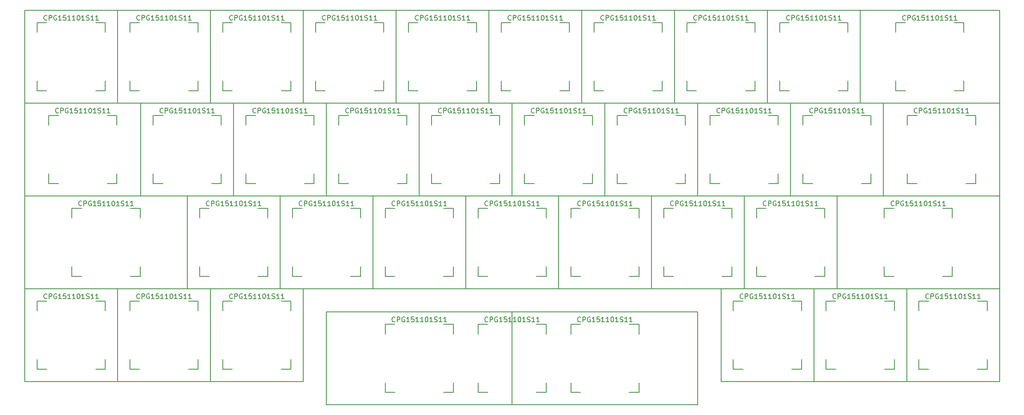
<source format=gbr>
%TF.GenerationSoftware,KiCad,Pcbnew,7.0.6*%
%TF.CreationDate,2023-07-18T22:48:20-04:00*%
%TF.ProjectId,cutiepie2040-standard-stagger,63757469-6570-4696-9532-3034302d7374,rev?*%
%TF.SameCoordinates,PX2d6b3a0PY7aa1830*%
%TF.FileFunction,OtherDrawing,Comment*%
%FSLAX46Y46*%
G04 Gerber Fmt 4.6, Leading zero omitted, Abs format (unit mm)*
G04 Created by KiCad (PCBNEW 7.0.6) date 2023-07-18 22:48:20*
%MOMM*%
%LPD*%
G01*
G04 APERTURE LIST*
%ADD10C,0.150000*%
G04 APERTURE END LIST*
D10*
X28361189Y59965714D02*
X28313570Y59918094D01*
X28313570Y59918094D02*
X28170713Y59870475D01*
X28170713Y59870475D02*
X28075475Y59870475D01*
X28075475Y59870475D02*
X27932618Y59918094D01*
X27932618Y59918094D02*
X27837380Y60013333D01*
X27837380Y60013333D02*
X27789761Y60108571D01*
X27789761Y60108571D02*
X27742142Y60299047D01*
X27742142Y60299047D02*
X27742142Y60441904D01*
X27742142Y60441904D02*
X27789761Y60632380D01*
X27789761Y60632380D02*
X27837380Y60727618D01*
X27837380Y60727618D02*
X27932618Y60822856D01*
X27932618Y60822856D02*
X28075475Y60870475D01*
X28075475Y60870475D02*
X28170713Y60870475D01*
X28170713Y60870475D02*
X28313570Y60822856D01*
X28313570Y60822856D02*
X28361189Y60775237D01*
X28789761Y59870475D02*
X28789761Y60870475D01*
X28789761Y60870475D02*
X29170713Y60870475D01*
X29170713Y60870475D02*
X29265951Y60822856D01*
X29265951Y60822856D02*
X29313570Y60775237D01*
X29313570Y60775237D02*
X29361189Y60679999D01*
X29361189Y60679999D02*
X29361189Y60537142D01*
X29361189Y60537142D02*
X29313570Y60441904D01*
X29313570Y60441904D02*
X29265951Y60394285D01*
X29265951Y60394285D02*
X29170713Y60346666D01*
X29170713Y60346666D02*
X28789761Y60346666D01*
X30313570Y60822856D02*
X30218332Y60870475D01*
X30218332Y60870475D02*
X30075475Y60870475D01*
X30075475Y60870475D02*
X29932618Y60822856D01*
X29932618Y60822856D02*
X29837380Y60727618D01*
X29837380Y60727618D02*
X29789761Y60632380D01*
X29789761Y60632380D02*
X29742142Y60441904D01*
X29742142Y60441904D02*
X29742142Y60299047D01*
X29742142Y60299047D02*
X29789761Y60108571D01*
X29789761Y60108571D02*
X29837380Y60013333D01*
X29837380Y60013333D02*
X29932618Y59918094D01*
X29932618Y59918094D02*
X30075475Y59870475D01*
X30075475Y59870475D02*
X30170713Y59870475D01*
X30170713Y59870475D02*
X30313570Y59918094D01*
X30313570Y59918094D02*
X30361189Y59965714D01*
X30361189Y59965714D02*
X30361189Y60299047D01*
X30361189Y60299047D02*
X30170713Y60299047D01*
X31313570Y59870475D02*
X30742142Y59870475D01*
X31027856Y59870475D02*
X31027856Y60870475D01*
X31027856Y60870475D02*
X30932618Y60727618D01*
X30932618Y60727618D02*
X30837380Y60632380D01*
X30837380Y60632380D02*
X30742142Y60584761D01*
X32218332Y60870475D02*
X31742142Y60870475D01*
X31742142Y60870475D02*
X31694523Y60394285D01*
X31694523Y60394285D02*
X31742142Y60441904D01*
X31742142Y60441904D02*
X31837380Y60489523D01*
X31837380Y60489523D02*
X32075475Y60489523D01*
X32075475Y60489523D02*
X32170713Y60441904D01*
X32170713Y60441904D02*
X32218332Y60394285D01*
X32218332Y60394285D02*
X32265951Y60299047D01*
X32265951Y60299047D02*
X32265951Y60060952D01*
X32265951Y60060952D02*
X32218332Y59965714D01*
X32218332Y59965714D02*
X32170713Y59918094D01*
X32170713Y59918094D02*
X32075475Y59870475D01*
X32075475Y59870475D02*
X31837380Y59870475D01*
X31837380Y59870475D02*
X31742142Y59918094D01*
X31742142Y59918094D02*
X31694523Y59965714D01*
X33218332Y59870475D02*
X32646904Y59870475D01*
X32932618Y59870475D02*
X32932618Y60870475D01*
X32932618Y60870475D02*
X32837380Y60727618D01*
X32837380Y60727618D02*
X32742142Y60632380D01*
X32742142Y60632380D02*
X32646904Y60584761D01*
X34170713Y59870475D02*
X33599285Y59870475D01*
X33884999Y59870475D02*
X33884999Y60870475D01*
X33884999Y60870475D02*
X33789761Y60727618D01*
X33789761Y60727618D02*
X33694523Y60632380D01*
X33694523Y60632380D02*
X33599285Y60584761D01*
X34789761Y60870475D02*
X34884999Y60870475D01*
X34884999Y60870475D02*
X34980237Y60822856D01*
X34980237Y60822856D02*
X35027856Y60775237D01*
X35027856Y60775237D02*
X35075475Y60679999D01*
X35075475Y60679999D02*
X35123094Y60489523D01*
X35123094Y60489523D02*
X35123094Y60251428D01*
X35123094Y60251428D02*
X35075475Y60060952D01*
X35075475Y60060952D02*
X35027856Y59965714D01*
X35027856Y59965714D02*
X34980237Y59918094D01*
X34980237Y59918094D02*
X34884999Y59870475D01*
X34884999Y59870475D02*
X34789761Y59870475D01*
X34789761Y59870475D02*
X34694523Y59918094D01*
X34694523Y59918094D02*
X34646904Y59965714D01*
X34646904Y59965714D02*
X34599285Y60060952D01*
X34599285Y60060952D02*
X34551666Y60251428D01*
X34551666Y60251428D02*
X34551666Y60489523D01*
X34551666Y60489523D02*
X34599285Y60679999D01*
X34599285Y60679999D02*
X34646904Y60775237D01*
X34646904Y60775237D02*
X34694523Y60822856D01*
X34694523Y60822856D02*
X34789761Y60870475D01*
X36075475Y59870475D02*
X35504047Y59870475D01*
X35789761Y59870475D02*
X35789761Y60870475D01*
X35789761Y60870475D02*
X35694523Y60727618D01*
X35694523Y60727618D02*
X35599285Y60632380D01*
X35599285Y60632380D02*
X35504047Y60584761D01*
X36456428Y59918094D02*
X36599285Y59870475D01*
X36599285Y59870475D02*
X36837380Y59870475D01*
X36837380Y59870475D02*
X36932618Y59918094D01*
X36932618Y59918094D02*
X36980237Y59965714D01*
X36980237Y59965714D02*
X37027856Y60060952D01*
X37027856Y60060952D02*
X37027856Y60156190D01*
X37027856Y60156190D02*
X36980237Y60251428D01*
X36980237Y60251428D02*
X36932618Y60299047D01*
X36932618Y60299047D02*
X36837380Y60346666D01*
X36837380Y60346666D02*
X36646904Y60394285D01*
X36646904Y60394285D02*
X36551666Y60441904D01*
X36551666Y60441904D02*
X36504047Y60489523D01*
X36504047Y60489523D02*
X36456428Y60584761D01*
X36456428Y60584761D02*
X36456428Y60679999D01*
X36456428Y60679999D02*
X36504047Y60775237D01*
X36504047Y60775237D02*
X36551666Y60822856D01*
X36551666Y60822856D02*
X36646904Y60870475D01*
X36646904Y60870475D02*
X36884999Y60870475D01*
X36884999Y60870475D02*
X37027856Y60822856D01*
X37980237Y59870475D02*
X37408809Y59870475D01*
X37694523Y59870475D02*
X37694523Y60870475D01*
X37694523Y60870475D02*
X37599285Y60727618D01*
X37599285Y60727618D02*
X37504047Y60632380D01*
X37504047Y60632380D02*
X37408809Y60584761D01*
X38932618Y59870475D02*
X38361190Y59870475D01*
X38646904Y59870475D02*
X38646904Y60870475D01*
X38646904Y60870475D02*
X38551666Y60727618D01*
X38551666Y60727618D02*
X38456428Y60632380D01*
X38456428Y60632380D02*
X38361190Y60584761D01*
X156948689Y79015714D02*
X156901070Y78968094D01*
X156901070Y78968094D02*
X156758213Y78920475D01*
X156758213Y78920475D02*
X156662975Y78920475D01*
X156662975Y78920475D02*
X156520118Y78968094D01*
X156520118Y78968094D02*
X156424880Y79063333D01*
X156424880Y79063333D02*
X156377261Y79158571D01*
X156377261Y79158571D02*
X156329642Y79349047D01*
X156329642Y79349047D02*
X156329642Y79491904D01*
X156329642Y79491904D02*
X156377261Y79682380D01*
X156377261Y79682380D02*
X156424880Y79777618D01*
X156424880Y79777618D02*
X156520118Y79872856D01*
X156520118Y79872856D02*
X156662975Y79920475D01*
X156662975Y79920475D02*
X156758213Y79920475D01*
X156758213Y79920475D02*
X156901070Y79872856D01*
X156901070Y79872856D02*
X156948689Y79825237D01*
X157377261Y78920475D02*
X157377261Y79920475D01*
X157377261Y79920475D02*
X157758213Y79920475D01*
X157758213Y79920475D02*
X157853451Y79872856D01*
X157853451Y79872856D02*
X157901070Y79825237D01*
X157901070Y79825237D02*
X157948689Y79729999D01*
X157948689Y79729999D02*
X157948689Y79587142D01*
X157948689Y79587142D02*
X157901070Y79491904D01*
X157901070Y79491904D02*
X157853451Y79444285D01*
X157853451Y79444285D02*
X157758213Y79396666D01*
X157758213Y79396666D02*
X157377261Y79396666D01*
X158901070Y79872856D02*
X158805832Y79920475D01*
X158805832Y79920475D02*
X158662975Y79920475D01*
X158662975Y79920475D02*
X158520118Y79872856D01*
X158520118Y79872856D02*
X158424880Y79777618D01*
X158424880Y79777618D02*
X158377261Y79682380D01*
X158377261Y79682380D02*
X158329642Y79491904D01*
X158329642Y79491904D02*
X158329642Y79349047D01*
X158329642Y79349047D02*
X158377261Y79158571D01*
X158377261Y79158571D02*
X158424880Y79063333D01*
X158424880Y79063333D02*
X158520118Y78968094D01*
X158520118Y78968094D02*
X158662975Y78920475D01*
X158662975Y78920475D02*
X158758213Y78920475D01*
X158758213Y78920475D02*
X158901070Y78968094D01*
X158901070Y78968094D02*
X158948689Y79015714D01*
X158948689Y79015714D02*
X158948689Y79349047D01*
X158948689Y79349047D02*
X158758213Y79349047D01*
X159901070Y78920475D02*
X159329642Y78920475D01*
X159615356Y78920475D02*
X159615356Y79920475D01*
X159615356Y79920475D02*
X159520118Y79777618D01*
X159520118Y79777618D02*
X159424880Y79682380D01*
X159424880Y79682380D02*
X159329642Y79634761D01*
X160805832Y79920475D02*
X160329642Y79920475D01*
X160329642Y79920475D02*
X160282023Y79444285D01*
X160282023Y79444285D02*
X160329642Y79491904D01*
X160329642Y79491904D02*
X160424880Y79539523D01*
X160424880Y79539523D02*
X160662975Y79539523D01*
X160662975Y79539523D02*
X160758213Y79491904D01*
X160758213Y79491904D02*
X160805832Y79444285D01*
X160805832Y79444285D02*
X160853451Y79349047D01*
X160853451Y79349047D02*
X160853451Y79110952D01*
X160853451Y79110952D02*
X160805832Y79015714D01*
X160805832Y79015714D02*
X160758213Y78968094D01*
X160758213Y78968094D02*
X160662975Y78920475D01*
X160662975Y78920475D02*
X160424880Y78920475D01*
X160424880Y78920475D02*
X160329642Y78968094D01*
X160329642Y78968094D02*
X160282023Y79015714D01*
X161805832Y78920475D02*
X161234404Y78920475D01*
X161520118Y78920475D02*
X161520118Y79920475D01*
X161520118Y79920475D02*
X161424880Y79777618D01*
X161424880Y79777618D02*
X161329642Y79682380D01*
X161329642Y79682380D02*
X161234404Y79634761D01*
X162758213Y78920475D02*
X162186785Y78920475D01*
X162472499Y78920475D02*
X162472499Y79920475D01*
X162472499Y79920475D02*
X162377261Y79777618D01*
X162377261Y79777618D02*
X162282023Y79682380D01*
X162282023Y79682380D02*
X162186785Y79634761D01*
X163377261Y79920475D02*
X163472499Y79920475D01*
X163472499Y79920475D02*
X163567737Y79872856D01*
X163567737Y79872856D02*
X163615356Y79825237D01*
X163615356Y79825237D02*
X163662975Y79729999D01*
X163662975Y79729999D02*
X163710594Y79539523D01*
X163710594Y79539523D02*
X163710594Y79301428D01*
X163710594Y79301428D02*
X163662975Y79110952D01*
X163662975Y79110952D02*
X163615356Y79015714D01*
X163615356Y79015714D02*
X163567737Y78968094D01*
X163567737Y78968094D02*
X163472499Y78920475D01*
X163472499Y78920475D02*
X163377261Y78920475D01*
X163377261Y78920475D02*
X163282023Y78968094D01*
X163282023Y78968094D02*
X163234404Y79015714D01*
X163234404Y79015714D02*
X163186785Y79110952D01*
X163186785Y79110952D02*
X163139166Y79301428D01*
X163139166Y79301428D02*
X163139166Y79539523D01*
X163139166Y79539523D02*
X163186785Y79729999D01*
X163186785Y79729999D02*
X163234404Y79825237D01*
X163234404Y79825237D02*
X163282023Y79872856D01*
X163282023Y79872856D02*
X163377261Y79920475D01*
X164662975Y78920475D02*
X164091547Y78920475D01*
X164377261Y78920475D02*
X164377261Y79920475D01*
X164377261Y79920475D02*
X164282023Y79777618D01*
X164282023Y79777618D02*
X164186785Y79682380D01*
X164186785Y79682380D02*
X164091547Y79634761D01*
X165043928Y78968094D02*
X165186785Y78920475D01*
X165186785Y78920475D02*
X165424880Y78920475D01*
X165424880Y78920475D02*
X165520118Y78968094D01*
X165520118Y78968094D02*
X165567737Y79015714D01*
X165567737Y79015714D02*
X165615356Y79110952D01*
X165615356Y79110952D02*
X165615356Y79206190D01*
X165615356Y79206190D02*
X165567737Y79301428D01*
X165567737Y79301428D02*
X165520118Y79349047D01*
X165520118Y79349047D02*
X165424880Y79396666D01*
X165424880Y79396666D02*
X165234404Y79444285D01*
X165234404Y79444285D02*
X165139166Y79491904D01*
X165139166Y79491904D02*
X165091547Y79539523D01*
X165091547Y79539523D02*
X165043928Y79634761D01*
X165043928Y79634761D02*
X165043928Y79729999D01*
X165043928Y79729999D02*
X165091547Y79825237D01*
X165091547Y79825237D02*
X165139166Y79872856D01*
X165139166Y79872856D02*
X165234404Y79920475D01*
X165234404Y79920475D02*
X165472499Y79920475D01*
X165472499Y79920475D02*
X165615356Y79872856D01*
X166567737Y78920475D02*
X165996309Y78920475D01*
X166282023Y78920475D02*
X166282023Y79920475D01*
X166282023Y79920475D02*
X166186785Y79777618D01*
X166186785Y79777618D02*
X166091547Y79682380D01*
X166091547Y79682380D02*
X165996309Y79634761D01*
X167520118Y78920475D02*
X166948690Y78920475D01*
X167234404Y78920475D02*
X167234404Y79920475D01*
X167234404Y79920475D02*
X167139166Y79777618D01*
X167139166Y79777618D02*
X167043928Y79682380D01*
X167043928Y79682380D02*
X166948690Y79634761D01*
X178379939Y40915504D02*
X178332320Y40867884D01*
X178332320Y40867884D02*
X178189463Y40820265D01*
X178189463Y40820265D02*
X178094225Y40820265D01*
X178094225Y40820265D02*
X177951368Y40867884D01*
X177951368Y40867884D02*
X177856130Y40963123D01*
X177856130Y40963123D02*
X177808511Y41058361D01*
X177808511Y41058361D02*
X177760892Y41248837D01*
X177760892Y41248837D02*
X177760892Y41391694D01*
X177760892Y41391694D02*
X177808511Y41582170D01*
X177808511Y41582170D02*
X177856130Y41677408D01*
X177856130Y41677408D02*
X177951368Y41772646D01*
X177951368Y41772646D02*
X178094225Y41820265D01*
X178094225Y41820265D02*
X178189463Y41820265D01*
X178189463Y41820265D02*
X178332320Y41772646D01*
X178332320Y41772646D02*
X178379939Y41725027D01*
X178808511Y40820265D02*
X178808511Y41820265D01*
X178808511Y41820265D02*
X179189463Y41820265D01*
X179189463Y41820265D02*
X179284701Y41772646D01*
X179284701Y41772646D02*
X179332320Y41725027D01*
X179332320Y41725027D02*
X179379939Y41629789D01*
X179379939Y41629789D02*
X179379939Y41486932D01*
X179379939Y41486932D02*
X179332320Y41391694D01*
X179332320Y41391694D02*
X179284701Y41344075D01*
X179284701Y41344075D02*
X179189463Y41296456D01*
X179189463Y41296456D02*
X178808511Y41296456D01*
X180332320Y41772646D02*
X180237082Y41820265D01*
X180237082Y41820265D02*
X180094225Y41820265D01*
X180094225Y41820265D02*
X179951368Y41772646D01*
X179951368Y41772646D02*
X179856130Y41677408D01*
X179856130Y41677408D02*
X179808511Y41582170D01*
X179808511Y41582170D02*
X179760892Y41391694D01*
X179760892Y41391694D02*
X179760892Y41248837D01*
X179760892Y41248837D02*
X179808511Y41058361D01*
X179808511Y41058361D02*
X179856130Y40963123D01*
X179856130Y40963123D02*
X179951368Y40867884D01*
X179951368Y40867884D02*
X180094225Y40820265D01*
X180094225Y40820265D02*
X180189463Y40820265D01*
X180189463Y40820265D02*
X180332320Y40867884D01*
X180332320Y40867884D02*
X180379939Y40915504D01*
X180379939Y40915504D02*
X180379939Y41248837D01*
X180379939Y41248837D02*
X180189463Y41248837D01*
X181332320Y40820265D02*
X180760892Y40820265D01*
X181046606Y40820265D02*
X181046606Y41820265D01*
X181046606Y41820265D02*
X180951368Y41677408D01*
X180951368Y41677408D02*
X180856130Y41582170D01*
X180856130Y41582170D02*
X180760892Y41534551D01*
X182237082Y41820265D02*
X181760892Y41820265D01*
X181760892Y41820265D02*
X181713273Y41344075D01*
X181713273Y41344075D02*
X181760892Y41391694D01*
X181760892Y41391694D02*
X181856130Y41439313D01*
X181856130Y41439313D02*
X182094225Y41439313D01*
X182094225Y41439313D02*
X182189463Y41391694D01*
X182189463Y41391694D02*
X182237082Y41344075D01*
X182237082Y41344075D02*
X182284701Y41248837D01*
X182284701Y41248837D02*
X182284701Y41010742D01*
X182284701Y41010742D02*
X182237082Y40915504D01*
X182237082Y40915504D02*
X182189463Y40867884D01*
X182189463Y40867884D02*
X182094225Y40820265D01*
X182094225Y40820265D02*
X181856130Y40820265D01*
X181856130Y40820265D02*
X181760892Y40867884D01*
X181760892Y40867884D02*
X181713273Y40915504D01*
X183237082Y40820265D02*
X182665654Y40820265D01*
X182951368Y40820265D02*
X182951368Y41820265D01*
X182951368Y41820265D02*
X182856130Y41677408D01*
X182856130Y41677408D02*
X182760892Y41582170D01*
X182760892Y41582170D02*
X182665654Y41534551D01*
X184189463Y40820265D02*
X183618035Y40820265D01*
X183903749Y40820265D02*
X183903749Y41820265D01*
X183903749Y41820265D02*
X183808511Y41677408D01*
X183808511Y41677408D02*
X183713273Y41582170D01*
X183713273Y41582170D02*
X183618035Y41534551D01*
X184808511Y41820265D02*
X184903749Y41820265D01*
X184903749Y41820265D02*
X184998987Y41772646D01*
X184998987Y41772646D02*
X185046606Y41725027D01*
X185046606Y41725027D02*
X185094225Y41629789D01*
X185094225Y41629789D02*
X185141844Y41439313D01*
X185141844Y41439313D02*
X185141844Y41201218D01*
X185141844Y41201218D02*
X185094225Y41010742D01*
X185094225Y41010742D02*
X185046606Y40915504D01*
X185046606Y40915504D02*
X184998987Y40867884D01*
X184998987Y40867884D02*
X184903749Y40820265D01*
X184903749Y40820265D02*
X184808511Y40820265D01*
X184808511Y40820265D02*
X184713273Y40867884D01*
X184713273Y40867884D02*
X184665654Y40915504D01*
X184665654Y40915504D02*
X184618035Y41010742D01*
X184618035Y41010742D02*
X184570416Y41201218D01*
X184570416Y41201218D02*
X184570416Y41439313D01*
X184570416Y41439313D02*
X184618035Y41629789D01*
X184618035Y41629789D02*
X184665654Y41725027D01*
X184665654Y41725027D02*
X184713273Y41772646D01*
X184713273Y41772646D02*
X184808511Y41820265D01*
X186094225Y40820265D02*
X185522797Y40820265D01*
X185808511Y40820265D02*
X185808511Y41820265D01*
X185808511Y41820265D02*
X185713273Y41677408D01*
X185713273Y41677408D02*
X185618035Y41582170D01*
X185618035Y41582170D02*
X185522797Y41534551D01*
X186475178Y40867884D02*
X186618035Y40820265D01*
X186618035Y40820265D02*
X186856130Y40820265D01*
X186856130Y40820265D02*
X186951368Y40867884D01*
X186951368Y40867884D02*
X186998987Y40915504D01*
X186998987Y40915504D02*
X187046606Y41010742D01*
X187046606Y41010742D02*
X187046606Y41105980D01*
X187046606Y41105980D02*
X186998987Y41201218D01*
X186998987Y41201218D02*
X186951368Y41248837D01*
X186951368Y41248837D02*
X186856130Y41296456D01*
X186856130Y41296456D02*
X186665654Y41344075D01*
X186665654Y41344075D02*
X186570416Y41391694D01*
X186570416Y41391694D02*
X186522797Y41439313D01*
X186522797Y41439313D02*
X186475178Y41534551D01*
X186475178Y41534551D02*
X186475178Y41629789D01*
X186475178Y41629789D02*
X186522797Y41725027D01*
X186522797Y41725027D02*
X186570416Y41772646D01*
X186570416Y41772646D02*
X186665654Y41820265D01*
X186665654Y41820265D02*
X186903749Y41820265D01*
X186903749Y41820265D02*
X187046606Y41772646D01*
X187998987Y40820265D02*
X187427559Y40820265D01*
X187713273Y40820265D02*
X187713273Y41820265D01*
X187713273Y41820265D02*
X187618035Y41677408D01*
X187618035Y41677408D02*
X187522797Y41582170D01*
X187522797Y41582170D02*
X187427559Y41534551D01*
X188951368Y40820265D02*
X188379940Y40820265D01*
X188665654Y40820265D02*
X188665654Y41820265D01*
X188665654Y41820265D02*
X188570416Y41677408D01*
X188570416Y41677408D02*
X188475178Y41582170D01*
X188475178Y41582170D02*
X188379940Y41534551D01*
X4548689Y21865714D02*
X4501070Y21818094D01*
X4501070Y21818094D02*
X4358213Y21770475D01*
X4358213Y21770475D02*
X4262975Y21770475D01*
X4262975Y21770475D02*
X4120118Y21818094D01*
X4120118Y21818094D02*
X4024880Y21913333D01*
X4024880Y21913333D02*
X3977261Y22008571D01*
X3977261Y22008571D02*
X3929642Y22199047D01*
X3929642Y22199047D02*
X3929642Y22341904D01*
X3929642Y22341904D02*
X3977261Y22532380D01*
X3977261Y22532380D02*
X4024880Y22627618D01*
X4024880Y22627618D02*
X4120118Y22722856D01*
X4120118Y22722856D02*
X4262975Y22770475D01*
X4262975Y22770475D02*
X4358213Y22770475D01*
X4358213Y22770475D02*
X4501070Y22722856D01*
X4501070Y22722856D02*
X4548689Y22675237D01*
X4977261Y21770475D02*
X4977261Y22770475D01*
X4977261Y22770475D02*
X5358213Y22770475D01*
X5358213Y22770475D02*
X5453451Y22722856D01*
X5453451Y22722856D02*
X5501070Y22675237D01*
X5501070Y22675237D02*
X5548689Y22579999D01*
X5548689Y22579999D02*
X5548689Y22437142D01*
X5548689Y22437142D02*
X5501070Y22341904D01*
X5501070Y22341904D02*
X5453451Y22294285D01*
X5453451Y22294285D02*
X5358213Y22246666D01*
X5358213Y22246666D02*
X4977261Y22246666D01*
X6501070Y22722856D02*
X6405832Y22770475D01*
X6405832Y22770475D02*
X6262975Y22770475D01*
X6262975Y22770475D02*
X6120118Y22722856D01*
X6120118Y22722856D02*
X6024880Y22627618D01*
X6024880Y22627618D02*
X5977261Y22532380D01*
X5977261Y22532380D02*
X5929642Y22341904D01*
X5929642Y22341904D02*
X5929642Y22199047D01*
X5929642Y22199047D02*
X5977261Y22008571D01*
X5977261Y22008571D02*
X6024880Y21913333D01*
X6024880Y21913333D02*
X6120118Y21818094D01*
X6120118Y21818094D02*
X6262975Y21770475D01*
X6262975Y21770475D02*
X6358213Y21770475D01*
X6358213Y21770475D02*
X6501070Y21818094D01*
X6501070Y21818094D02*
X6548689Y21865714D01*
X6548689Y21865714D02*
X6548689Y22199047D01*
X6548689Y22199047D02*
X6358213Y22199047D01*
X7501070Y21770475D02*
X6929642Y21770475D01*
X7215356Y21770475D02*
X7215356Y22770475D01*
X7215356Y22770475D02*
X7120118Y22627618D01*
X7120118Y22627618D02*
X7024880Y22532380D01*
X7024880Y22532380D02*
X6929642Y22484761D01*
X8405832Y22770475D02*
X7929642Y22770475D01*
X7929642Y22770475D02*
X7882023Y22294285D01*
X7882023Y22294285D02*
X7929642Y22341904D01*
X7929642Y22341904D02*
X8024880Y22389523D01*
X8024880Y22389523D02*
X8262975Y22389523D01*
X8262975Y22389523D02*
X8358213Y22341904D01*
X8358213Y22341904D02*
X8405832Y22294285D01*
X8405832Y22294285D02*
X8453451Y22199047D01*
X8453451Y22199047D02*
X8453451Y21960952D01*
X8453451Y21960952D02*
X8405832Y21865714D01*
X8405832Y21865714D02*
X8358213Y21818094D01*
X8358213Y21818094D02*
X8262975Y21770475D01*
X8262975Y21770475D02*
X8024880Y21770475D01*
X8024880Y21770475D02*
X7929642Y21818094D01*
X7929642Y21818094D02*
X7882023Y21865714D01*
X9405832Y21770475D02*
X8834404Y21770475D01*
X9120118Y21770475D02*
X9120118Y22770475D01*
X9120118Y22770475D02*
X9024880Y22627618D01*
X9024880Y22627618D02*
X8929642Y22532380D01*
X8929642Y22532380D02*
X8834404Y22484761D01*
X10358213Y21770475D02*
X9786785Y21770475D01*
X10072499Y21770475D02*
X10072499Y22770475D01*
X10072499Y22770475D02*
X9977261Y22627618D01*
X9977261Y22627618D02*
X9882023Y22532380D01*
X9882023Y22532380D02*
X9786785Y22484761D01*
X10977261Y22770475D02*
X11072499Y22770475D01*
X11072499Y22770475D02*
X11167737Y22722856D01*
X11167737Y22722856D02*
X11215356Y22675237D01*
X11215356Y22675237D02*
X11262975Y22579999D01*
X11262975Y22579999D02*
X11310594Y22389523D01*
X11310594Y22389523D02*
X11310594Y22151428D01*
X11310594Y22151428D02*
X11262975Y21960952D01*
X11262975Y21960952D02*
X11215356Y21865714D01*
X11215356Y21865714D02*
X11167737Y21818094D01*
X11167737Y21818094D02*
X11072499Y21770475D01*
X11072499Y21770475D02*
X10977261Y21770475D01*
X10977261Y21770475D02*
X10882023Y21818094D01*
X10882023Y21818094D02*
X10834404Y21865714D01*
X10834404Y21865714D02*
X10786785Y21960952D01*
X10786785Y21960952D02*
X10739166Y22151428D01*
X10739166Y22151428D02*
X10739166Y22389523D01*
X10739166Y22389523D02*
X10786785Y22579999D01*
X10786785Y22579999D02*
X10834404Y22675237D01*
X10834404Y22675237D02*
X10882023Y22722856D01*
X10882023Y22722856D02*
X10977261Y22770475D01*
X12262975Y21770475D02*
X11691547Y21770475D01*
X11977261Y21770475D02*
X11977261Y22770475D01*
X11977261Y22770475D02*
X11882023Y22627618D01*
X11882023Y22627618D02*
X11786785Y22532380D01*
X11786785Y22532380D02*
X11691547Y22484761D01*
X12643928Y21818094D02*
X12786785Y21770475D01*
X12786785Y21770475D02*
X13024880Y21770475D01*
X13024880Y21770475D02*
X13120118Y21818094D01*
X13120118Y21818094D02*
X13167737Y21865714D01*
X13167737Y21865714D02*
X13215356Y21960952D01*
X13215356Y21960952D02*
X13215356Y22056190D01*
X13215356Y22056190D02*
X13167737Y22151428D01*
X13167737Y22151428D02*
X13120118Y22199047D01*
X13120118Y22199047D02*
X13024880Y22246666D01*
X13024880Y22246666D02*
X12834404Y22294285D01*
X12834404Y22294285D02*
X12739166Y22341904D01*
X12739166Y22341904D02*
X12691547Y22389523D01*
X12691547Y22389523D02*
X12643928Y22484761D01*
X12643928Y22484761D02*
X12643928Y22579999D01*
X12643928Y22579999D02*
X12691547Y22675237D01*
X12691547Y22675237D02*
X12739166Y22722856D01*
X12739166Y22722856D02*
X12834404Y22770475D01*
X12834404Y22770475D02*
X13072499Y22770475D01*
X13072499Y22770475D02*
X13215356Y22722856D01*
X14167737Y21770475D02*
X13596309Y21770475D01*
X13882023Y21770475D02*
X13882023Y22770475D01*
X13882023Y22770475D02*
X13786785Y22627618D01*
X13786785Y22627618D02*
X13691547Y22532380D01*
X13691547Y22532380D02*
X13596309Y22484761D01*
X15120118Y21770475D02*
X14548690Y21770475D01*
X14834404Y21770475D02*
X14834404Y22770475D01*
X14834404Y22770475D02*
X14739166Y22627618D01*
X14739166Y22627618D02*
X14643928Y22532380D01*
X14643928Y22532380D02*
X14548690Y22484761D01*
X66461189Y59965714D02*
X66413570Y59918094D01*
X66413570Y59918094D02*
X66270713Y59870475D01*
X66270713Y59870475D02*
X66175475Y59870475D01*
X66175475Y59870475D02*
X66032618Y59918094D01*
X66032618Y59918094D02*
X65937380Y60013333D01*
X65937380Y60013333D02*
X65889761Y60108571D01*
X65889761Y60108571D02*
X65842142Y60299047D01*
X65842142Y60299047D02*
X65842142Y60441904D01*
X65842142Y60441904D02*
X65889761Y60632380D01*
X65889761Y60632380D02*
X65937380Y60727618D01*
X65937380Y60727618D02*
X66032618Y60822856D01*
X66032618Y60822856D02*
X66175475Y60870475D01*
X66175475Y60870475D02*
X66270713Y60870475D01*
X66270713Y60870475D02*
X66413570Y60822856D01*
X66413570Y60822856D02*
X66461189Y60775237D01*
X66889761Y59870475D02*
X66889761Y60870475D01*
X66889761Y60870475D02*
X67270713Y60870475D01*
X67270713Y60870475D02*
X67365951Y60822856D01*
X67365951Y60822856D02*
X67413570Y60775237D01*
X67413570Y60775237D02*
X67461189Y60679999D01*
X67461189Y60679999D02*
X67461189Y60537142D01*
X67461189Y60537142D02*
X67413570Y60441904D01*
X67413570Y60441904D02*
X67365951Y60394285D01*
X67365951Y60394285D02*
X67270713Y60346666D01*
X67270713Y60346666D02*
X66889761Y60346666D01*
X68413570Y60822856D02*
X68318332Y60870475D01*
X68318332Y60870475D02*
X68175475Y60870475D01*
X68175475Y60870475D02*
X68032618Y60822856D01*
X68032618Y60822856D02*
X67937380Y60727618D01*
X67937380Y60727618D02*
X67889761Y60632380D01*
X67889761Y60632380D02*
X67842142Y60441904D01*
X67842142Y60441904D02*
X67842142Y60299047D01*
X67842142Y60299047D02*
X67889761Y60108571D01*
X67889761Y60108571D02*
X67937380Y60013333D01*
X67937380Y60013333D02*
X68032618Y59918094D01*
X68032618Y59918094D02*
X68175475Y59870475D01*
X68175475Y59870475D02*
X68270713Y59870475D01*
X68270713Y59870475D02*
X68413570Y59918094D01*
X68413570Y59918094D02*
X68461189Y59965714D01*
X68461189Y59965714D02*
X68461189Y60299047D01*
X68461189Y60299047D02*
X68270713Y60299047D01*
X69413570Y59870475D02*
X68842142Y59870475D01*
X69127856Y59870475D02*
X69127856Y60870475D01*
X69127856Y60870475D02*
X69032618Y60727618D01*
X69032618Y60727618D02*
X68937380Y60632380D01*
X68937380Y60632380D02*
X68842142Y60584761D01*
X70318332Y60870475D02*
X69842142Y60870475D01*
X69842142Y60870475D02*
X69794523Y60394285D01*
X69794523Y60394285D02*
X69842142Y60441904D01*
X69842142Y60441904D02*
X69937380Y60489523D01*
X69937380Y60489523D02*
X70175475Y60489523D01*
X70175475Y60489523D02*
X70270713Y60441904D01*
X70270713Y60441904D02*
X70318332Y60394285D01*
X70318332Y60394285D02*
X70365951Y60299047D01*
X70365951Y60299047D02*
X70365951Y60060952D01*
X70365951Y60060952D02*
X70318332Y59965714D01*
X70318332Y59965714D02*
X70270713Y59918094D01*
X70270713Y59918094D02*
X70175475Y59870475D01*
X70175475Y59870475D02*
X69937380Y59870475D01*
X69937380Y59870475D02*
X69842142Y59918094D01*
X69842142Y59918094D02*
X69794523Y59965714D01*
X71318332Y59870475D02*
X70746904Y59870475D01*
X71032618Y59870475D02*
X71032618Y60870475D01*
X71032618Y60870475D02*
X70937380Y60727618D01*
X70937380Y60727618D02*
X70842142Y60632380D01*
X70842142Y60632380D02*
X70746904Y60584761D01*
X72270713Y59870475D02*
X71699285Y59870475D01*
X71984999Y59870475D02*
X71984999Y60870475D01*
X71984999Y60870475D02*
X71889761Y60727618D01*
X71889761Y60727618D02*
X71794523Y60632380D01*
X71794523Y60632380D02*
X71699285Y60584761D01*
X72889761Y60870475D02*
X72984999Y60870475D01*
X72984999Y60870475D02*
X73080237Y60822856D01*
X73080237Y60822856D02*
X73127856Y60775237D01*
X73127856Y60775237D02*
X73175475Y60679999D01*
X73175475Y60679999D02*
X73223094Y60489523D01*
X73223094Y60489523D02*
X73223094Y60251428D01*
X73223094Y60251428D02*
X73175475Y60060952D01*
X73175475Y60060952D02*
X73127856Y59965714D01*
X73127856Y59965714D02*
X73080237Y59918094D01*
X73080237Y59918094D02*
X72984999Y59870475D01*
X72984999Y59870475D02*
X72889761Y59870475D01*
X72889761Y59870475D02*
X72794523Y59918094D01*
X72794523Y59918094D02*
X72746904Y59965714D01*
X72746904Y59965714D02*
X72699285Y60060952D01*
X72699285Y60060952D02*
X72651666Y60251428D01*
X72651666Y60251428D02*
X72651666Y60489523D01*
X72651666Y60489523D02*
X72699285Y60679999D01*
X72699285Y60679999D02*
X72746904Y60775237D01*
X72746904Y60775237D02*
X72794523Y60822856D01*
X72794523Y60822856D02*
X72889761Y60870475D01*
X74175475Y59870475D02*
X73604047Y59870475D01*
X73889761Y59870475D02*
X73889761Y60870475D01*
X73889761Y60870475D02*
X73794523Y60727618D01*
X73794523Y60727618D02*
X73699285Y60632380D01*
X73699285Y60632380D02*
X73604047Y60584761D01*
X74556428Y59918094D02*
X74699285Y59870475D01*
X74699285Y59870475D02*
X74937380Y59870475D01*
X74937380Y59870475D02*
X75032618Y59918094D01*
X75032618Y59918094D02*
X75080237Y59965714D01*
X75080237Y59965714D02*
X75127856Y60060952D01*
X75127856Y60060952D02*
X75127856Y60156190D01*
X75127856Y60156190D02*
X75080237Y60251428D01*
X75080237Y60251428D02*
X75032618Y60299047D01*
X75032618Y60299047D02*
X74937380Y60346666D01*
X74937380Y60346666D02*
X74746904Y60394285D01*
X74746904Y60394285D02*
X74651666Y60441904D01*
X74651666Y60441904D02*
X74604047Y60489523D01*
X74604047Y60489523D02*
X74556428Y60584761D01*
X74556428Y60584761D02*
X74556428Y60679999D01*
X74556428Y60679999D02*
X74604047Y60775237D01*
X74604047Y60775237D02*
X74651666Y60822856D01*
X74651666Y60822856D02*
X74746904Y60870475D01*
X74746904Y60870475D02*
X74984999Y60870475D01*
X74984999Y60870475D02*
X75127856Y60822856D01*
X76080237Y59870475D02*
X75508809Y59870475D01*
X75794523Y59870475D02*
X75794523Y60870475D01*
X75794523Y60870475D02*
X75699285Y60727618D01*
X75699285Y60727618D02*
X75604047Y60632380D01*
X75604047Y60632380D02*
X75508809Y60584761D01*
X77032618Y59870475D02*
X76461190Y59870475D01*
X76746904Y59870475D02*
X76746904Y60870475D01*
X76746904Y60870475D02*
X76651666Y60727618D01*
X76651666Y60727618D02*
X76556428Y60632380D01*
X76556428Y60632380D02*
X76461190Y60584761D01*
X47411189Y59965714D02*
X47363570Y59918094D01*
X47363570Y59918094D02*
X47220713Y59870475D01*
X47220713Y59870475D02*
X47125475Y59870475D01*
X47125475Y59870475D02*
X46982618Y59918094D01*
X46982618Y59918094D02*
X46887380Y60013333D01*
X46887380Y60013333D02*
X46839761Y60108571D01*
X46839761Y60108571D02*
X46792142Y60299047D01*
X46792142Y60299047D02*
X46792142Y60441904D01*
X46792142Y60441904D02*
X46839761Y60632380D01*
X46839761Y60632380D02*
X46887380Y60727618D01*
X46887380Y60727618D02*
X46982618Y60822856D01*
X46982618Y60822856D02*
X47125475Y60870475D01*
X47125475Y60870475D02*
X47220713Y60870475D01*
X47220713Y60870475D02*
X47363570Y60822856D01*
X47363570Y60822856D02*
X47411189Y60775237D01*
X47839761Y59870475D02*
X47839761Y60870475D01*
X47839761Y60870475D02*
X48220713Y60870475D01*
X48220713Y60870475D02*
X48315951Y60822856D01*
X48315951Y60822856D02*
X48363570Y60775237D01*
X48363570Y60775237D02*
X48411189Y60679999D01*
X48411189Y60679999D02*
X48411189Y60537142D01*
X48411189Y60537142D02*
X48363570Y60441904D01*
X48363570Y60441904D02*
X48315951Y60394285D01*
X48315951Y60394285D02*
X48220713Y60346666D01*
X48220713Y60346666D02*
X47839761Y60346666D01*
X49363570Y60822856D02*
X49268332Y60870475D01*
X49268332Y60870475D02*
X49125475Y60870475D01*
X49125475Y60870475D02*
X48982618Y60822856D01*
X48982618Y60822856D02*
X48887380Y60727618D01*
X48887380Y60727618D02*
X48839761Y60632380D01*
X48839761Y60632380D02*
X48792142Y60441904D01*
X48792142Y60441904D02*
X48792142Y60299047D01*
X48792142Y60299047D02*
X48839761Y60108571D01*
X48839761Y60108571D02*
X48887380Y60013333D01*
X48887380Y60013333D02*
X48982618Y59918094D01*
X48982618Y59918094D02*
X49125475Y59870475D01*
X49125475Y59870475D02*
X49220713Y59870475D01*
X49220713Y59870475D02*
X49363570Y59918094D01*
X49363570Y59918094D02*
X49411189Y59965714D01*
X49411189Y59965714D02*
X49411189Y60299047D01*
X49411189Y60299047D02*
X49220713Y60299047D01*
X50363570Y59870475D02*
X49792142Y59870475D01*
X50077856Y59870475D02*
X50077856Y60870475D01*
X50077856Y60870475D02*
X49982618Y60727618D01*
X49982618Y60727618D02*
X49887380Y60632380D01*
X49887380Y60632380D02*
X49792142Y60584761D01*
X51268332Y60870475D02*
X50792142Y60870475D01*
X50792142Y60870475D02*
X50744523Y60394285D01*
X50744523Y60394285D02*
X50792142Y60441904D01*
X50792142Y60441904D02*
X50887380Y60489523D01*
X50887380Y60489523D02*
X51125475Y60489523D01*
X51125475Y60489523D02*
X51220713Y60441904D01*
X51220713Y60441904D02*
X51268332Y60394285D01*
X51268332Y60394285D02*
X51315951Y60299047D01*
X51315951Y60299047D02*
X51315951Y60060952D01*
X51315951Y60060952D02*
X51268332Y59965714D01*
X51268332Y59965714D02*
X51220713Y59918094D01*
X51220713Y59918094D02*
X51125475Y59870475D01*
X51125475Y59870475D02*
X50887380Y59870475D01*
X50887380Y59870475D02*
X50792142Y59918094D01*
X50792142Y59918094D02*
X50744523Y59965714D01*
X52268332Y59870475D02*
X51696904Y59870475D01*
X51982618Y59870475D02*
X51982618Y60870475D01*
X51982618Y60870475D02*
X51887380Y60727618D01*
X51887380Y60727618D02*
X51792142Y60632380D01*
X51792142Y60632380D02*
X51696904Y60584761D01*
X53220713Y59870475D02*
X52649285Y59870475D01*
X52934999Y59870475D02*
X52934999Y60870475D01*
X52934999Y60870475D02*
X52839761Y60727618D01*
X52839761Y60727618D02*
X52744523Y60632380D01*
X52744523Y60632380D02*
X52649285Y60584761D01*
X53839761Y60870475D02*
X53934999Y60870475D01*
X53934999Y60870475D02*
X54030237Y60822856D01*
X54030237Y60822856D02*
X54077856Y60775237D01*
X54077856Y60775237D02*
X54125475Y60679999D01*
X54125475Y60679999D02*
X54173094Y60489523D01*
X54173094Y60489523D02*
X54173094Y60251428D01*
X54173094Y60251428D02*
X54125475Y60060952D01*
X54125475Y60060952D02*
X54077856Y59965714D01*
X54077856Y59965714D02*
X54030237Y59918094D01*
X54030237Y59918094D02*
X53934999Y59870475D01*
X53934999Y59870475D02*
X53839761Y59870475D01*
X53839761Y59870475D02*
X53744523Y59918094D01*
X53744523Y59918094D02*
X53696904Y59965714D01*
X53696904Y59965714D02*
X53649285Y60060952D01*
X53649285Y60060952D02*
X53601666Y60251428D01*
X53601666Y60251428D02*
X53601666Y60489523D01*
X53601666Y60489523D02*
X53649285Y60679999D01*
X53649285Y60679999D02*
X53696904Y60775237D01*
X53696904Y60775237D02*
X53744523Y60822856D01*
X53744523Y60822856D02*
X53839761Y60870475D01*
X55125475Y59870475D02*
X54554047Y59870475D01*
X54839761Y59870475D02*
X54839761Y60870475D01*
X54839761Y60870475D02*
X54744523Y60727618D01*
X54744523Y60727618D02*
X54649285Y60632380D01*
X54649285Y60632380D02*
X54554047Y60584761D01*
X55506428Y59918094D02*
X55649285Y59870475D01*
X55649285Y59870475D02*
X55887380Y59870475D01*
X55887380Y59870475D02*
X55982618Y59918094D01*
X55982618Y59918094D02*
X56030237Y59965714D01*
X56030237Y59965714D02*
X56077856Y60060952D01*
X56077856Y60060952D02*
X56077856Y60156190D01*
X56077856Y60156190D02*
X56030237Y60251428D01*
X56030237Y60251428D02*
X55982618Y60299047D01*
X55982618Y60299047D02*
X55887380Y60346666D01*
X55887380Y60346666D02*
X55696904Y60394285D01*
X55696904Y60394285D02*
X55601666Y60441904D01*
X55601666Y60441904D02*
X55554047Y60489523D01*
X55554047Y60489523D02*
X55506428Y60584761D01*
X55506428Y60584761D02*
X55506428Y60679999D01*
X55506428Y60679999D02*
X55554047Y60775237D01*
X55554047Y60775237D02*
X55601666Y60822856D01*
X55601666Y60822856D02*
X55696904Y60870475D01*
X55696904Y60870475D02*
X55934999Y60870475D01*
X55934999Y60870475D02*
X56077856Y60822856D01*
X57030237Y59870475D02*
X56458809Y59870475D01*
X56744523Y59870475D02*
X56744523Y60870475D01*
X56744523Y60870475D02*
X56649285Y60727618D01*
X56649285Y60727618D02*
X56554047Y60632380D01*
X56554047Y60632380D02*
X56458809Y60584761D01*
X57982618Y59870475D02*
X57411190Y59870475D01*
X57696904Y59870475D02*
X57696904Y60870475D01*
X57696904Y60870475D02*
X57601666Y60727618D01*
X57601666Y60727618D02*
X57506428Y60632380D01*
X57506428Y60632380D02*
X57411190Y60584761D01*
X61698689Y79015714D02*
X61651070Y78968094D01*
X61651070Y78968094D02*
X61508213Y78920475D01*
X61508213Y78920475D02*
X61412975Y78920475D01*
X61412975Y78920475D02*
X61270118Y78968094D01*
X61270118Y78968094D02*
X61174880Y79063333D01*
X61174880Y79063333D02*
X61127261Y79158571D01*
X61127261Y79158571D02*
X61079642Y79349047D01*
X61079642Y79349047D02*
X61079642Y79491904D01*
X61079642Y79491904D02*
X61127261Y79682380D01*
X61127261Y79682380D02*
X61174880Y79777618D01*
X61174880Y79777618D02*
X61270118Y79872856D01*
X61270118Y79872856D02*
X61412975Y79920475D01*
X61412975Y79920475D02*
X61508213Y79920475D01*
X61508213Y79920475D02*
X61651070Y79872856D01*
X61651070Y79872856D02*
X61698689Y79825237D01*
X62127261Y78920475D02*
X62127261Y79920475D01*
X62127261Y79920475D02*
X62508213Y79920475D01*
X62508213Y79920475D02*
X62603451Y79872856D01*
X62603451Y79872856D02*
X62651070Y79825237D01*
X62651070Y79825237D02*
X62698689Y79729999D01*
X62698689Y79729999D02*
X62698689Y79587142D01*
X62698689Y79587142D02*
X62651070Y79491904D01*
X62651070Y79491904D02*
X62603451Y79444285D01*
X62603451Y79444285D02*
X62508213Y79396666D01*
X62508213Y79396666D02*
X62127261Y79396666D01*
X63651070Y79872856D02*
X63555832Y79920475D01*
X63555832Y79920475D02*
X63412975Y79920475D01*
X63412975Y79920475D02*
X63270118Y79872856D01*
X63270118Y79872856D02*
X63174880Y79777618D01*
X63174880Y79777618D02*
X63127261Y79682380D01*
X63127261Y79682380D02*
X63079642Y79491904D01*
X63079642Y79491904D02*
X63079642Y79349047D01*
X63079642Y79349047D02*
X63127261Y79158571D01*
X63127261Y79158571D02*
X63174880Y79063333D01*
X63174880Y79063333D02*
X63270118Y78968094D01*
X63270118Y78968094D02*
X63412975Y78920475D01*
X63412975Y78920475D02*
X63508213Y78920475D01*
X63508213Y78920475D02*
X63651070Y78968094D01*
X63651070Y78968094D02*
X63698689Y79015714D01*
X63698689Y79015714D02*
X63698689Y79349047D01*
X63698689Y79349047D02*
X63508213Y79349047D01*
X64651070Y78920475D02*
X64079642Y78920475D01*
X64365356Y78920475D02*
X64365356Y79920475D01*
X64365356Y79920475D02*
X64270118Y79777618D01*
X64270118Y79777618D02*
X64174880Y79682380D01*
X64174880Y79682380D02*
X64079642Y79634761D01*
X65555832Y79920475D02*
X65079642Y79920475D01*
X65079642Y79920475D02*
X65032023Y79444285D01*
X65032023Y79444285D02*
X65079642Y79491904D01*
X65079642Y79491904D02*
X65174880Y79539523D01*
X65174880Y79539523D02*
X65412975Y79539523D01*
X65412975Y79539523D02*
X65508213Y79491904D01*
X65508213Y79491904D02*
X65555832Y79444285D01*
X65555832Y79444285D02*
X65603451Y79349047D01*
X65603451Y79349047D02*
X65603451Y79110952D01*
X65603451Y79110952D02*
X65555832Y79015714D01*
X65555832Y79015714D02*
X65508213Y78968094D01*
X65508213Y78968094D02*
X65412975Y78920475D01*
X65412975Y78920475D02*
X65174880Y78920475D01*
X65174880Y78920475D02*
X65079642Y78968094D01*
X65079642Y78968094D02*
X65032023Y79015714D01*
X66555832Y78920475D02*
X65984404Y78920475D01*
X66270118Y78920475D02*
X66270118Y79920475D01*
X66270118Y79920475D02*
X66174880Y79777618D01*
X66174880Y79777618D02*
X66079642Y79682380D01*
X66079642Y79682380D02*
X65984404Y79634761D01*
X67508213Y78920475D02*
X66936785Y78920475D01*
X67222499Y78920475D02*
X67222499Y79920475D01*
X67222499Y79920475D02*
X67127261Y79777618D01*
X67127261Y79777618D02*
X67032023Y79682380D01*
X67032023Y79682380D02*
X66936785Y79634761D01*
X68127261Y79920475D02*
X68222499Y79920475D01*
X68222499Y79920475D02*
X68317737Y79872856D01*
X68317737Y79872856D02*
X68365356Y79825237D01*
X68365356Y79825237D02*
X68412975Y79729999D01*
X68412975Y79729999D02*
X68460594Y79539523D01*
X68460594Y79539523D02*
X68460594Y79301428D01*
X68460594Y79301428D02*
X68412975Y79110952D01*
X68412975Y79110952D02*
X68365356Y79015714D01*
X68365356Y79015714D02*
X68317737Y78968094D01*
X68317737Y78968094D02*
X68222499Y78920475D01*
X68222499Y78920475D02*
X68127261Y78920475D01*
X68127261Y78920475D02*
X68032023Y78968094D01*
X68032023Y78968094D02*
X67984404Y79015714D01*
X67984404Y79015714D02*
X67936785Y79110952D01*
X67936785Y79110952D02*
X67889166Y79301428D01*
X67889166Y79301428D02*
X67889166Y79539523D01*
X67889166Y79539523D02*
X67936785Y79729999D01*
X67936785Y79729999D02*
X67984404Y79825237D01*
X67984404Y79825237D02*
X68032023Y79872856D01*
X68032023Y79872856D02*
X68127261Y79920475D01*
X69412975Y78920475D02*
X68841547Y78920475D01*
X69127261Y78920475D02*
X69127261Y79920475D01*
X69127261Y79920475D02*
X69032023Y79777618D01*
X69032023Y79777618D02*
X68936785Y79682380D01*
X68936785Y79682380D02*
X68841547Y79634761D01*
X69793928Y78968094D02*
X69936785Y78920475D01*
X69936785Y78920475D02*
X70174880Y78920475D01*
X70174880Y78920475D02*
X70270118Y78968094D01*
X70270118Y78968094D02*
X70317737Y79015714D01*
X70317737Y79015714D02*
X70365356Y79110952D01*
X70365356Y79110952D02*
X70365356Y79206190D01*
X70365356Y79206190D02*
X70317737Y79301428D01*
X70317737Y79301428D02*
X70270118Y79349047D01*
X70270118Y79349047D02*
X70174880Y79396666D01*
X70174880Y79396666D02*
X69984404Y79444285D01*
X69984404Y79444285D02*
X69889166Y79491904D01*
X69889166Y79491904D02*
X69841547Y79539523D01*
X69841547Y79539523D02*
X69793928Y79634761D01*
X69793928Y79634761D02*
X69793928Y79729999D01*
X69793928Y79729999D02*
X69841547Y79825237D01*
X69841547Y79825237D02*
X69889166Y79872856D01*
X69889166Y79872856D02*
X69984404Y79920475D01*
X69984404Y79920475D02*
X70222499Y79920475D01*
X70222499Y79920475D02*
X70365356Y79872856D01*
X71317737Y78920475D02*
X70746309Y78920475D01*
X71032023Y78920475D02*
X71032023Y79920475D01*
X71032023Y79920475D02*
X70936785Y79777618D01*
X70936785Y79777618D02*
X70841547Y79682380D01*
X70841547Y79682380D02*
X70746309Y79634761D01*
X72270118Y78920475D02*
X71698690Y78920475D01*
X71984404Y78920475D02*
X71984404Y79920475D01*
X71984404Y79920475D02*
X71889166Y79777618D01*
X71889166Y79777618D02*
X71793928Y79682380D01*
X71793928Y79682380D02*
X71698690Y79634761D01*
X118848689Y79015714D02*
X118801070Y78968094D01*
X118801070Y78968094D02*
X118658213Y78920475D01*
X118658213Y78920475D02*
X118562975Y78920475D01*
X118562975Y78920475D02*
X118420118Y78968094D01*
X118420118Y78968094D02*
X118324880Y79063333D01*
X118324880Y79063333D02*
X118277261Y79158571D01*
X118277261Y79158571D02*
X118229642Y79349047D01*
X118229642Y79349047D02*
X118229642Y79491904D01*
X118229642Y79491904D02*
X118277261Y79682380D01*
X118277261Y79682380D02*
X118324880Y79777618D01*
X118324880Y79777618D02*
X118420118Y79872856D01*
X118420118Y79872856D02*
X118562975Y79920475D01*
X118562975Y79920475D02*
X118658213Y79920475D01*
X118658213Y79920475D02*
X118801070Y79872856D01*
X118801070Y79872856D02*
X118848689Y79825237D01*
X119277261Y78920475D02*
X119277261Y79920475D01*
X119277261Y79920475D02*
X119658213Y79920475D01*
X119658213Y79920475D02*
X119753451Y79872856D01*
X119753451Y79872856D02*
X119801070Y79825237D01*
X119801070Y79825237D02*
X119848689Y79729999D01*
X119848689Y79729999D02*
X119848689Y79587142D01*
X119848689Y79587142D02*
X119801070Y79491904D01*
X119801070Y79491904D02*
X119753451Y79444285D01*
X119753451Y79444285D02*
X119658213Y79396666D01*
X119658213Y79396666D02*
X119277261Y79396666D01*
X120801070Y79872856D02*
X120705832Y79920475D01*
X120705832Y79920475D02*
X120562975Y79920475D01*
X120562975Y79920475D02*
X120420118Y79872856D01*
X120420118Y79872856D02*
X120324880Y79777618D01*
X120324880Y79777618D02*
X120277261Y79682380D01*
X120277261Y79682380D02*
X120229642Y79491904D01*
X120229642Y79491904D02*
X120229642Y79349047D01*
X120229642Y79349047D02*
X120277261Y79158571D01*
X120277261Y79158571D02*
X120324880Y79063333D01*
X120324880Y79063333D02*
X120420118Y78968094D01*
X120420118Y78968094D02*
X120562975Y78920475D01*
X120562975Y78920475D02*
X120658213Y78920475D01*
X120658213Y78920475D02*
X120801070Y78968094D01*
X120801070Y78968094D02*
X120848689Y79015714D01*
X120848689Y79015714D02*
X120848689Y79349047D01*
X120848689Y79349047D02*
X120658213Y79349047D01*
X121801070Y78920475D02*
X121229642Y78920475D01*
X121515356Y78920475D02*
X121515356Y79920475D01*
X121515356Y79920475D02*
X121420118Y79777618D01*
X121420118Y79777618D02*
X121324880Y79682380D01*
X121324880Y79682380D02*
X121229642Y79634761D01*
X122705832Y79920475D02*
X122229642Y79920475D01*
X122229642Y79920475D02*
X122182023Y79444285D01*
X122182023Y79444285D02*
X122229642Y79491904D01*
X122229642Y79491904D02*
X122324880Y79539523D01*
X122324880Y79539523D02*
X122562975Y79539523D01*
X122562975Y79539523D02*
X122658213Y79491904D01*
X122658213Y79491904D02*
X122705832Y79444285D01*
X122705832Y79444285D02*
X122753451Y79349047D01*
X122753451Y79349047D02*
X122753451Y79110952D01*
X122753451Y79110952D02*
X122705832Y79015714D01*
X122705832Y79015714D02*
X122658213Y78968094D01*
X122658213Y78968094D02*
X122562975Y78920475D01*
X122562975Y78920475D02*
X122324880Y78920475D01*
X122324880Y78920475D02*
X122229642Y78968094D01*
X122229642Y78968094D02*
X122182023Y79015714D01*
X123705832Y78920475D02*
X123134404Y78920475D01*
X123420118Y78920475D02*
X123420118Y79920475D01*
X123420118Y79920475D02*
X123324880Y79777618D01*
X123324880Y79777618D02*
X123229642Y79682380D01*
X123229642Y79682380D02*
X123134404Y79634761D01*
X124658213Y78920475D02*
X124086785Y78920475D01*
X124372499Y78920475D02*
X124372499Y79920475D01*
X124372499Y79920475D02*
X124277261Y79777618D01*
X124277261Y79777618D02*
X124182023Y79682380D01*
X124182023Y79682380D02*
X124086785Y79634761D01*
X125277261Y79920475D02*
X125372499Y79920475D01*
X125372499Y79920475D02*
X125467737Y79872856D01*
X125467737Y79872856D02*
X125515356Y79825237D01*
X125515356Y79825237D02*
X125562975Y79729999D01*
X125562975Y79729999D02*
X125610594Y79539523D01*
X125610594Y79539523D02*
X125610594Y79301428D01*
X125610594Y79301428D02*
X125562975Y79110952D01*
X125562975Y79110952D02*
X125515356Y79015714D01*
X125515356Y79015714D02*
X125467737Y78968094D01*
X125467737Y78968094D02*
X125372499Y78920475D01*
X125372499Y78920475D02*
X125277261Y78920475D01*
X125277261Y78920475D02*
X125182023Y78968094D01*
X125182023Y78968094D02*
X125134404Y79015714D01*
X125134404Y79015714D02*
X125086785Y79110952D01*
X125086785Y79110952D02*
X125039166Y79301428D01*
X125039166Y79301428D02*
X125039166Y79539523D01*
X125039166Y79539523D02*
X125086785Y79729999D01*
X125086785Y79729999D02*
X125134404Y79825237D01*
X125134404Y79825237D02*
X125182023Y79872856D01*
X125182023Y79872856D02*
X125277261Y79920475D01*
X126562975Y78920475D02*
X125991547Y78920475D01*
X126277261Y78920475D02*
X126277261Y79920475D01*
X126277261Y79920475D02*
X126182023Y79777618D01*
X126182023Y79777618D02*
X126086785Y79682380D01*
X126086785Y79682380D02*
X125991547Y79634761D01*
X126943928Y78968094D02*
X127086785Y78920475D01*
X127086785Y78920475D02*
X127324880Y78920475D01*
X127324880Y78920475D02*
X127420118Y78968094D01*
X127420118Y78968094D02*
X127467737Y79015714D01*
X127467737Y79015714D02*
X127515356Y79110952D01*
X127515356Y79110952D02*
X127515356Y79206190D01*
X127515356Y79206190D02*
X127467737Y79301428D01*
X127467737Y79301428D02*
X127420118Y79349047D01*
X127420118Y79349047D02*
X127324880Y79396666D01*
X127324880Y79396666D02*
X127134404Y79444285D01*
X127134404Y79444285D02*
X127039166Y79491904D01*
X127039166Y79491904D02*
X126991547Y79539523D01*
X126991547Y79539523D02*
X126943928Y79634761D01*
X126943928Y79634761D02*
X126943928Y79729999D01*
X126943928Y79729999D02*
X126991547Y79825237D01*
X126991547Y79825237D02*
X127039166Y79872856D01*
X127039166Y79872856D02*
X127134404Y79920475D01*
X127134404Y79920475D02*
X127372499Y79920475D01*
X127372499Y79920475D02*
X127515356Y79872856D01*
X128467737Y78920475D02*
X127896309Y78920475D01*
X128182023Y78920475D02*
X128182023Y79920475D01*
X128182023Y79920475D02*
X128086785Y79777618D01*
X128086785Y79777618D02*
X127991547Y79682380D01*
X127991547Y79682380D02*
X127896309Y79634761D01*
X129420118Y78920475D02*
X128848690Y78920475D01*
X129134404Y78920475D02*
X129134404Y79920475D01*
X129134404Y79920475D02*
X129039166Y79777618D01*
X129039166Y79777618D02*
X128943928Y79682380D01*
X128943928Y79682380D02*
X128848690Y79634761D01*
X114086189Y40915664D02*
X114038570Y40868044D01*
X114038570Y40868044D02*
X113895713Y40820425D01*
X113895713Y40820425D02*
X113800475Y40820425D01*
X113800475Y40820425D02*
X113657618Y40868044D01*
X113657618Y40868044D02*
X113562380Y40963283D01*
X113562380Y40963283D02*
X113514761Y41058521D01*
X113514761Y41058521D02*
X113467142Y41248997D01*
X113467142Y41248997D02*
X113467142Y41391854D01*
X113467142Y41391854D02*
X113514761Y41582330D01*
X113514761Y41582330D02*
X113562380Y41677568D01*
X113562380Y41677568D02*
X113657618Y41772806D01*
X113657618Y41772806D02*
X113800475Y41820425D01*
X113800475Y41820425D02*
X113895713Y41820425D01*
X113895713Y41820425D02*
X114038570Y41772806D01*
X114038570Y41772806D02*
X114086189Y41725187D01*
X114514761Y40820425D02*
X114514761Y41820425D01*
X114514761Y41820425D02*
X114895713Y41820425D01*
X114895713Y41820425D02*
X114990951Y41772806D01*
X114990951Y41772806D02*
X115038570Y41725187D01*
X115038570Y41725187D02*
X115086189Y41629949D01*
X115086189Y41629949D02*
X115086189Y41487092D01*
X115086189Y41487092D02*
X115038570Y41391854D01*
X115038570Y41391854D02*
X114990951Y41344235D01*
X114990951Y41344235D02*
X114895713Y41296616D01*
X114895713Y41296616D02*
X114514761Y41296616D01*
X116038570Y41772806D02*
X115943332Y41820425D01*
X115943332Y41820425D02*
X115800475Y41820425D01*
X115800475Y41820425D02*
X115657618Y41772806D01*
X115657618Y41772806D02*
X115562380Y41677568D01*
X115562380Y41677568D02*
X115514761Y41582330D01*
X115514761Y41582330D02*
X115467142Y41391854D01*
X115467142Y41391854D02*
X115467142Y41248997D01*
X115467142Y41248997D02*
X115514761Y41058521D01*
X115514761Y41058521D02*
X115562380Y40963283D01*
X115562380Y40963283D02*
X115657618Y40868044D01*
X115657618Y40868044D02*
X115800475Y40820425D01*
X115800475Y40820425D02*
X115895713Y40820425D01*
X115895713Y40820425D02*
X116038570Y40868044D01*
X116038570Y40868044D02*
X116086189Y40915664D01*
X116086189Y40915664D02*
X116086189Y41248997D01*
X116086189Y41248997D02*
X115895713Y41248997D01*
X117038570Y40820425D02*
X116467142Y40820425D01*
X116752856Y40820425D02*
X116752856Y41820425D01*
X116752856Y41820425D02*
X116657618Y41677568D01*
X116657618Y41677568D02*
X116562380Y41582330D01*
X116562380Y41582330D02*
X116467142Y41534711D01*
X117943332Y41820425D02*
X117467142Y41820425D01*
X117467142Y41820425D02*
X117419523Y41344235D01*
X117419523Y41344235D02*
X117467142Y41391854D01*
X117467142Y41391854D02*
X117562380Y41439473D01*
X117562380Y41439473D02*
X117800475Y41439473D01*
X117800475Y41439473D02*
X117895713Y41391854D01*
X117895713Y41391854D02*
X117943332Y41344235D01*
X117943332Y41344235D02*
X117990951Y41248997D01*
X117990951Y41248997D02*
X117990951Y41010902D01*
X117990951Y41010902D02*
X117943332Y40915664D01*
X117943332Y40915664D02*
X117895713Y40868044D01*
X117895713Y40868044D02*
X117800475Y40820425D01*
X117800475Y40820425D02*
X117562380Y40820425D01*
X117562380Y40820425D02*
X117467142Y40868044D01*
X117467142Y40868044D02*
X117419523Y40915664D01*
X118943332Y40820425D02*
X118371904Y40820425D01*
X118657618Y40820425D02*
X118657618Y41820425D01*
X118657618Y41820425D02*
X118562380Y41677568D01*
X118562380Y41677568D02*
X118467142Y41582330D01*
X118467142Y41582330D02*
X118371904Y41534711D01*
X119895713Y40820425D02*
X119324285Y40820425D01*
X119609999Y40820425D02*
X119609999Y41820425D01*
X119609999Y41820425D02*
X119514761Y41677568D01*
X119514761Y41677568D02*
X119419523Y41582330D01*
X119419523Y41582330D02*
X119324285Y41534711D01*
X120514761Y41820425D02*
X120609999Y41820425D01*
X120609999Y41820425D02*
X120705237Y41772806D01*
X120705237Y41772806D02*
X120752856Y41725187D01*
X120752856Y41725187D02*
X120800475Y41629949D01*
X120800475Y41629949D02*
X120848094Y41439473D01*
X120848094Y41439473D02*
X120848094Y41201378D01*
X120848094Y41201378D02*
X120800475Y41010902D01*
X120800475Y41010902D02*
X120752856Y40915664D01*
X120752856Y40915664D02*
X120705237Y40868044D01*
X120705237Y40868044D02*
X120609999Y40820425D01*
X120609999Y40820425D02*
X120514761Y40820425D01*
X120514761Y40820425D02*
X120419523Y40868044D01*
X120419523Y40868044D02*
X120371904Y40915664D01*
X120371904Y40915664D02*
X120324285Y41010902D01*
X120324285Y41010902D02*
X120276666Y41201378D01*
X120276666Y41201378D02*
X120276666Y41439473D01*
X120276666Y41439473D02*
X120324285Y41629949D01*
X120324285Y41629949D02*
X120371904Y41725187D01*
X120371904Y41725187D02*
X120419523Y41772806D01*
X120419523Y41772806D02*
X120514761Y41820425D01*
X121800475Y40820425D02*
X121229047Y40820425D01*
X121514761Y40820425D02*
X121514761Y41820425D01*
X121514761Y41820425D02*
X121419523Y41677568D01*
X121419523Y41677568D02*
X121324285Y41582330D01*
X121324285Y41582330D02*
X121229047Y41534711D01*
X122181428Y40868044D02*
X122324285Y40820425D01*
X122324285Y40820425D02*
X122562380Y40820425D01*
X122562380Y40820425D02*
X122657618Y40868044D01*
X122657618Y40868044D02*
X122705237Y40915664D01*
X122705237Y40915664D02*
X122752856Y41010902D01*
X122752856Y41010902D02*
X122752856Y41106140D01*
X122752856Y41106140D02*
X122705237Y41201378D01*
X122705237Y41201378D02*
X122657618Y41248997D01*
X122657618Y41248997D02*
X122562380Y41296616D01*
X122562380Y41296616D02*
X122371904Y41344235D01*
X122371904Y41344235D02*
X122276666Y41391854D01*
X122276666Y41391854D02*
X122229047Y41439473D01*
X122229047Y41439473D02*
X122181428Y41534711D01*
X122181428Y41534711D02*
X122181428Y41629949D01*
X122181428Y41629949D02*
X122229047Y41725187D01*
X122229047Y41725187D02*
X122276666Y41772806D01*
X122276666Y41772806D02*
X122371904Y41820425D01*
X122371904Y41820425D02*
X122609999Y41820425D01*
X122609999Y41820425D02*
X122752856Y41772806D01*
X123705237Y40820425D02*
X123133809Y40820425D01*
X123419523Y40820425D02*
X123419523Y41820425D01*
X123419523Y41820425D02*
X123324285Y41677568D01*
X123324285Y41677568D02*
X123229047Y41582330D01*
X123229047Y41582330D02*
X123133809Y41534711D01*
X124657618Y40820425D02*
X124086190Y40820425D01*
X124371904Y40820425D02*
X124371904Y41820425D01*
X124371904Y41820425D02*
X124276666Y41677568D01*
X124276666Y41677568D02*
X124181428Y41582330D01*
X124181428Y41582330D02*
X124086190Y41534711D01*
X80748689Y79015714D02*
X80701070Y78968094D01*
X80701070Y78968094D02*
X80558213Y78920475D01*
X80558213Y78920475D02*
X80462975Y78920475D01*
X80462975Y78920475D02*
X80320118Y78968094D01*
X80320118Y78968094D02*
X80224880Y79063333D01*
X80224880Y79063333D02*
X80177261Y79158571D01*
X80177261Y79158571D02*
X80129642Y79349047D01*
X80129642Y79349047D02*
X80129642Y79491904D01*
X80129642Y79491904D02*
X80177261Y79682380D01*
X80177261Y79682380D02*
X80224880Y79777618D01*
X80224880Y79777618D02*
X80320118Y79872856D01*
X80320118Y79872856D02*
X80462975Y79920475D01*
X80462975Y79920475D02*
X80558213Y79920475D01*
X80558213Y79920475D02*
X80701070Y79872856D01*
X80701070Y79872856D02*
X80748689Y79825237D01*
X81177261Y78920475D02*
X81177261Y79920475D01*
X81177261Y79920475D02*
X81558213Y79920475D01*
X81558213Y79920475D02*
X81653451Y79872856D01*
X81653451Y79872856D02*
X81701070Y79825237D01*
X81701070Y79825237D02*
X81748689Y79729999D01*
X81748689Y79729999D02*
X81748689Y79587142D01*
X81748689Y79587142D02*
X81701070Y79491904D01*
X81701070Y79491904D02*
X81653451Y79444285D01*
X81653451Y79444285D02*
X81558213Y79396666D01*
X81558213Y79396666D02*
X81177261Y79396666D01*
X82701070Y79872856D02*
X82605832Y79920475D01*
X82605832Y79920475D02*
X82462975Y79920475D01*
X82462975Y79920475D02*
X82320118Y79872856D01*
X82320118Y79872856D02*
X82224880Y79777618D01*
X82224880Y79777618D02*
X82177261Y79682380D01*
X82177261Y79682380D02*
X82129642Y79491904D01*
X82129642Y79491904D02*
X82129642Y79349047D01*
X82129642Y79349047D02*
X82177261Y79158571D01*
X82177261Y79158571D02*
X82224880Y79063333D01*
X82224880Y79063333D02*
X82320118Y78968094D01*
X82320118Y78968094D02*
X82462975Y78920475D01*
X82462975Y78920475D02*
X82558213Y78920475D01*
X82558213Y78920475D02*
X82701070Y78968094D01*
X82701070Y78968094D02*
X82748689Y79015714D01*
X82748689Y79015714D02*
X82748689Y79349047D01*
X82748689Y79349047D02*
X82558213Y79349047D01*
X83701070Y78920475D02*
X83129642Y78920475D01*
X83415356Y78920475D02*
X83415356Y79920475D01*
X83415356Y79920475D02*
X83320118Y79777618D01*
X83320118Y79777618D02*
X83224880Y79682380D01*
X83224880Y79682380D02*
X83129642Y79634761D01*
X84605832Y79920475D02*
X84129642Y79920475D01*
X84129642Y79920475D02*
X84082023Y79444285D01*
X84082023Y79444285D02*
X84129642Y79491904D01*
X84129642Y79491904D02*
X84224880Y79539523D01*
X84224880Y79539523D02*
X84462975Y79539523D01*
X84462975Y79539523D02*
X84558213Y79491904D01*
X84558213Y79491904D02*
X84605832Y79444285D01*
X84605832Y79444285D02*
X84653451Y79349047D01*
X84653451Y79349047D02*
X84653451Y79110952D01*
X84653451Y79110952D02*
X84605832Y79015714D01*
X84605832Y79015714D02*
X84558213Y78968094D01*
X84558213Y78968094D02*
X84462975Y78920475D01*
X84462975Y78920475D02*
X84224880Y78920475D01*
X84224880Y78920475D02*
X84129642Y78968094D01*
X84129642Y78968094D02*
X84082023Y79015714D01*
X85605832Y78920475D02*
X85034404Y78920475D01*
X85320118Y78920475D02*
X85320118Y79920475D01*
X85320118Y79920475D02*
X85224880Y79777618D01*
X85224880Y79777618D02*
X85129642Y79682380D01*
X85129642Y79682380D02*
X85034404Y79634761D01*
X86558213Y78920475D02*
X85986785Y78920475D01*
X86272499Y78920475D02*
X86272499Y79920475D01*
X86272499Y79920475D02*
X86177261Y79777618D01*
X86177261Y79777618D02*
X86082023Y79682380D01*
X86082023Y79682380D02*
X85986785Y79634761D01*
X87177261Y79920475D02*
X87272499Y79920475D01*
X87272499Y79920475D02*
X87367737Y79872856D01*
X87367737Y79872856D02*
X87415356Y79825237D01*
X87415356Y79825237D02*
X87462975Y79729999D01*
X87462975Y79729999D02*
X87510594Y79539523D01*
X87510594Y79539523D02*
X87510594Y79301428D01*
X87510594Y79301428D02*
X87462975Y79110952D01*
X87462975Y79110952D02*
X87415356Y79015714D01*
X87415356Y79015714D02*
X87367737Y78968094D01*
X87367737Y78968094D02*
X87272499Y78920475D01*
X87272499Y78920475D02*
X87177261Y78920475D01*
X87177261Y78920475D02*
X87082023Y78968094D01*
X87082023Y78968094D02*
X87034404Y79015714D01*
X87034404Y79015714D02*
X86986785Y79110952D01*
X86986785Y79110952D02*
X86939166Y79301428D01*
X86939166Y79301428D02*
X86939166Y79539523D01*
X86939166Y79539523D02*
X86986785Y79729999D01*
X86986785Y79729999D02*
X87034404Y79825237D01*
X87034404Y79825237D02*
X87082023Y79872856D01*
X87082023Y79872856D02*
X87177261Y79920475D01*
X88462975Y78920475D02*
X87891547Y78920475D01*
X88177261Y78920475D02*
X88177261Y79920475D01*
X88177261Y79920475D02*
X88082023Y79777618D01*
X88082023Y79777618D02*
X87986785Y79682380D01*
X87986785Y79682380D02*
X87891547Y79634761D01*
X88843928Y78968094D02*
X88986785Y78920475D01*
X88986785Y78920475D02*
X89224880Y78920475D01*
X89224880Y78920475D02*
X89320118Y78968094D01*
X89320118Y78968094D02*
X89367737Y79015714D01*
X89367737Y79015714D02*
X89415356Y79110952D01*
X89415356Y79110952D02*
X89415356Y79206190D01*
X89415356Y79206190D02*
X89367737Y79301428D01*
X89367737Y79301428D02*
X89320118Y79349047D01*
X89320118Y79349047D02*
X89224880Y79396666D01*
X89224880Y79396666D02*
X89034404Y79444285D01*
X89034404Y79444285D02*
X88939166Y79491904D01*
X88939166Y79491904D02*
X88891547Y79539523D01*
X88891547Y79539523D02*
X88843928Y79634761D01*
X88843928Y79634761D02*
X88843928Y79729999D01*
X88843928Y79729999D02*
X88891547Y79825237D01*
X88891547Y79825237D02*
X88939166Y79872856D01*
X88939166Y79872856D02*
X89034404Y79920475D01*
X89034404Y79920475D02*
X89272499Y79920475D01*
X89272499Y79920475D02*
X89415356Y79872856D01*
X90367737Y78920475D02*
X89796309Y78920475D01*
X90082023Y78920475D02*
X90082023Y79920475D01*
X90082023Y79920475D02*
X89986785Y79777618D01*
X89986785Y79777618D02*
X89891547Y79682380D01*
X89891547Y79682380D02*
X89796309Y79634761D01*
X91320118Y78920475D02*
X90748690Y78920475D01*
X91034404Y78920475D02*
X91034404Y79920475D01*
X91034404Y79920475D02*
X90939166Y79777618D01*
X90939166Y79777618D02*
X90843928Y79682380D01*
X90843928Y79682380D02*
X90748690Y79634761D01*
X95036189Y40915714D02*
X94988570Y40868094D01*
X94988570Y40868094D02*
X94845713Y40820475D01*
X94845713Y40820475D02*
X94750475Y40820475D01*
X94750475Y40820475D02*
X94607618Y40868094D01*
X94607618Y40868094D02*
X94512380Y40963333D01*
X94512380Y40963333D02*
X94464761Y41058571D01*
X94464761Y41058571D02*
X94417142Y41249047D01*
X94417142Y41249047D02*
X94417142Y41391904D01*
X94417142Y41391904D02*
X94464761Y41582380D01*
X94464761Y41582380D02*
X94512380Y41677618D01*
X94512380Y41677618D02*
X94607618Y41772856D01*
X94607618Y41772856D02*
X94750475Y41820475D01*
X94750475Y41820475D02*
X94845713Y41820475D01*
X94845713Y41820475D02*
X94988570Y41772856D01*
X94988570Y41772856D02*
X95036189Y41725237D01*
X95464761Y40820475D02*
X95464761Y41820475D01*
X95464761Y41820475D02*
X95845713Y41820475D01*
X95845713Y41820475D02*
X95940951Y41772856D01*
X95940951Y41772856D02*
X95988570Y41725237D01*
X95988570Y41725237D02*
X96036189Y41629999D01*
X96036189Y41629999D02*
X96036189Y41487142D01*
X96036189Y41487142D02*
X95988570Y41391904D01*
X95988570Y41391904D02*
X95940951Y41344285D01*
X95940951Y41344285D02*
X95845713Y41296666D01*
X95845713Y41296666D02*
X95464761Y41296666D01*
X96988570Y41772856D02*
X96893332Y41820475D01*
X96893332Y41820475D02*
X96750475Y41820475D01*
X96750475Y41820475D02*
X96607618Y41772856D01*
X96607618Y41772856D02*
X96512380Y41677618D01*
X96512380Y41677618D02*
X96464761Y41582380D01*
X96464761Y41582380D02*
X96417142Y41391904D01*
X96417142Y41391904D02*
X96417142Y41249047D01*
X96417142Y41249047D02*
X96464761Y41058571D01*
X96464761Y41058571D02*
X96512380Y40963333D01*
X96512380Y40963333D02*
X96607618Y40868094D01*
X96607618Y40868094D02*
X96750475Y40820475D01*
X96750475Y40820475D02*
X96845713Y40820475D01*
X96845713Y40820475D02*
X96988570Y40868094D01*
X96988570Y40868094D02*
X97036189Y40915714D01*
X97036189Y40915714D02*
X97036189Y41249047D01*
X97036189Y41249047D02*
X96845713Y41249047D01*
X97988570Y40820475D02*
X97417142Y40820475D01*
X97702856Y40820475D02*
X97702856Y41820475D01*
X97702856Y41820475D02*
X97607618Y41677618D01*
X97607618Y41677618D02*
X97512380Y41582380D01*
X97512380Y41582380D02*
X97417142Y41534761D01*
X98893332Y41820475D02*
X98417142Y41820475D01*
X98417142Y41820475D02*
X98369523Y41344285D01*
X98369523Y41344285D02*
X98417142Y41391904D01*
X98417142Y41391904D02*
X98512380Y41439523D01*
X98512380Y41439523D02*
X98750475Y41439523D01*
X98750475Y41439523D02*
X98845713Y41391904D01*
X98845713Y41391904D02*
X98893332Y41344285D01*
X98893332Y41344285D02*
X98940951Y41249047D01*
X98940951Y41249047D02*
X98940951Y41010952D01*
X98940951Y41010952D02*
X98893332Y40915714D01*
X98893332Y40915714D02*
X98845713Y40868094D01*
X98845713Y40868094D02*
X98750475Y40820475D01*
X98750475Y40820475D02*
X98512380Y40820475D01*
X98512380Y40820475D02*
X98417142Y40868094D01*
X98417142Y40868094D02*
X98369523Y40915714D01*
X99893332Y40820475D02*
X99321904Y40820475D01*
X99607618Y40820475D02*
X99607618Y41820475D01*
X99607618Y41820475D02*
X99512380Y41677618D01*
X99512380Y41677618D02*
X99417142Y41582380D01*
X99417142Y41582380D02*
X99321904Y41534761D01*
X100845713Y40820475D02*
X100274285Y40820475D01*
X100559999Y40820475D02*
X100559999Y41820475D01*
X100559999Y41820475D02*
X100464761Y41677618D01*
X100464761Y41677618D02*
X100369523Y41582380D01*
X100369523Y41582380D02*
X100274285Y41534761D01*
X101464761Y41820475D02*
X101559999Y41820475D01*
X101559999Y41820475D02*
X101655237Y41772856D01*
X101655237Y41772856D02*
X101702856Y41725237D01*
X101702856Y41725237D02*
X101750475Y41629999D01*
X101750475Y41629999D02*
X101798094Y41439523D01*
X101798094Y41439523D02*
X101798094Y41201428D01*
X101798094Y41201428D02*
X101750475Y41010952D01*
X101750475Y41010952D02*
X101702856Y40915714D01*
X101702856Y40915714D02*
X101655237Y40868094D01*
X101655237Y40868094D02*
X101559999Y40820475D01*
X101559999Y40820475D02*
X101464761Y40820475D01*
X101464761Y40820475D02*
X101369523Y40868094D01*
X101369523Y40868094D02*
X101321904Y40915714D01*
X101321904Y40915714D02*
X101274285Y41010952D01*
X101274285Y41010952D02*
X101226666Y41201428D01*
X101226666Y41201428D02*
X101226666Y41439523D01*
X101226666Y41439523D02*
X101274285Y41629999D01*
X101274285Y41629999D02*
X101321904Y41725237D01*
X101321904Y41725237D02*
X101369523Y41772856D01*
X101369523Y41772856D02*
X101464761Y41820475D01*
X102750475Y40820475D02*
X102179047Y40820475D01*
X102464761Y40820475D02*
X102464761Y41820475D01*
X102464761Y41820475D02*
X102369523Y41677618D01*
X102369523Y41677618D02*
X102274285Y41582380D01*
X102274285Y41582380D02*
X102179047Y41534761D01*
X103131428Y40868094D02*
X103274285Y40820475D01*
X103274285Y40820475D02*
X103512380Y40820475D01*
X103512380Y40820475D02*
X103607618Y40868094D01*
X103607618Y40868094D02*
X103655237Y40915714D01*
X103655237Y40915714D02*
X103702856Y41010952D01*
X103702856Y41010952D02*
X103702856Y41106190D01*
X103702856Y41106190D02*
X103655237Y41201428D01*
X103655237Y41201428D02*
X103607618Y41249047D01*
X103607618Y41249047D02*
X103512380Y41296666D01*
X103512380Y41296666D02*
X103321904Y41344285D01*
X103321904Y41344285D02*
X103226666Y41391904D01*
X103226666Y41391904D02*
X103179047Y41439523D01*
X103179047Y41439523D02*
X103131428Y41534761D01*
X103131428Y41534761D02*
X103131428Y41629999D01*
X103131428Y41629999D02*
X103179047Y41725237D01*
X103179047Y41725237D02*
X103226666Y41772856D01*
X103226666Y41772856D02*
X103321904Y41820475D01*
X103321904Y41820475D02*
X103559999Y41820475D01*
X103559999Y41820475D02*
X103702856Y41772856D01*
X104655237Y40820475D02*
X104083809Y40820475D01*
X104369523Y40820475D02*
X104369523Y41820475D01*
X104369523Y41820475D02*
X104274285Y41677618D01*
X104274285Y41677618D02*
X104179047Y41582380D01*
X104179047Y41582380D02*
X104083809Y41534761D01*
X105607618Y40820475D02*
X105036190Y40820475D01*
X105321904Y40820475D02*
X105321904Y41820475D01*
X105321904Y41820475D02*
X105226666Y41677618D01*
X105226666Y41677618D02*
X105131428Y41582380D01*
X105131428Y41582380D02*
X105036190Y41534761D01*
X75986189Y40915664D02*
X75938570Y40868044D01*
X75938570Y40868044D02*
X75795713Y40820425D01*
X75795713Y40820425D02*
X75700475Y40820425D01*
X75700475Y40820425D02*
X75557618Y40868044D01*
X75557618Y40868044D02*
X75462380Y40963283D01*
X75462380Y40963283D02*
X75414761Y41058521D01*
X75414761Y41058521D02*
X75367142Y41248997D01*
X75367142Y41248997D02*
X75367142Y41391854D01*
X75367142Y41391854D02*
X75414761Y41582330D01*
X75414761Y41582330D02*
X75462380Y41677568D01*
X75462380Y41677568D02*
X75557618Y41772806D01*
X75557618Y41772806D02*
X75700475Y41820425D01*
X75700475Y41820425D02*
X75795713Y41820425D01*
X75795713Y41820425D02*
X75938570Y41772806D01*
X75938570Y41772806D02*
X75986189Y41725187D01*
X76414761Y40820425D02*
X76414761Y41820425D01*
X76414761Y41820425D02*
X76795713Y41820425D01*
X76795713Y41820425D02*
X76890951Y41772806D01*
X76890951Y41772806D02*
X76938570Y41725187D01*
X76938570Y41725187D02*
X76986189Y41629949D01*
X76986189Y41629949D02*
X76986189Y41487092D01*
X76986189Y41487092D02*
X76938570Y41391854D01*
X76938570Y41391854D02*
X76890951Y41344235D01*
X76890951Y41344235D02*
X76795713Y41296616D01*
X76795713Y41296616D02*
X76414761Y41296616D01*
X77938570Y41772806D02*
X77843332Y41820425D01*
X77843332Y41820425D02*
X77700475Y41820425D01*
X77700475Y41820425D02*
X77557618Y41772806D01*
X77557618Y41772806D02*
X77462380Y41677568D01*
X77462380Y41677568D02*
X77414761Y41582330D01*
X77414761Y41582330D02*
X77367142Y41391854D01*
X77367142Y41391854D02*
X77367142Y41248997D01*
X77367142Y41248997D02*
X77414761Y41058521D01*
X77414761Y41058521D02*
X77462380Y40963283D01*
X77462380Y40963283D02*
X77557618Y40868044D01*
X77557618Y40868044D02*
X77700475Y40820425D01*
X77700475Y40820425D02*
X77795713Y40820425D01*
X77795713Y40820425D02*
X77938570Y40868044D01*
X77938570Y40868044D02*
X77986189Y40915664D01*
X77986189Y40915664D02*
X77986189Y41248997D01*
X77986189Y41248997D02*
X77795713Y41248997D01*
X78938570Y40820425D02*
X78367142Y40820425D01*
X78652856Y40820425D02*
X78652856Y41820425D01*
X78652856Y41820425D02*
X78557618Y41677568D01*
X78557618Y41677568D02*
X78462380Y41582330D01*
X78462380Y41582330D02*
X78367142Y41534711D01*
X79843332Y41820425D02*
X79367142Y41820425D01*
X79367142Y41820425D02*
X79319523Y41344235D01*
X79319523Y41344235D02*
X79367142Y41391854D01*
X79367142Y41391854D02*
X79462380Y41439473D01*
X79462380Y41439473D02*
X79700475Y41439473D01*
X79700475Y41439473D02*
X79795713Y41391854D01*
X79795713Y41391854D02*
X79843332Y41344235D01*
X79843332Y41344235D02*
X79890951Y41248997D01*
X79890951Y41248997D02*
X79890951Y41010902D01*
X79890951Y41010902D02*
X79843332Y40915664D01*
X79843332Y40915664D02*
X79795713Y40868044D01*
X79795713Y40868044D02*
X79700475Y40820425D01*
X79700475Y40820425D02*
X79462380Y40820425D01*
X79462380Y40820425D02*
X79367142Y40868044D01*
X79367142Y40868044D02*
X79319523Y40915664D01*
X80843332Y40820425D02*
X80271904Y40820425D01*
X80557618Y40820425D02*
X80557618Y41820425D01*
X80557618Y41820425D02*
X80462380Y41677568D01*
X80462380Y41677568D02*
X80367142Y41582330D01*
X80367142Y41582330D02*
X80271904Y41534711D01*
X81795713Y40820425D02*
X81224285Y40820425D01*
X81509999Y40820425D02*
X81509999Y41820425D01*
X81509999Y41820425D02*
X81414761Y41677568D01*
X81414761Y41677568D02*
X81319523Y41582330D01*
X81319523Y41582330D02*
X81224285Y41534711D01*
X82414761Y41820425D02*
X82509999Y41820425D01*
X82509999Y41820425D02*
X82605237Y41772806D01*
X82605237Y41772806D02*
X82652856Y41725187D01*
X82652856Y41725187D02*
X82700475Y41629949D01*
X82700475Y41629949D02*
X82748094Y41439473D01*
X82748094Y41439473D02*
X82748094Y41201378D01*
X82748094Y41201378D02*
X82700475Y41010902D01*
X82700475Y41010902D02*
X82652856Y40915664D01*
X82652856Y40915664D02*
X82605237Y40868044D01*
X82605237Y40868044D02*
X82509999Y40820425D01*
X82509999Y40820425D02*
X82414761Y40820425D01*
X82414761Y40820425D02*
X82319523Y40868044D01*
X82319523Y40868044D02*
X82271904Y40915664D01*
X82271904Y40915664D02*
X82224285Y41010902D01*
X82224285Y41010902D02*
X82176666Y41201378D01*
X82176666Y41201378D02*
X82176666Y41439473D01*
X82176666Y41439473D02*
X82224285Y41629949D01*
X82224285Y41629949D02*
X82271904Y41725187D01*
X82271904Y41725187D02*
X82319523Y41772806D01*
X82319523Y41772806D02*
X82414761Y41820425D01*
X83700475Y40820425D02*
X83129047Y40820425D01*
X83414761Y40820425D02*
X83414761Y41820425D01*
X83414761Y41820425D02*
X83319523Y41677568D01*
X83319523Y41677568D02*
X83224285Y41582330D01*
X83224285Y41582330D02*
X83129047Y41534711D01*
X84081428Y40868044D02*
X84224285Y40820425D01*
X84224285Y40820425D02*
X84462380Y40820425D01*
X84462380Y40820425D02*
X84557618Y40868044D01*
X84557618Y40868044D02*
X84605237Y40915664D01*
X84605237Y40915664D02*
X84652856Y41010902D01*
X84652856Y41010902D02*
X84652856Y41106140D01*
X84652856Y41106140D02*
X84605237Y41201378D01*
X84605237Y41201378D02*
X84557618Y41248997D01*
X84557618Y41248997D02*
X84462380Y41296616D01*
X84462380Y41296616D02*
X84271904Y41344235D01*
X84271904Y41344235D02*
X84176666Y41391854D01*
X84176666Y41391854D02*
X84129047Y41439473D01*
X84129047Y41439473D02*
X84081428Y41534711D01*
X84081428Y41534711D02*
X84081428Y41629949D01*
X84081428Y41629949D02*
X84129047Y41725187D01*
X84129047Y41725187D02*
X84176666Y41772806D01*
X84176666Y41772806D02*
X84271904Y41820425D01*
X84271904Y41820425D02*
X84509999Y41820425D01*
X84509999Y41820425D02*
X84652856Y41772806D01*
X85605237Y40820425D02*
X85033809Y40820425D01*
X85319523Y40820425D02*
X85319523Y41820425D01*
X85319523Y41820425D02*
X85224285Y41677568D01*
X85224285Y41677568D02*
X85129047Y41582330D01*
X85129047Y41582330D02*
X85033809Y41534711D01*
X86557618Y40820425D02*
X85986190Y40820425D01*
X86271904Y40820425D02*
X86271904Y41820425D01*
X86271904Y41820425D02*
X86176666Y41677568D01*
X86176666Y41677568D02*
X86081428Y41582330D01*
X86081428Y41582330D02*
X85986190Y41534711D01*
X161711189Y59965714D02*
X161663570Y59918094D01*
X161663570Y59918094D02*
X161520713Y59870475D01*
X161520713Y59870475D02*
X161425475Y59870475D01*
X161425475Y59870475D02*
X161282618Y59918094D01*
X161282618Y59918094D02*
X161187380Y60013333D01*
X161187380Y60013333D02*
X161139761Y60108571D01*
X161139761Y60108571D02*
X161092142Y60299047D01*
X161092142Y60299047D02*
X161092142Y60441904D01*
X161092142Y60441904D02*
X161139761Y60632380D01*
X161139761Y60632380D02*
X161187380Y60727618D01*
X161187380Y60727618D02*
X161282618Y60822856D01*
X161282618Y60822856D02*
X161425475Y60870475D01*
X161425475Y60870475D02*
X161520713Y60870475D01*
X161520713Y60870475D02*
X161663570Y60822856D01*
X161663570Y60822856D02*
X161711189Y60775237D01*
X162139761Y59870475D02*
X162139761Y60870475D01*
X162139761Y60870475D02*
X162520713Y60870475D01*
X162520713Y60870475D02*
X162615951Y60822856D01*
X162615951Y60822856D02*
X162663570Y60775237D01*
X162663570Y60775237D02*
X162711189Y60679999D01*
X162711189Y60679999D02*
X162711189Y60537142D01*
X162711189Y60537142D02*
X162663570Y60441904D01*
X162663570Y60441904D02*
X162615951Y60394285D01*
X162615951Y60394285D02*
X162520713Y60346666D01*
X162520713Y60346666D02*
X162139761Y60346666D01*
X163663570Y60822856D02*
X163568332Y60870475D01*
X163568332Y60870475D02*
X163425475Y60870475D01*
X163425475Y60870475D02*
X163282618Y60822856D01*
X163282618Y60822856D02*
X163187380Y60727618D01*
X163187380Y60727618D02*
X163139761Y60632380D01*
X163139761Y60632380D02*
X163092142Y60441904D01*
X163092142Y60441904D02*
X163092142Y60299047D01*
X163092142Y60299047D02*
X163139761Y60108571D01*
X163139761Y60108571D02*
X163187380Y60013333D01*
X163187380Y60013333D02*
X163282618Y59918094D01*
X163282618Y59918094D02*
X163425475Y59870475D01*
X163425475Y59870475D02*
X163520713Y59870475D01*
X163520713Y59870475D02*
X163663570Y59918094D01*
X163663570Y59918094D02*
X163711189Y59965714D01*
X163711189Y59965714D02*
X163711189Y60299047D01*
X163711189Y60299047D02*
X163520713Y60299047D01*
X164663570Y59870475D02*
X164092142Y59870475D01*
X164377856Y59870475D02*
X164377856Y60870475D01*
X164377856Y60870475D02*
X164282618Y60727618D01*
X164282618Y60727618D02*
X164187380Y60632380D01*
X164187380Y60632380D02*
X164092142Y60584761D01*
X165568332Y60870475D02*
X165092142Y60870475D01*
X165092142Y60870475D02*
X165044523Y60394285D01*
X165044523Y60394285D02*
X165092142Y60441904D01*
X165092142Y60441904D02*
X165187380Y60489523D01*
X165187380Y60489523D02*
X165425475Y60489523D01*
X165425475Y60489523D02*
X165520713Y60441904D01*
X165520713Y60441904D02*
X165568332Y60394285D01*
X165568332Y60394285D02*
X165615951Y60299047D01*
X165615951Y60299047D02*
X165615951Y60060952D01*
X165615951Y60060952D02*
X165568332Y59965714D01*
X165568332Y59965714D02*
X165520713Y59918094D01*
X165520713Y59918094D02*
X165425475Y59870475D01*
X165425475Y59870475D02*
X165187380Y59870475D01*
X165187380Y59870475D02*
X165092142Y59918094D01*
X165092142Y59918094D02*
X165044523Y59965714D01*
X166568332Y59870475D02*
X165996904Y59870475D01*
X166282618Y59870475D02*
X166282618Y60870475D01*
X166282618Y60870475D02*
X166187380Y60727618D01*
X166187380Y60727618D02*
X166092142Y60632380D01*
X166092142Y60632380D02*
X165996904Y60584761D01*
X167520713Y59870475D02*
X166949285Y59870475D01*
X167234999Y59870475D02*
X167234999Y60870475D01*
X167234999Y60870475D02*
X167139761Y60727618D01*
X167139761Y60727618D02*
X167044523Y60632380D01*
X167044523Y60632380D02*
X166949285Y60584761D01*
X168139761Y60870475D02*
X168234999Y60870475D01*
X168234999Y60870475D02*
X168330237Y60822856D01*
X168330237Y60822856D02*
X168377856Y60775237D01*
X168377856Y60775237D02*
X168425475Y60679999D01*
X168425475Y60679999D02*
X168473094Y60489523D01*
X168473094Y60489523D02*
X168473094Y60251428D01*
X168473094Y60251428D02*
X168425475Y60060952D01*
X168425475Y60060952D02*
X168377856Y59965714D01*
X168377856Y59965714D02*
X168330237Y59918094D01*
X168330237Y59918094D02*
X168234999Y59870475D01*
X168234999Y59870475D02*
X168139761Y59870475D01*
X168139761Y59870475D02*
X168044523Y59918094D01*
X168044523Y59918094D02*
X167996904Y59965714D01*
X167996904Y59965714D02*
X167949285Y60060952D01*
X167949285Y60060952D02*
X167901666Y60251428D01*
X167901666Y60251428D02*
X167901666Y60489523D01*
X167901666Y60489523D02*
X167949285Y60679999D01*
X167949285Y60679999D02*
X167996904Y60775237D01*
X167996904Y60775237D02*
X168044523Y60822856D01*
X168044523Y60822856D02*
X168139761Y60870475D01*
X169425475Y59870475D02*
X168854047Y59870475D01*
X169139761Y59870475D02*
X169139761Y60870475D01*
X169139761Y60870475D02*
X169044523Y60727618D01*
X169044523Y60727618D02*
X168949285Y60632380D01*
X168949285Y60632380D02*
X168854047Y60584761D01*
X169806428Y59918094D02*
X169949285Y59870475D01*
X169949285Y59870475D02*
X170187380Y59870475D01*
X170187380Y59870475D02*
X170282618Y59918094D01*
X170282618Y59918094D02*
X170330237Y59965714D01*
X170330237Y59965714D02*
X170377856Y60060952D01*
X170377856Y60060952D02*
X170377856Y60156190D01*
X170377856Y60156190D02*
X170330237Y60251428D01*
X170330237Y60251428D02*
X170282618Y60299047D01*
X170282618Y60299047D02*
X170187380Y60346666D01*
X170187380Y60346666D02*
X169996904Y60394285D01*
X169996904Y60394285D02*
X169901666Y60441904D01*
X169901666Y60441904D02*
X169854047Y60489523D01*
X169854047Y60489523D02*
X169806428Y60584761D01*
X169806428Y60584761D02*
X169806428Y60679999D01*
X169806428Y60679999D02*
X169854047Y60775237D01*
X169854047Y60775237D02*
X169901666Y60822856D01*
X169901666Y60822856D02*
X169996904Y60870475D01*
X169996904Y60870475D02*
X170234999Y60870475D01*
X170234999Y60870475D02*
X170377856Y60822856D01*
X171330237Y59870475D02*
X170758809Y59870475D01*
X171044523Y59870475D02*
X171044523Y60870475D01*
X171044523Y60870475D02*
X170949285Y60727618D01*
X170949285Y60727618D02*
X170854047Y60632380D01*
X170854047Y60632380D02*
X170758809Y60584761D01*
X172282618Y59870475D02*
X171711190Y59870475D01*
X171996904Y59870475D02*
X171996904Y60870475D01*
X171996904Y60870475D02*
X171901666Y60727618D01*
X171901666Y60727618D02*
X171806428Y60632380D01*
X171806428Y60632380D02*
X171711190Y60584761D01*
X4548689Y79015714D02*
X4501070Y78968094D01*
X4501070Y78968094D02*
X4358213Y78920475D01*
X4358213Y78920475D02*
X4262975Y78920475D01*
X4262975Y78920475D02*
X4120118Y78968094D01*
X4120118Y78968094D02*
X4024880Y79063333D01*
X4024880Y79063333D02*
X3977261Y79158571D01*
X3977261Y79158571D02*
X3929642Y79349047D01*
X3929642Y79349047D02*
X3929642Y79491904D01*
X3929642Y79491904D02*
X3977261Y79682380D01*
X3977261Y79682380D02*
X4024880Y79777618D01*
X4024880Y79777618D02*
X4120118Y79872856D01*
X4120118Y79872856D02*
X4262975Y79920475D01*
X4262975Y79920475D02*
X4358213Y79920475D01*
X4358213Y79920475D02*
X4501070Y79872856D01*
X4501070Y79872856D02*
X4548689Y79825237D01*
X4977261Y78920475D02*
X4977261Y79920475D01*
X4977261Y79920475D02*
X5358213Y79920475D01*
X5358213Y79920475D02*
X5453451Y79872856D01*
X5453451Y79872856D02*
X5501070Y79825237D01*
X5501070Y79825237D02*
X5548689Y79729999D01*
X5548689Y79729999D02*
X5548689Y79587142D01*
X5548689Y79587142D02*
X5501070Y79491904D01*
X5501070Y79491904D02*
X5453451Y79444285D01*
X5453451Y79444285D02*
X5358213Y79396666D01*
X5358213Y79396666D02*
X4977261Y79396666D01*
X6501070Y79872856D02*
X6405832Y79920475D01*
X6405832Y79920475D02*
X6262975Y79920475D01*
X6262975Y79920475D02*
X6120118Y79872856D01*
X6120118Y79872856D02*
X6024880Y79777618D01*
X6024880Y79777618D02*
X5977261Y79682380D01*
X5977261Y79682380D02*
X5929642Y79491904D01*
X5929642Y79491904D02*
X5929642Y79349047D01*
X5929642Y79349047D02*
X5977261Y79158571D01*
X5977261Y79158571D02*
X6024880Y79063333D01*
X6024880Y79063333D02*
X6120118Y78968094D01*
X6120118Y78968094D02*
X6262975Y78920475D01*
X6262975Y78920475D02*
X6358213Y78920475D01*
X6358213Y78920475D02*
X6501070Y78968094D01*
X6501070Y78968094D02*
X6548689Y79015714D01*
X6548689Y79015714D02*
X6548689Y79349047D01*
X6548689Y79349047D02*
X6358213Y79349047D01*
X7501070Y78920475D02*
X6929642Y78920475D01*
X7215356Y78920475D02*
X7215356Y79920475D01*
X7215356Y79920475D02*
X7120118Y79777618D01*
X7120118Y79777618D02*
X7024880Y79682380D01*
X7024880Y79682380D02*
X6929642Y79634761D01*
X8405832Y79920475D02*
X7929642Y79920475D01*
X7929642Y79920475D02*
X7882023Y79444285D01*
X7882023Y79444285D02*
X7929642Y79491904D01*
X7929642Y79491904D02*
X8024880Y79539523D01*
X8024880Y79539523D02*
X8262975Y79539523D01*
X8262975Y79539523D02*
X8358213Y79491904D01*
X8358213Y79491904D02*
X8405832Y79444285D01*
X8405832Y79444285D02*
X8453451Y79349047D01*
X8453451Y79349047D02*
X8453451Y79110952D01*
X8453451Y79110952D02*
X8405832Y79015714D01*
X8405832Y79015714D02*
X8358213Y78968094D01*
X8358213Y78968094D02*
X8262975Y78920475D01*
X8262975Y78920475D02*
X8024880Y78920475D01*
X8024880Y78920475D02*
X7929642Y78968094D01*
X7929642Y78968094D02*
X7882023Y79015714D01*
X9405832Y78920475D02*
X8834404Y78920475D01*
X9120118Y78920475D02*
X9120118Y79920475D01*
X9120118Y79920475D02*
X9024880Y79777618D01*
X9024880Y79777618D02*
X8929642Y79682380D01*
X8929642Y79682380D02*
X8834404Y79634761D01*
X10358213Y78920475D02*
X9786785Y78920475D01*
X10072499Y78920475D02*
X10072499Y79920475D01*
X10072499Y79920475D02*
X9977261Y79777618D01*
X9977261Y79777618D02*
X9882023Y79682380D01*
X9882023Y79682380D02*
X9786785Y79634761D01*
X10977261Y79920475D02*
X11072499Y79920475D01*
X11072499Y79920475D02*
X11167737Y79872856D01*
X11167737Y79872856D02*
X11215356Y79825237D01*
X11215356Y79825237D02*
X11262975Y79729999D01*
X11262975Y79729999D02*
X11310594Y79539523D01*
X11310594Y79539523D02*
X11310594Y79301428D01*
X11310594Y79301428D02*
X11262975Y79110952D01*
X11262975Y79110952D02*
X11215356Y79015714D01*
X11215356Y79015714D02*
X11167737Y78968094D01*
X11167737Y78968094D02*
X11072499Y78920475D01*
X11072499Y78920475D02*
X10977261Y78920475D01*
X10977261Y78920475D02*
X10882023Y78968094D01*
X10882023Y78968094D02*
X10834404Y79015714D01*
X10834404Y79015714D02*
X10786785Y79110952D01*
X10786785Y79110952D02*
X10739166Y79301428D01*
X10739166Y79301428D02*
X10739166Y79539523D01*
X10739166Y79539523D02*
X10786785Y79729999D01*
X10786785Y79729999D02*
X10834404Y79825237D01*
X10834404Y79825237D02*
X10882023Y79872856D01*
X10882023Y79872856D02*
X10977261Y79920475D01*
X12262975Y78920475D02*
X11691547Y78920475D01*
X11977261Y78920475D02*
X11977261Y79920475D01*
X11977261Y79920475D02*
X11882023Y79777618D01*
X11882023Y79777618D02*
X11786785Y79682380D01*
X11786785Y79682380D02*
X11691547Y79634761D01*
X12643928Y78968094D02*
X12786785Y78920475D01*
X12786785Y78920475D02*
X13024880Y78920475D01*
X13024880Y78920475D02*
X13120118Y78968094D01*
X13120118Y78968094D02*
X13167737Y79015714D01*
X13167737Y79015714D02*
X13215356Y79110952D01*
X13215356Y79110952D02*
X13215356Y79206190D01*
X13215356Y79206190D02*
X13167737Y79301428D01*
X13167737Y79301428D02*
X13120118Y79349047D01*
X13120118Y79349047D02*
X13024880Y79396666D01*
X13024880Y79396666D02*
X12834404Y79444285D01*
X12834404Y79444285D02*
X12739166Y79491904D01*
X12739166Y79491904D02*
X12691547Y79539523D01*
X12691547Y79539523D02*
X12643928Y79634761D01*
X12643928Y79634761D02*
X12643928Y79729999D01*
X12643928Y79729999D02*
X12691547Y79825237D01*
X12691547Y79825237D02*
X12739166Y79872856D01*
X12739166Y79872856D02*
X12834404Y79920475D01*
X12834404Y79920475D02*
X13072499Y79920475D01*
X13072499Y79920475D02*
X13215356Y79872856D01*
X14167737Y78920475D02*
X13596309Y78920475D01*
X13882023Y78920475D02*
X13882023Y79920475D01*
X13882023Y79920475D02*
X13786785Y79777618D01*
X13786785Y79777618D02*
X13691547Y79682380D01*
X13691547Y79682380D02*
X13596309Y79634761D01*
X15120118Y78920475D02*
X14548690Y78920475D01*
X14834404Y78920475D02*
X14834404Y79920475D01*
X14834404Y79920475D02*
X14739166Y79777618D01*
X14739166Y79777618D02*
X14643928Y79682380D01*
X14643928Y79682380D02*
X14548690Y79634761D01*
X85511189Y59965714D02*
X85463570Y59918094D01*
X85463570Y59918094D02*
X85320713Y59870475D01*
X85320713Y59870475D02*
X85225475Y59870475D01*
X85225475Y59870475D02*
X85082618Y59918094D01*
X85082618Y59918094D02*
X84987380Y60013333D01*
X84987380Y60013333D02*
X84939761Y60108571D01*
X84939761Y60108571D02*
X84892142Y60299047D01*
X84892142Y60299047D02*
X84892142Y60441904D01*
X84892142Y60441904D02*
X84939761Y60632380D01*
X84939761Y60632380D02*
X84987380Y60727618D01*
X84987380Y60727618D02*
X85082618Y60822856D01*
X85082618Y60822856D02*
X85225475Y60870475D01*
X85225475Y60870475D02*
X85320713Y60870475D01*
X85320713Y60870475D02*
X85463570Y60822856D01*
X85463570Y60822856D02*
X85511189Y60775237D01*
X85939761Y59870475D02*
X85939761Y60870475D01*
X85939761Y60870475D02*
X86320713Y60870475D01*
X86320713Y60870475D02*
X86415951Y60822856D01*
X86415951Y60822856D02*
X86463570Y60775237D01*
X86463570Y60775237D02*
X86511189Y60679999D01*
X86511189Y60679999D02*
X86511189Y60537142D01*
X86511189Y60537142D02*
X86463570Y60441904D01*
X86463570Y60441904D02*
X86415951Y60394285D01*
X86415951Y60394285D02*
X86320713Y60346666D01*
X86320713Y60346666D02*
X85939761Y60346666D01*
X87463570Y60822856D02*
X87368332Y60870475D01*
X87368332Y60870475D02*
X87225475Y60870475D01*
X87225475Y60870475D02*
X87082618Y60822856D01*
X87082618Y60822856D02*
X86987380Y60727618D01*
X86987380Y60727618D02*
X86939761Y60632380D01*
X86939761Y60632380D02*
X86892142Y60441904D01*
X86892142Y60441904D02*
X86892142Y60299047D01*
X86892142Y60299047D02*
X86939761Y60108571D01*
X86939761Y60108571D02*
X86987380Y60013333D01*
X86987380Y60013333D02*
X87082618Y59918094D01*
X87082618Y59918094D02*
X87225475Y59870475D01*
X87225475Y59870475D02*
X87320713Y59870475D01*
X87320713Y59870475D02*
X87463570Y59918094D01*
X87463570Y59918094D02*
X87511189Y59965714D01*
X87511189Y59965714D02*
X87511189Y60299047D01*
X87511189Y60299047D02*
X87320713Y60299047D01*
X88463570Y59870475D02*
X87892142Y59870475D01*
X88177856Y59870475D02*
X88177856Y60870475D01*
X88177856Y60870475D02*
X88082618Y60727618D01*
X88082618Y60727618D02*
X87987380Y60632380D01*
X87987380Y60632380D02*
X87892142Y60584761D01*
X89368332Y60870475D02*
X88892142Y60870475D01*
X88892142Y60870475D02*
X88844523Y60394285D01*
X88844523Y60394285D02*
X88892142Y60441904D01*
X88892142Y60441904D02*
X88987380Y60489523D01*
X88987380Y60489523D02*
X89225475Y60489523D01*
X89225475Y60489523D02*
X89320713Y60441904D01*
X89320713Y60441904D02*
X89368332Y60394285D01*
X89368332Y60394285D02*
X89415951Y60299047D01*
X89415951Y60299047D02*
X89415951Y60060952D01*
X89415951Y60060952D02*
X89368332Y59965714D01*
X89368332Y59965714D02*
X89320713Y59918094D01*
X89320713Y59918094D02*
X89225475Y59870475D01*
X89225475Y59870475D02*
X88987380Y59870475D01*
X88987380Y59870475D02*
X88892142Y59918094D01*
X88892142Y59918094D02*
X88844523Y59965714D01*
X90368332Y59870475D02*
X89796904Y59870475D01*
X90082618Y59870475D02*
X90082618Y60870475D01*
X90082618Y60870475D02*
X89987380Y60727618D01*
X89987380Y60727618D02*
X89892142Y60632380D01*
X89892142Y60632380D02*
X89796904Y60584761D01*
X91320713Y59870475D02*
X90749285Y59870475D01*
X91034999Y59870475D02*
X91034999Y60870475D01*
X91034999Y60870475D02*
X90939761Y60727618D01*
X90939761Y60727618D02*
X90844523Y60632380D01*
X90844523Y60632380D02*
X90749285Y60584761D01*
X91939761Y60870475D02*
X92034999Y60870475D01*
X92034999Y60870475D02*
X92130237Y60822856D01*
X92130237Y60822856D02*
X92177856Y60775237D01*
X92177856Y60775237D02*
X92225475Y60679999D01*
X92225475Y60679999D02*
X92273094Y60489523D01*
X92273094Y60489523D02*
X92273094Y60251428D01*
X92273094Y60251428D02*
X92225475Y60060952D01*
X92225475Y60060952D02*
X92177856Y59965714D01*
X92177856Y59965714D02*
X92130237Y59918094D01*
X92130237Y59918094D02*
X92034999Y59870475D01*
X92034999Y59870475D02*
X91939761Y59870475D01*
X91939761Y59870475D02*
X91844523Y59918094D01*
X91844523Y59918094D02*
X91796904Y59965714D01*
X91796904Y59965714D02*
X91749285Y60060952D01*
X91749285Y60060952D02*
X91701666Y60251428D01*
X91701666Y60251428D02*
X91701666Y60489523D01*
X91701666Y60489523D02*
X91749285Y60679999D01*
X91749285Y60679999D02*
X91796904Y60775237D01*
X91796904Y60775237D02*
X91844523Y60822856D01*
X91844523Y60822856D02*
X91939761Y60870475D01*
X93225475Y59870475D02*
X92654047Y59870475D01*
X92939761Y59870475D02*
X92939761Y60870475D01*
X92939761Y60870475D02*
X92844523Y60727618D01*
X92844523Y60727618D02*
X92749285Y60632380D01*
X92749285Y60632380D02*
X92654047Y60584761D01*
X93606428Y59918094D02*
X93749285Y59870475D01*
X93749285Y59870475D02*
X93987380Y59870475D01*
X93987380Y59870475D02*
X94082618Y59918094D01*
X94082618Y59918094D02*
X94130237Y59965714D01*
X94130237Y59965714D02*
X94177856Y60060952D01*
X94177856Y60060952D02*
X94177856Y60156190D01*
X94177856Y60156190D02*
X94130237Y60251428D01*
X94130237Y60251428D02*
X94082618Y60299047D01*
X94082618Y60299047D02*
X93987380Y60346666D01*
X93987380Y60346666D02*
X93796904Y60394285D01*
X93796904Y60394285D02*
X93701666Y60441904D01*
X93701666Y60441904D02*
X93654047Y60489523D01*
X93654047Y60489523D02*
X93606428Y60584761D01*
X93606428Y60584761D02*
X93606428Y60679999D01*
X93606428Y60679999D02*
X93654047Y60775237D01*
X93654047Y60775237D02*
X93701666Y60822856D01*
X93701666Y60822856D02*
X93796904Y60870475D01*
X93796904Y60870475D02*
X94034999Y60870475D01*
X94034999Y60870475D02*
X94177856Y60822856D01*
X95130237Y59870475D02*
X94558809Y59870475D01*
X94844523Y59870475D02*
X94844523Y60870475D01*
X94844523Y60870475D02*
X94749285Y60727618D01*
X94749285Y60727618D02*
X94654047Y60632380D01*
X94654047Y60632380D02*
X94558809Y60584761D01*
X96082618Y59870475D02*
X95511190Y59870475D01*
X95796904Y59870475D02*
X95796904Y60870475D01*
X95796904Y60870475D02*
X95701666Y60727618D01*
X95701666Y60727618D02*
X95606428Y60632380D01*
X95606428Y60632380D02*
X95511190Y60584761D01*
X37886189Y40915714D02*
X37838570Y40868094D01*
X37838570Y40868094D02*
X37695713Y40820475D01*
X37695713Y40820475D02*
X37600475Y40820475D01*
X37600475Y40820475D02*
X37457618Y40868094D01*
X37457618Y40868094D02*
X37362380Y40963333D01*
X37362380Y40963333D02*
X37314761Y41058571D01*
X37314761Y41058571D02*
X37267142Y41249047D01*
X37267142Y41249047D02*
X37267142Y41391904D01*
X37267142Y41391904D02*
X37314761Y41582380D01*
X37314761Y41582380D02*
X37362380Y41677618D01*
X37362380Y41677618D02*
X37457618Y41772856D01*
X37457618Y41772856D02*
X37600475Y41820475D01*
X37600475Y41820475D02*
X37695713Y41820475D01*
X37695713Y41820475D02*
X37838570Y41772856D01*
X37838570Y41772856D02*
X37886189Y41725237D01*
X38314761Y40820475D02*
X38314761Y41820475D01*
X38314761Y41820475D02*
X38695713Y41820475D01*
X38695713Y41820475D02*
X38790951Y41772856D01*
X38790951Y41772856D02*
X38838570Y41725237D01*
X38838570Y41725237D02*
X38886189Y41629999D01*
X38886189Y41629999D02*
X38886189Y41487142D01*
X38886189Y41487142D02*
X38838570Y41391904D01*
X38838570Y41391904D02*
X38790951Y41344285D01*
X38790951Y41344285D02*
X38695713Y41296666D01*
X38695713Y41296666D02*
X38314761Y41296666D01*
X39838570Y41772856D02*
X39743332Y41820475D01*
X39743332Y41820475D02*
X39600475Y41820475D01*
X39600475Y41820475D02*
X39457618Y41772856D01*
X39457618Y41772856D02*
X39362380Y41677618D01*
X39362380Y41677618D02*
X39314761Y41582380D01*
X39314761Y41582380D02*
X39267142Y41391904D01*
X39267142Y41391904D02*
X39267142Y41249047D01*
X39267142Y41249047D02*
X39314761Y41058571D01*
X39314761Y41058571D02*
X39362380Y40963333D01*
X39362380Y40963333D02*
X39457618Y40868094D01*
X39457618Y40868094D02*
X39600475Y40820475D01*
X39600475Y40820475D02*
X39695713Y40820475D01*
X39695713Y40820475D02*
X39838570Y40868094D01*
X39838570Y40868094D02*
X39886189Y40915714D01*
X39886189Y40915714D02*
X39886189Y41249047D01*
X39886189Y41249047D02*
X39695713Y41249047D01*
X40838570Y40820475D02*
X40267142Y40820475D01*
X40552856Y40820475D02*
X40552856Y41820475D01*
X40552856Y41820475D02*
X40457618Y41677618D01*
X40457618Y41677618D02*
X40362380Y41582380D01*
X40362380Y41582380D02*
X40267142Y41534761D01*
X41743332Y41820475D02*
X41267142Y41820475D01*
X41267142Y41820475D02*
X41219523Y41344285D01*
X41219523Y41344285D02*
X41267142Y41391904D01*
X41267142Y41391904D02*
X41362380Y41439523D01*
X41362380Y41439523D02*
X41600475Y41439523D01*
X41600475Y41439523D02*
X41695713Y41391904D01*
X41695713Y41391904D02*
X41743332Y41344285D01*
X41743332Y41344285D02*
X41790951Y41249047D01*
X41790951Y41249047D02*
X41790951Y41010952D01*
X41790951Y41010952D02*
X41743332Y40915714D01*
X41743332Y40915714D02*
X41695713Y40868094D01*
X41695713Y40868094D02*
X41600475Y40820475D01*
X41600475Y40820475D02*
X41362380Y40820475D01*
X41362380Y40820475D02*
X41267142Y40868094D01*
X41267142Y40868094D02*
X41219523Y40915714D01*
X42743332Y40820475D02*
X42171904Y40820475D01*
X42457618Y40820475D02*
X42457618Y41820475D01*
X42457618Y41820475D02*
X42362380Y41677618D01*
X42362380Y41677618D02*
X42267142Y41582380D01*
X42267142Y41582380D02*
X42171904Y41534761D01*
X43695713Y40820475D02*
X43124285Y40820475D01*
X43409999Y40820475D02*
X43409999Y41820475D01*
X43409999Y41820475D02*
X43314761Y41677618D01*
X43314761Y41677618D02*
X43219523Y41582380D01*
X43219523Y41582380D02*
X43124285Y41534761D01*
X44314761Y41820475D02*
X44409999Y41820475D01*
X44409999Y41820475D02*
X44505237Y41772856D01*
X44505237Y41772856D02*
X44552856Y41725237D01*
X44552856Y41725237D02*
X44600475Y41629999D01*
X44600475Y41629999D02*
X44648094Y41439523D01*
X44648094Y41439523D02*
X44648094Y41201428D01*
X44648094Y41201428D02*
X44600475Y41010952D01*
X44600475Y41010952D02*
X44552856Y40915714D01*
X44552856Y40915714D02*
X44505237Y40868094D01*
X44505237Y40868094D02*
X44409999Y40820475D01*
X44409999Y40820475D02*
X44314761Y40820475D01*
X44314761Y40820475D02*
X44219523Y40868094D01*
X44219523Y40868094D02*
X44171904Y40915714D01*
X44171904Y40915714D02*
X44124285Y41010952D01*
X44124285Y41010952D02*
X44076666Y41201428D01*
X44076666Y41201428D02*
X44076666Y41439523D01*
X44076666Y41439523D02*
X44124285Y41629999D01*
X44124285Y41629999D02*
X44171904Y41725237D01*
X44171904Y41725237D02*
X44219523Y41772856D01*
X44219523Y41772856D02*
X44314761Y41820475D01*
X45600475Y40820475D02*
X45029047Y40820475D01*
X45314761Y40820475D02*
X45314761Y41820475D01*
X45314761Y41820475D02*
X45219523Y41677618D01*
X45219523Y41677618D02*
X45124285Y41582380D01*
X45124285Y41582380D02*
X45029047Y41534761D01*
X45981428Y40868094D02*
X46124285Y40820475D01*
X46124285Y40820475D02*
X46362380Y40820475D01*
X46362380Y40820475D02*
X46457618Y40868094D01*
X46457618Y40868094D02*
X46505237Y40915714D01*
X46505237Y40915714D02*
X46552856Y41010952D01*
X46552856Y41010952D02*
X46552856Y41106190D01*
X46552856Y41106190D02*
X46505237Y41201428D01*
X46505237Y41201428D02*
X46457618Y41249047D01*
X46457618Y41249047D02*
X46362380Y41296666D01*
X46362380Y41296666D02*
X46171904Y41344285D01*
X46171904Y41344285D02*
X46076666Y41391904D01*
X46076666Y41391904D02*
X46029047Y41439523D01*
X46029047Y41439523D02*
X45981428Y41534761D01*
X45981428Y41534761D02*
X45981428Y41629999D01*
X45981428Y41629999D02*
X46029047Y41725237D01*
X46029047Y41725237D02*
X46076666Y41772856D01*
X46076666Y41772856D02*
X46171904Y41820475D01*
X46171904Y41820475D02*
X46409999Y41820475D01*
X46409999Y41820475D02*
X46552856Y41772856D01*
X47505237Y40820475D02*
X46933809Y40820475D01*
X47219523Y40820475D02*
X47219523Y41820475D01*
X47219523Y41820475D02*
X47124285Y41677618D01*
X47124285Y41677618D02*
X47029047Y41582380D01*
X47029047Y41582380D02*
X46933809Y41534761D01*
X48457618Y40820475D02*
X47886190Y40820475D01*
X48171904Y40820475D02*
X48171904Y41820475D01*
X48171904Y41820475D02*
X48076666Y41677618D01*
X48076666Y41677618D02*
X47981428Y41582380D01*
X47981428Y41582380D02*
X47886190Y41534761D01*
X180761189Y79015714D02*
X180713570Y78968094D01*
X180713570Y78968094D02*
X180570713Y78920475D01*
X180570713Y78920475D02*
X180475475Y78920475D01*
X180475475Y78920475D02*
X180332618Y78968094D01*
X180332618Y78968094D02*
X180237380Y79063333D01*
X180237380Y79063333D02*
X180189761Y79158571D01*
X180189761Y79158571D02*
X180142142Y79349047D01*
X180142142Y79349047D02*
X180142142Y79491904D01*
X180142142Y79491904D02*
X180189761Y79682380D01*
X180189761Y79682380D02*
X180237380Y79777618D01*
X180237380Y79777618D02*
X180332618Y79872856D01*
X180332618Y79872856D02*
X180475475Y79920475D01*
X180475475Y79920475D02*
X180570713Y79920475D01*
X180570713Y79920475D02*
X180713570Y79872856D01*
X180713570Y79872856D02*
X180761189Y79825237D01*
X181189761Y78920475D02*
X181189761Y79920475D01*
X181189761Y79920475D02*
X181570713Y79920475D01*
X181570713Y79920475D02*
X181665951Y79872856D01*
X181665951Y79872856D02*
X181713570Y79825237D01*
X181713570Y79825237D02*
X181761189Y79729999D01*
X181761189Y79729999D02*
X181761189Y79587142D01*
X181761189Y79587142D02*
X181713570Y79491904D01*
X181713570Y79491904D02*
X181665951Y79444285D01*
X181665951Y79444285D02*
X181570713Y79396666D01*
X181570713Y79396666D02*
X181189761Y79396666D01*
X182713570Y79872856D02*
X182618332Y79920475D01*
X182618332Y79920475D02*
X182475475Y79920475D01*
X182475475Y79920475D02*
X182332618Y79872856D01*
X182332618Y79872856D02*
X182237380Y79777618D01*
X182237380Y79777618D02*
X182189761Y79682380D01*
X182189761Y79682380D02*
X182142142Y79491904D01*
X182142142Y79491904D02*
X182142142Y79349047D01*
X182142142Y79349047D02*
X182189761Y79158571D01*
X182189761Y79158571D02*
X182237380Y79063333D01*
X182237380Y79063333D02*
X182332618Y78968094D01*
X182332618Y78968094D02*
X182475475Y78920475D01*
X182475475Y78920475D02*
X182570713Y78920475D01*
X182570713Y78920475D02*
X182713570Y78968094D01*
X182713570Y78968094D02*
X182761189Y79015714D01*
X182761189Y79015714D02*
X182761189Y79349047D01*
X182761189Y79349047D02*
X182570713Y79349047D01*
X183713570Y78920475D02*
X183142142Y78920475D01*
X183427856Y78920475D02*
X183427856Y79920475D01*
X183427856Y79920475D02*
X183332618Y79777618D01*
X183332618Y79777618D02*
X183237380Y79682380D01*
X183237380Y79682380D02*
X183142142Y79634761D01*
X184618332Y79920475D02*
X184142142Y79920475D01*
X184142142Y79920475D02*
X184094523Y79444285D01*
X184094523Y79444285D02*
X184142142Y79491904D01*
X184142142Y79491904D02*
X184237380Y79539523D01*
X184237380Y79539523D02*
X184475475Y79539523D01*
X184475475Y79539523D02*
X184570713Y79491904D01*
X184570713Y79491904D02*
X184618332Y79444285D01*
X184618332Y79444285D02*
X184665951Y79349047D01*
X184665951Y79349047D02*
X184665951Y79110952D01*
X184665951Y79110952D02*
X184618332Y79015714D01*
X184618332Y79015714D02*
X184570713Y78968094D01*
X184570713Y78968094D02*
X184475475Y78920475D01*
X184475475Y78920475D02*
X184237380Y78920475D01*
X184237380Y78920475D02*
X184142142Y78968094D01*
X184142142Y78968094D02*
X184094523Y79015714D01*
X185618332Y78920475D02*
X185046904Y78920475D01*
X185332618Y78920475D02*
X185332618Y79920475D01*
X185332618Y79920475D02*
X185237380Y79777618D01*
X185237380Y79777618D02*
X185142142Y79682380D01*
X185142142Y79682380D02*
X185046904Y79634761D01*
X186570713Y78920475D02*
X185999285Y78920475D01*
X186284999Y78920475D02*
X186284999Y79920475D01*
X186284999Y79920475D02*
X186189761Y79777618D01*
X186189761Y79777618D02*
X186094523Y79682380D01*
X186094523Y79682380D02*
X185999285Y79634761D01*
X187189761Y79920475D02*
X187284999Y79920475D01*
X187284999Y79920475D02*
X187380237Y79872856D01*
X187380237Y79872856D02*
X187427856Y79825237D01*
X187427856Y79825237D02*
X187475475Y79729999D01*
X187475475Y79729999D02*
X187523094Y79539523D01*
X187523094Y79539523D02*
X187523094Y79301428D01*
X187523094Y79301428D02*
X187475475Y79110952D01*
X187475475Y79110952D02*
X187427856Y79015714D01*
X187427856Y79015714D02*
X187380237Y78968094D01*
X187380237Y78968094D02*
X187284999Y78920475D01*
X187284999Y78920475D02*
X187189761Y78920475D01*
X187189761Y78920475D02*
X187094523Y78968094D01*
X187094523Y78968094D02*
X187046904Y79015714D01*
X187046904Y79015714D02*
X186999285Y79110952D01*
X186999285Y79110952D02*
X186951666Y79301428D01*
X186951666Y79301428D02*
X186951666Y79539523D01*
X186951666Y79539523D02*
X186999285Y79729999D01*
X186999285Y79729999D02*
X187046904Y79825237D01*
X187046904Y79825237D02*
X187094523Y79872856D01*
X187094523Y79872856D02*
X187189761Y79920475D01*
X188475475Y78920475D02*
X187904047Y78920475D01*
X188189761Y78920475D02*
X188189761Y79920475D01*
X188189761Y79920475D02*
X188094523Y79777618D01*
X188094523Y79777618D02*
X187999285Y79682380D01*
X187999285Y79682380D02*
X187904047Y79634761D01*
X188856428Y78968094D02*
X188999285Y78920475D01*
X188999285Y78920475D02*
X189237380Y78920475D01*
X189237380Y78920475D02*
X189332618Y78968094D01*
X189332618Y78968094D02*
X189380237Y79015714D01*
X189380237Y79015714D02*
X189427856Y79110952D01*
X189427856Y79110952D02*
X189427856Y79206190D01*
X189427856Y79206190D02*
X189380237Y79301428D01*
X189380237Y79301428D02*
X189332618Y79349047D01*
X189332618Y79349047D02*
X189237380Y79396666D01*
X189237380Y79396666D02*
X189046904Y79444285D01*
X189046904Y79444285D02*
X188951666Y79491904D01*
X188951666Y79491904D02*
X188904047Y79539523D01*
X188904047Y79539523D02*
X188856428Y79634761D01*
X188856428Y79634761D02*
X188856428Y79729999D01*
X188856428Y79729999D02*
X188904047Y79825237D01*
X188904047Y79825237D02*
X188951666Y79872856D01*
X188951666Y79872856D02*
X189046904Y79920475D01*
X189046904Y79920475D02*
X189284999Y79920475D01*
X189284999Y79920475D02*
X189427856Y79872856D01*
X190380237Y78920475D02*
X189808809Y78920475D01*
X190094523Y78920475D02*
X190094523Y79920475D01*
X190094523Y79920475D02*
X189999285Y79777618D01*
X189999285Y79777618D02*
X189904047Y79682380D01*
X189904047Y79682380D02*
X189808809Y79634761D01*
X191332618Y78920475D02*
X190761190Y78920475D01*
X191046904Y78920475D02*
X191046904Y79920475D01*
X191046904Y79920475D02*
X190951666Y79777618D01*
X190951666Y79777618D02*
X190856428Y79682380D01*
X190856428Y79682380D02*
X190761190Y79634761D01*
X133136189Y40915714D02*
X133088570Y40868094D01*
X133088570Y40868094D02*
X132945713Y40820475D01*
X132945713Y40820475D02*
X132850475Y40820475D01*
X132850475Y40820475D02*
X132707618Y40868094D01*
X132707618Y40868094D02*
X132612380Y40963333D01*
X132612380Y40963333D02*
X132564761Y41058571D01*
X132564761Y41058571D02*
X132517142Y41249047D01*
X132517142Y41249047D02*
X132517142Y41391904D01*
X132517142Y41391904D02*
X132564761Y41582380D01*
X132564761Y41582380D02*
X132612380Y41677618D01*
X132612380Y41677618D02*
X132707618Y41772856D01*
X132707618Y41772856D02*
X132850475Y41820475D01*
X132850475Y41820475D02*
X132945713Y41820475D01*
X132945713Y41820475D02*
X133088570Y41772856D01*
X133088570Y41772856D02*
X133136189Y41725237D01*
X133564761Y40820475D02*
X133564761Y41820475D01*
X133564761Y41820475D02*
X133945713Y41820475D01*
X133945713Y41820475D02*
X134040951Y41772856D01*
X134040951Y41772856D02*
X134088570Y41725237D01*
X134088570Y41725237D02*
X134136189Y41629999D01*
X134136189Y41629999D02*
X134136189Y41487142D01*
X134136189Y41487142D02*
X134088570Y41391904D01*
X134088570Y41391904D02*
X134040951Y41344285D01*
X134040951Y41344285D02*
X133945713Y41296666D01*
X133945713Y41296666D02*
X133564761Y41296666D01*
X135088570Y41772856D02*
X134993332Y41820475D01*
X134993332Y41820475D02*
X134850475Y41820475D01*
X134850475Y41820475D02*
X134707618Y41772856D01*
X134707618Y41772856D02*
X134612380Y41677618D01*
X134612380Y41677618D02*
X134564761Y41582380D01*
X134564761Y41582380D02*
X134517142Y41391904D01*
X134517142Y41391904D02*
X134517142Y41249047D01*
X134517142Y41249047D02*
X134564761Y41058571D01*
X134564761Y41058571D02*
X134612380Y40963333D01*
X134612380Y40963333D02*
X134707618Y40868094D01*
X134707618Y40868094D02*
X134850475Y40820475D01*
X134850475Y40820475D02*
X134945713Y40820475D01*
X134945713Y40820475D02*
X135088570Y40868094D01*
X135088570Y40868094D02*
X135136189Y40915714D01*
X135136189Y40915714D02*
X135136189Y41249047D01*
X135136189Y41249047D02*
X134945713Y41249047D01*
X136088570Y40820475D02*
X135517142Y40820475D01*
X135802856Y40820475D02*
X135802856Y41820475D01*
X135802856Y41820475D02*
X135707618Y41677618D01*
X135707618Y41677618D02*
X135612380Y41582380D01*
X135612380Y41582380D02*
X135517142Y41534761D01*
X136993332Y41820475D02*
X136517142Y41820475D01*
X136517142Y41820475D02*
X136469523Y41344285D01*
X136469523Y41344285D02*
X136517142Y41391904D01*
X136517142Y41391904D02*
X136612380Y41439523D01*
X136612380Y41439523D02*
X136850475Y41439523D01*
X136850475Y41439523D02*
X136945713Y41391904D01*
X136945713Y41391904D02*
X136993332Y41344285D01*
X136993332Y41344285D02*
X137040951Y41249047D01*
X137040951Y41249047D02*
X137040951Y41010952D01*
X137040951Y41010952D02*
X136993332Y40915714D01*
X136993332Y40915714D02*
X136945713Y40868094D01*
X136945713Y40868094D02*
X136850475Y40820475D01*
X136850475Y40820475D02*
X136612380Y40820475D01*
X136612380Y40820475D02*
X136517142Y40868094D01*
X136517142Y40868094D02*
X136469523Y40915714D01*
X137993332Y40820475D02*
X137421904Y40820475D01*
X137707618Y40820475D02*
X137707618Y41820475D01*
X137707618Y41820475D02*
X137612380Y41677618D01*
X137612380Y41677618D02*
X137517142Y41582380D01*
X137517142Y41582380D02*
X137421904Y41534761D01*
X138945713Y40820475D02*
X138374285Y40820475D01*
X138659999Y40820475D02*
X138659999Y41820475D01*
X138659999Y41820475D02*
X138564761Y41677618D01*
X138564761Y41677618D02*
X138469523Y41582380D01*
X138469523Y41582380D02*
X138374285Y41534761D01*
X139564761Y41820475D02*
X139659999Y41820475D01*
X139659999Y41820475D02*
X139755237Y41772856D01*
X139755237Y41772856D02*
X139802856Y41725237D01*
X139802856Y41725237D02*
X139850475Y41629999D01*
X139850475Y41629999D02*
X139898094Y41439523D01*
X139898094Y41439523D02*
X139898094Y41201428D01*
X139898094Y41201428D02*
X139850475Y41010952D01*
X139850475Y41010952D02*
X139802856Y40915714D01*
X139802856Y40915714D02*
X139755237Y40868094D01*
X139755237Y40868094D02*
X139659999Y40820475D01*
X139659999Y40820475D02*
X139564761Y40820475D01*
X139564761Y40820475D02*
X139469523Y40868094D01*
X139469523Y40868094D02*
X139421904Y40915714D01*
X139421904Y40915714D02*
X139374285Y41010952D01*
X139374285Y41010952D02*
X139326666Y41201428D01*
X139326666Y41201428D02*
X139326666Y41439523D01*
X139326666Y41439523D02*
X139374285Y41629999D01*
X139374285Y41629999D02*
X139421904Y41725237D01*
X139421904Y41725237D02*
X139469523Y41772856D01*
X139469523Y41772856D02*
X139564761Y41820475D01*
X140850475Y40820475D02*
X140279047Y40820475D01*
X140564761Y40820475D02*
X140564761Y41820475D01*
X140564761Y41820475D02*
X140469523Y41677618D01*
X140469523Y41677618D02*
X140374285Y41582380D01*
X140374285Y41582380D02*
X140279047Y41534761D01*
X141231428Y40868094D02*
X141374285Y40820475D01*
X141374285Y40820475D02*
X141612380Y40820475D01*
X141612380Y40820475D02*
X141707618Y40868094D01*
X141707618Y40868094D02*
X141755237Y40915714D01*
X141755237Y40915714D02*
X141802856Y41010952D01*
X141802856Y41010952D02*
X141802856Y41106190D01*
X141802856Y41106190D02*
X141755237Y41201428D01*
X141755237Y41201428D02*
X141707618Y41249047D01*
X141707618Y41249047D02*
X141612380Y41296666D01*
X141612380Y41296666D02*
X141421904Y41344285D01*
X141421904Y41344285D02*
X141326666Y41391904D01*
X141326666Y41391904D02*
X141279047Y41439523D01*
X141279047Y41439523D02*
X141231428Y41534761D01*
X141231428Y41534761D02*
X141231428Y41629999D01*
X141231428Y41629999D02*
X141279047Y41725237D01*
X141279047Y41725237D02*
X141326666Y41772856D01*
X141326666Y41772856D02*
X141421904Y41820475D01*
X141421904Y41820475D02*
X141659999Y41820475D01*
X141659999Y41820475D02*
X141802856Y41772856D01*
X142755237Y40820475D02*
X142183809Y40820475D01*
X142469523Y40820475D02*
X142469523Y41820475D01*
X142469523Y41820475D02*
X142374285Y41677618D01*
X142374285Y41677618D02*
X142279047Y41582380D01*
X142279047Y41582380D02*
X142183809Y41534761D01*
X143707618Y40820475D02*
X143136190Y40820475D01*
X143421904Y40820475D02*
X143421904Y41820475D01*
X143421904Y41820475D02*
X143326666Y41677618D01*
X143326666Y41677618D02*
X143231428Y41582380D01*
X143231428Y41582380D02*
X143136190Y41534761D01*
X42648689Y21865714D02*
X42601070Y21818094D01*
X42601070Y21818094D02*
X42458213Y21770475D01*
X42458213Y21770475D02*
X42362975Y21770475D01*
X42362975Y21770475D02*
X42220118Y21818094D01*
X42220118Y21818094D02*
X42124880Y21913333D01*
X42124880Y21913333D02*
X42077261Y22008571D01*
X42077261Y22008571D02*
X42029642Y22199047D01*
X42029642Y22199047D02*
X42029642Y22341904D01*
X42029642Y22341904D02*
X42077261Y22532380D01*
X42077261Y22532380D02*
X42124880Y22627618D01*
X42124880Y22627618D02*
X42220118Y22722856D01*
X42220118Y22722856D02*
X42362975Y22770475D01*
X42362975Y22770475D02*
X42458213Y22770475D01*
X42458213Y22770475D02*
X42601070Y22722856D01*
X42601070Y22722856D02*
X42648689Y22675237D01*
X43077261Y21770475D02*
X43077261Y22770475D01*
X43077261Y22770475D02*
X43458213Y22770475D01*
X43458213Y22770475D02*
X43553451Y22722856D01*
X43553451Y22722856D02*
X43601070Y22675237D01*
X43601070Y22675237D02*
X43648689Y22579999D01*
X43648689Y22579999D02*
X43648689Y22437142D01*
X43648689Y22437142D02*
X43601070Y22341904D01*
X43601070Y22341904D02*
X43553451Y22294285D01*
X43553451Y22294285D02*
X43458213Y22246666D01*
X43458213Y22246666D02*
X43077261Y22246666D01*
X44601070Y22722856D02*
X44505832Y22770475D01*
X44505832Y22770475D02*
X44362975Y22770475D01*
X44362975Y22770475D02*
X44220118Y22722856D01*
X44220118Y22722856D02*
X44124880Y22627618D01*
X44124880Y22627618D02*
X44077261Y22532380D01*
X44077261Y22532380D02*
X44029642Y22341904D01*
X44029642Y22341904D02*
X44029642Y22199047D01*
X44029642Y22199047D02*
X44077261Y22008571D01*
X44077261Y22008571D02*
X44124880Y21913333D01*
X44124880Y21913333D02*
X44220118Y21818094D01*
X44220118Y21818094D02*
X44362975Y21770475D01*
X44362975Y21770475D02*
X44458213Y21770475D01*
X44458213Y21770475D02*
X44601070Y21818094D01*
X44601070Y21818094D02*
X44648689Y21865714D01*
X44648689Y21865714D02*
X44648689Y22199047D01*
X44648689Y22199047D02*
X44458213Y22199047D01*
X45601070Y21770475D02*
X45029642Y21770475D01*
X45315356Y21770475D02*
X45315356Y22770475D01*
X45315356Y22770475D02*
X45220118Y22627618D01*
X45220118Y22627618D02*
X45124880Y22532380D01*
X45124880Y22532380D02*
X45029642Y22484761D01*
X46505832Y22770475D02*
X46029642Y22770475D01*
X46029642Y22770475D02*
X45982023Y22294285D01*
X45982023Y22294285D02*
X46029642Y22341904D01*
X46029642Y22341904D02*
X46124880Y22389523D01*
X46124880Y22389523D02*
X46362975Y22389523D01*
X46362975Y22389523D02*
X46458213Y22341904D01*
X46458213Y22341904D02*
X46505832Y22294285D01*
X46505832Y22294285D02*
X46553451Y22199047D01*
X46553451Y22199047D02*
X46553451Y21960952D01*
X46553451Y21960952D02*
X46505832Y21865714D01*
X46505832Y21865714D02*
X46458213Y21818094D01*
X46458213Y21818094D02*
X46362975Y21770475D01*
X46362975Y21770475D02*
X46124880Y21770475D01*
X46124880Y21770475D02*
X46029642Y21818094D01*
X46029642Y21818094D02*
X45982023Y21865714D01*
X47505832Y21770475D02*
X46934404Y21770475D01*
X47220118Y21770475D02*
X47220118Y22770475D01*
X47220118Y22770475D02*
X47124880Y22627618D01*
X47124880Y22627618D02*
X47029642Y22532380D01*
X47029642Y22532380D02*
X46934404Y22484761D01*
X48458213Y21770475D02*
X47886785Y21770475D01*
X48172499Y21770475D02*
X48172499Y22770475D01*
X48172499Y22770475D02*
X48077261Y22627618D01*
X48077261Y22627618D02*
X47982023Y22532380D01*
X47982023Y22532380D02*
X47886785Y22484761D01*
X49077261Y22770475D02*
X49172499Y22770475D01*
X49172499Y22770475D02*
X49267737Y22722856D01*
X49267737Y22722856D02*
X49315356Y22675237D01*
X49315356Y22675237D02*
X49362975Y22579999D01*
X49362975Y22579999D02*
X49410594Y22389523D01*
X49410594Y22389523D02*
X49410594Y22151428D01*
X49410594Y22151428D02*
X49362975Y21960952D01*
X49362975Y21960952D02*
X49315356Y21865714D01*
X49315356Y21865714D02*
X49267737Y21818094D01*
X49267737Y21818094D02*
X49172499Y21770475D01*
X49172499Y21770475D02*
X49077261Y21770475D01*
X49077261Y21770475D02*
X48982023Y21818094D01*
X48982023Y21818094D02*
X48934404Y21865714D01*
X48934404Y21865714D02*
X48886785Y21960952D01*
X48886785Y21960952D02*
X48839166Y22151428D01*
X48839166Y22151428D02*
X48839166Y22389523D01*
X48839166Y22389523D02*
X48886785Y22579999D01*
X48886785Y22579999D02*
X48934404Y22675237D01*
X48934404Y22675237D02*
X48982023Y22722856D01*
X48982023Y22722856D02*
X49077261Y22770475D01*
X50362975Y21770475D02*
X49791547Y21770475D01*
X50077261Y21770475D02*
X50077261Y22770475D01*
X50077261Y22770475D02*
X49982023Y22627618D01*
X49982023Y22627618D02*
X49886785Y22532380D01*
X49886785Y22532380D02*
X49791547Y22484761D01*
X50743928Y21818094D02*
X50886785Y21770475D01*
X50886785Y21770475D02*
X51124880Y21770475D01*
X51124880Y21770475D02*
X51220118Y21818094D01*
X51220118Y21818094D02*
X51267737Y21865714D01*
X51267737Y21865714D02*
X51315356Y21960952D01*
X51315356Y21960952D02*
X51315356Y22056190D01*
X51315356Y22056190D02*
X51267737Y22151428D01*
X51267737Y22151428D02*
X51220118Y22199047D01*
X51220118Y22199047D02*
X51124880Y22246666D01*
X51124880Y22246666D02*
X50934404Y22294285D01*
X50934404Y22294285D02*
X50839166Y22341904D01*
X50839166Y22341904D02*
X50791547Y22389523D01*
X50791547Y22389523D02*
X50743928Y22484761D01*
X50743928Y22484761D02*
X50743928Y22579999D01*
X50743928Y22579999D02*
X50791547Y22675237D01*
X50791547Y22675237D02*
X50839166Y22722856D01*
X50839166Y22722856D02*
X50934404Y22770475D01*
X50934404Y22770475D02*
X51172499Y22770475D01*
X51172499Y22770475D02*
X51315356Y22722856D01*
X52267737Y21770475D02*
X51696309Y21770475D01*
X51982023Y21770475D02*
X51982023Y22770475D01*
X51982023Y22770475D02*
X51886785Y22627618D01*
X51886785Y22627618D02*
X51791547Y22532380D01*
X51791547Y22532380D02*
X51696309Y22484761D01*
X53220118Y21770475D02*
X52648690Y21770475D01*
X52934404Y21770475D02*
X52934404Y22770475D01*
X52934404Y22770475D02*
X52839166Y22627618D01*
X52839166Y22627618D02*
X52743928Y22532380D01*
X52743928Y22532380D02*
X52648690Y22484761D01*
X183142439Y59965714D02*
X183094820Y59918094D01*
X183094820Y59918094D02*
X182951963Y59870475D01*
X182951963Y59870475D02*
X182856725Y59870475D01*
X182856725Y59870475D02*
X182713868Y59918094D01*
X182713868Y59918094D02*
X182618630Y60013333D01*
X182618630Y60013333D02*
X182571011Y60108571D01*
X182571011Y60108571D02*
X182523392Y60299047D01*
X182523392Y60299047D02*
X182523392Y60441904D01*
X182523392Y60441904D02*
X182571011Y60632380D01*
X182571011Y60632380D02*
X182618630Y60727618D01*
X182618630Y60727618D02*
X182713868Y60822856D01*
X182713868Y60822856D02*
X182856725Y60870475D01*
X182856725Y60870475D02*
X182951963Y60870475D01*
X182951963Y60870475D02*
X183094820Y60822856D01*
X183094820Y60822856D02*
X183142439Y60775237D01*
X183571011Y59870475D02*
X183571011Y60870475D01*
X183571011Y60870475D02*
X183951963Y60870475D01*
X183951963Y60870475D02*
X184047201Y60822856D01*
X184047201Y60822856D02*
X184094820Y60775237D01*
X184094820Y60775237D02*
X184142439Y60679999D01*
X184142439Y60679999D02*
X184142439Y60537142D01*
X184142439Y60537142D02*
X184094820Y60441904D01*
X184094820Y60441904D02*
X184047201Y60394285D01*
X184047201Y60394285D02*
X183951963Y60346666D01*
X183951963Y60346666D02*
X183571011Y60346666D01*
X185094820Y60822856D02*
X184999582Y60870475D01*
X184999582Y60870475D02*
X184856725Y60870475D01*
X184856725Y60870475D02*
X184713868Y60822856D01*
X184713868Y60822856D02*
X184618630Y60727618D01*
X184618630Y60727618D02*
X184571011Y60632380D01*
X184571011Y60632380D02*
X184523392Y60441904D01*
X184523392Y60441904D02*
X184523392Y60299047D01*
X184523392Y60299047D02*
X184571011Y60108571D01*
X184571011Y60108571D02*
X184618630Y60013333D01*
X184618630Y60013333D02*
X184713868Y59918094D01*
X184713868Y59918094D02*
X184856725Y59870475D01*
X184856725Y59870475D02*
X184951963Y59870475D01*
X184951963Y59870475D02*
X185094820Y59918094D01*
X185094820Y59918094D02*
X185142439Y59965714D01*
X185142439Y59965714D02*
X185142439Y60299047D01*
X185142439Y60299047D02*
X184951963Y60299047D01*
X186094820Y59870475D02*
X185523392Y59870475D01*
X185809106Y59870475D02*
X185809106Y60870475D01*
X185809106Y60870475D02*
X185713868Y60727618D01*
X185713868Y60727618D02*
X185618630Y60632380D01*
X185618630Y60632380D02*
X185523392Y60584761D01*
X186999582Y60870475D02*
X186523392Y60870475D01*
X186523392Y60870475D02*
X186475773Y60394285D01*
X186475773Y60394285D02*
X186523392Y60441904D01*
X186523392Y60441904D02*
X186618630Y60489523D01*
X186618630Y60489523D02*
X186856725Y60489523D01*
X186856725Y60489523D02*
X186951963Y60441904D01*
X186951963Y60441904D02*
X186999582Y60394285D01*
X186999582Y60394285D02*
X187047201Y60299047D01*
X187047201Y60299047D02*
X187047201Y60060952D01*
X187047201Y60060952D02*
X186999582Y59965714D01*
X186999582Y59965714D02*
X186951963Y59918094D01*
X186951963Y59918094D02*
X186856725Y59870475D01*
X186856725Y59870475D02*
X186618630Y59870475D01*
X186618630Y59870475D02*
X186523392Y59918094D01*
X186523392Y59918094D02*
X186475773Y59965714D01*
X187999582Y59870475D02*
X187428154Y59870475D01*
X187713868Y59870475D02*
X187713868Y60870475D01*
X187713868Y60870475D02*
X187618630Y60727618D01*
X187618630Y60727618D02*
X187523392Y60632380D01*
X187523392Y60632380D02*
X187428154Y60584761D01*
X188951963Y59870475D02*
X188380535Y59870475D01*
X188666249Y59870475D02*
X188666249Y60870475D01*
X188666249Y60870475D02*
X188571011Y60727618D01*
X188571011Y60727618D02*
X188475773Y60632380D01*
X188475773Y60632380D02*
X188380535Y60584761D01*
X189571011Y60870475D02*
X189666249Y60870475D01*
X189666249Y60870475D02*
X189761487Y60822856D01*
X189761487Y60822856D02*
X189809106Y60775237D01*
X189809106Y60775237D02*
X189856725Y60679999D01*
X189856725Y60679999D02*
X189904344Y60489523D01*
X189904344Y60489523D02*
X189904344Y60251428D01*
X189904344Y60251428D02*
X189856725Y60060952D01*
X189856725Y60060952D02*
X189809106Y59965714D01*
X189809106Y59965714D02*
X189761487Y59918094D01*
X189761487Y59918094D02*
X189666249Y59870475D01*
X189666249Y59870475D02*
X189571011Y59870475D01*
X189571011Y59870475D02*
X189475773Y59918094D01*
X189475773Y59918094D02*
X189428154Y59965714D01*
X189428154Y59965714D02*
X189380535Y60060952D01*
X189380535Y60060952D02*
X189332916Y60251428D01*
X189332916Y60251428D02*
X189332916Y60489523D01*
X189332916Y60489523D02*
X189380535Y60679999D01*
X189380535Y60679999D02*
X189428154Y60775237D01*
X189428154Y60775237D02*
X189475773Y60822856D01*
X189475773Y60822856D02*
X189571011Y60870475D01*
X190856725Y59870475D02*
X190285297Y59870475D01*
X190571011Y59870475D02*
X190571011Y60870475D01*
X190571011Y60870475D02*
X190475773Y60727618D01*
X190475773Y60727618D02*
X190380535Y60632380D01*
X190380535Y60632380D02*
X190285297Y60584761D01*
X191237678Y59918094D02*
X191380535Y59870475D01*
X191380535Y59870475D02*
X191618630Y59870475D01*
X191618630Y59870475D02*
X191713868Y59918094D01*
X191713868Y59918094D02*
X191761487Y59965714D01*
X191761487Y59965714D02*
X191809106Y60060952D01*
X191809106Y60060952D02*
X191809106Y60156190D01*
X191809106Y60156190D02*
X191761487Y60251428D01*
X191761487Y60251428D02*
X191713868Y60299047D01*
X191713868Y60299047D02*
X191618630Y60346666D01*
X191618630Y60346666D02*
X191428154Y60394285D01*
X191428154Y60394285D02*
X191332916Y60441904D01*
X191332916Y60441904D02*
X191285297Y60489523D01*
X191285297Y60489523D02*
X191237678Y60584761D01*
X191237678Y60584761D02*
X191237678Y60679999D01*
X191237678Y60679999D02*
X191285297Y60775237D01*
X191285297Y60775237D02*
X191332916Y60822856D01*
X191332916Y60822856D02*
X191428154Y60870475D01*
X191428154Y60870475D02*
X191666249Y60870475D01*
X191666249Y60870475D02*
X191809106Y60822856D01*
X192761487Y59870475D02*
X192190059Y59870475D01*
X192475773Y59870475D02*
X192475773Y60870475D01*
X192475773Y60870475D02*
X192380535Y60727618D01*
X192380535Y60727618D02*
X192285297Y60632380D01*
X192285297Y60632380D02*
X192190059Y60584761D01*
X193713868Y59870475D02*
X193142440Y59870475D01*
X193428154Y59870475D02*
X193428154Y60870475D01*
X193428154Y60870475D02*
X193332916Y60727618D01*
X193332916Y60727618D02*
X193237678Y60632380D01*
X193237678Y60632380D02*
X193142440Y60584761D01*
X147423689Y21865714D02*
X147376070Y21818094D01*
X147376070Y21818094D02*
X147233213Y21770475D01*
X147233213Y21770475D02*
X147137975Y21770475D01*
X147137975Y21770475D02*
X146995118Y21818094D01*
X146995118Y21818094D02*
X146899880Y21913333D01*
X146899880Y21913333D02*
X146852261Y22008571D01*
X146852261Y22008571D02*
X146804642Y22199047D01*
X146804642Y22199047D02*
X146804642Y22341904D01*
X146804642Y22341904D02*
X146852261Y22532380D01*
X146852261Y22532380D02*
X146899880Y22627618D01*
X146899880Y22627618D02*
X146995118Y22722856D01*
X146995118Y22722856D02*
X147137975Y22770475D01*
X147137975Y22770475D02*
X147233213Y22770475D01*
X147233213Y22770475D02*
X147376070Y22722856D01*
X147376070Y22722856D02*
X147423689Y22675237D01*
X147852261Y21770475D02*
X147852261Y22770475D01*
X147852261Y22770475D02*
X148233213Y22770475D01*
X148233213Y22770475D02*
X148328451Y22722856D01*
X148328451Y22722856D02*
X148376070Y22675237D01*
X148376070Y22675237D02*
X148423689Y22579999D01*
X148423689Y22579999D02*
X148423689Y22437142D01*
X148423689Y22437142D02*
X148376070Y22341904D01*
X148376070Y22341904D02*
X148328451Y22294285D01*
X148328451Y22294285D02*
X148233213Y22246666D01*
X148233213Y22246666D02*
X147852261Y22246666D01*
X149376070Y22722856D02*
X149280832Y22770475D01*
X149280832Y22770475D02*
X149137975Y22770475D01*
X149137975Y22770475D02*
X148995118Y22722856D01*
X148995118Y22722856D02*
X148899880Y22627618D01*
X148899880Y22627618D02*
X148852261Y22532380D01*
X148852261Y22532380D02*
X148804642Y22341904D01*
X148804642Y22341904D02*
X148804642Y22199047D01*
X148804642Y22199047D02*
X148852261Y22008571D01*
X148852261Y22008571D02*
X148899880Y21913333D01*
X148899880Y21913333D02*
X148995118Y21818094D01*
X148995118Y21818094D02*
X149137975Y21770475D01*
X149137975Y21770475D02*
X149233213Y21770475D01*
X149233213Y21770475D02*
X149376070Y21818094D01*
X149376070Y21818094D02*
X149423689Y21865714D01*
X149423689Y21865714D02*
X149423689Y22199047D01*
X149423689Y22199047D02*
X149233213Y22199047D01*
X150376070Y21770475D02*
X149804642Y21770475D01*
X150090356Y21770475D02*
X150090356Y22770475D01*
X150090356Y22770475D02*
X149995118Y22627618D01*
X149995118Y22627618D02*
X149899880Y22532380D01*
X149899880Y22532380D02*
X149804642Y22484761D01*
X151280832Y22770475D02*
X150804642Y22770475D01*
X150804642Y22770475D02*
X150757023Y22294285D01*
X150757023Y22294285D02*
X150804642Y22341904D01*
X150804642Y22341904D02*
X150899880Y22389523D01*
X150899880Y22389523D02*
X151137975Y22389523D01*
X151137975Y22389523D02*
X151233213Y22341904D01*
X151233213Y22341904D02*
X151280832Y22294285D01*
X151280832Y22294285D02*
X151328451Y22199047D01*
X151328451Y22199047D02*
X151328451Y21960952D01*
X151328451Y21960952D02*
X151280832Y21865714D01*
X151280832Y21865714D02*
X151233213Y21818094D01*
X151233213Y21818094D02*
X151137975Y21770475D01*
X151137975Y21770475D02*
X150899880Y21770475D01*
X150899880Y21770475D02*
X150804642Y21818094D01*
X150804642Y21818094D02*
X150757023Y21865714D01*
X152280832Y21770475D02*
X151709404Y21770475D01*
X151995118Y21770475D02*
X151995118Y22770475D01*
X151995118Y22770475D02*
X151899880Y22627618D01*
X151899880Y22627618D02*
X151804642Y22532380D01*
X151804642Y22532380D02*
X151709404Y22484761D01*
X153233213Y21770475D02*
X152661785Y21770475D01*
X152947499Y21770475D02*
X152947499Y22770475D01*
X152947499Y22770475D02*
X152852261Y22627618D01*
X152852261Y22627618D02*
X152757023Y22532380D01*
X152757023Y22532380D02*
X152661785Y22484761D01*
X153852261Y22770475D02*
X153947499Y22770475D01*
X153947499Y22770475D02*
X154042737Y22722856D01*
X154042737Y22722856D02*
X154090356Y22675237D01*
X154090356Y22675237D02*
X154137975Y22579999D01*
X154137975Y22579999D02*
X154185594Y22389523D01*
X154185594Y22389523D02*
X154185594Y22151428D01*
X154185594Y22151428D02*
X154137975Y21960952D01*
X154137975Y21960952D02*
X154090356Y21865714D01*
X154090356Y21865714D02*
X154042737Y21818094D01*
X154042737Y21818094D02*
X153947499Y21770475D01*
X153947499Y21770475D02*
X153852261Y21770475D01*
X153852261Y21770475D02*
X153757023Y21818094D01*
X153757023Y21818094D02*
X153709404Y21865714D01*
X153709404Y21865714D02*
X153661785Y21960952D01*
X153661785Y21960952D02*
X153614166Y22151428D01*
X153614166Y22151428D02*
X153614166Y22389523D01*
X153614166Y22389523D02*
X153661785Y22579999D01*
X153661785Y22579999D02*
X153709404Y22675237D01*
X153709404Y22675237D02*
X153757023Y22722856D01*
X153757023Y22722856D02*
X153852261Y22770475D01*
X155137975Y21770475D02*
X154566547Y21770475D01*
X154852261Y21770475D02*
X154852261Y22770475D01*
X154852261Y22770475D02*
X154757023Y22627618D01*
X154757023Y22627618D02*
X154661785Y22532380D01*
X154661785Y22532380D02*
X154566547Y22484761D01*
X155518928Y21818094D02*
X155661785Y21770475D01*
X155661785Y21770475D02*
X155899880Y21770475D01*
X155899880Y21770475D02*
X155995118Y21818094D01*
X155995118Y21818094D02*
X156042737Y21865714D01*
X156042737Y21865714D02*
X156090356Y21960952D01*
X156090356Y21960952D02*
X156090356Y22056190D01*
X156090356Y22056190D02*
X156042737Y22151428D01*
X156042737Y22151428D02*
X155995118Y22199047D01*
X155995118Y22199047D02*
X155899880Y22246666D01*
X155899880Y22246666D02*
X155709404Y22294285D01*
X155709404Y22294285D02*
X155614166Y22341904D01*
X155614166Y22341904D02*
X155566547Y22389523D01*
X155566547Y22389523D02*
X155518928Y22484761D01*
X155518928Y22484761D02*
X155518928Y22579999D01*
X155518928Y22579999D02*
X155566547Y22675237D01*
X155566547Y22675237D02*
X155614166Y22722856D01*
X155614166Y22722856D02*
X155709404Y22770475D01*
X155709404Y22770475D02*
X155947499Y22770475D01*
X155947499Y22770475D02*
X156090356Y22722856D01*
X157042737Y21770475D02*
X156471309Y21770475D01*
X156757023Y21770475D02*
X156757023Y22770475D01*
X156757023Y22770475D02*
X156661785Y22627618D01*
X156661785Y22627618D02*
X156566547Y22532380D01*
X156566547Y22532380D02*
X156471309Y22484761D01*
X157995118Y21770475D02*
X157423690Y21770475D01*
X157709404Y21770475D02*
X157709404Y22770475D01*
X157709404Y22770475D02*
X157614166Y22627618D01*
X157614166Y22627618D02*
X157518928Y22532380D01*
X157518928Y22532380D02*
X157423690Y22484761D01*
X42648689Y79015714D02*
X42601070Y78968094D01*
X42601070Y78968094D02*
X42458213Y78920475D01*
X42458213Y78920475D02*
X42362975Y78920475D01*
X42362975Y78920475D02*
X42220118Y78968094D01*
X42220118Y78968094D02*
X42124880Y79063333D01*
X42124880Y79063333D02*
X42077261Y79158571D01*
X42077261Y79158571D02*
X42029642Y79349047D01*
X42029642Y79349047D02*
X42029642Y79491904D01*
X42029642Y79491904D02*
X42077261Y79682380D01*
X42077261Y79682380D02*
X42124880Y79777618D01*
X42124880Y79777618D02*
X42220118Y79872856D01*
X42220118Y79872856D02*
X42362975Y79920475D01*
X42362975Y79920475D02*
X42458213Y79920475D01*
X42458213Y79920475D02*
X42601070Y79872856D01*
X42601070Y79872856D02*
X42648689Y79825237D01*
X43077261Y78920475D02*
X43077261Y79920475D01*
X43077261Y79920475D02*
X43458213Y79920475D01*
X43458213Y79920475D02*
X43553451Y79872856D01*
X43553451Y79872856D02*
X43601070Y79825237D01*
X43601070Y79825237D02*
X43648689Y79729999D01*
X43648689Y79729999D02*
X43648689Y79587142D01*
X43648689Y79587142D02*
X43601070Y79491904D01*
X43601070Y79491904D02*
X43553451Y79444285D01*
X43553451Y79444285D02*
X43458213Y79396666D01*
X43458213Y79396666D02*
X43077261Y79396666D01*
X44601070Y79872856D02*
X44505832Y79920475D01*
X44505832Y79920475D02*
X44362975Y79920475D01*
X44362975Y79920475D02*
X44220118Y79872856D01*
X44220118Y79872856D02*
X44124880Y79777618D01*
X44124880Y79777618D02*
X44077261Y79682380D01*
X44077261Y79682380D02*
X44029642Y79491904D01*
X44029642Y79491904D02*
X44029642Y79349047D01*
X44029642Y79349047D02*
X44077261Y79158571D01*
X44077261Y79158571D02*
X44124880Y79063333D01*
X44124880Y79063333D02*
X44220118Y78968094D01*
X44220118Y78968094D02*
X44362975Y78920475D01*
X44362975Y78920475D02*
X44458213Y78920475D01*
X44458213Y78920475D02*
X44601070Y78968094D01*
X44601070Y78968094D02*
X44648689Y79015714D01*
X44648689Y79015714D02*
X44648689Y79349047D01*
X44648689Y79349047D02*
X44458213Y79349047D01*
X45601070Y78920475D02*
X45029642Y78920475D01*
X45315356Y78920475D02*
X45315356Y79920475D01*
X45315356Y79920475D02*
X45220118Y79777618D01*
X45220118Y79777618D02*
X45124880Y79682380D01*
X45124880Y79682380D02*
X45029642Y79634761D01*
X46505832Y79920475D02*
X46029642Y79920475D01*
X46029642Y79920475D02*
X45982023Y79444285D01*
X45982023Y79444285D02*
X46029642Y79491904D01*
X46029642Y79491904D02*
X46124880Y79539523D01*
X46124880Y79539523D02*
X46362975Y79539523D01*
X46362975Y79539523D02*
X46458213Y79491904D01*
X46458213Y79491904D02*
X46505832Y79444285D01*
X46505832Y79444285D02*
X46553451Y79349047D01*
X46553451Y79349047D02*
X46553451Y79110952D01*
X46553451Y79110952D02*
X46505832Y79015714D01*
X46505832Y79015714D02*
X46458213Y78968094D01*
X46458213Y78968094D02*
X46362975Y78920475D01*
X46362975Y78920475D02*
X46124880Y78920475D01*
X46124880Y78920475D02*
X46029642Y78968094D01*
X46029642Y78968094D02*
X45982023Y79015714D01*
X47505832Y78920475D02*
X46934404Y78920475D01*
X47220118Y78920475D02*
X47220118Y79920475D01*
X47220118Y79920475D02*
X47124880Y79777618D01*
X47124880Y79777618D02*
X47029642Y79682380D01*
X47029642Y79682380D02*
X46934404Y79634761D01*
X48458213Y78920475D02*
X47886785Y78920475D01*
X48172499Y78920475D02*
X48172499Y79920475D01*
X48172499Y79920475D02*
X48077261Y79777618D01*
X48077261Y79777618D02*
X47982023Y79682380D01*
X47982023Y79682380D02*
X47886785Y79634761D01*
X49077261Y79920475D02*
X49172499Y79920475D01*
X49172499Y79920475D02*
X49267737Y79872856D01*
X49267737Y79872856D02*
X49315356Y79825237D01*
X49315356Y79825237D02*
X49362975Y79729999D01*
X49362975Y79729999D02*
X49410594Y79539523D01*
X49410594Y79539523D02*
X49410594Y79301428D01*
X49410594Y79301428D02*
X49362975Y79110952D01*
X49362975Y79110952D02*
X49315356Y79015714D01*
X49315356Y79015714D02*
X49267737Y78968094D01*
X49267737Y78968094D02*
X49172499Y78920475D01*
X49172499Y78920475D02*
X49077261Y78920475D01*
X49077261Y78920475D02*
X48982023Y78968094D01*
X48982023Y78968094D02*
X48934404Y79015714D01*
X48934404Y79015714D02*
X48886785Y79110952D01*
X48886785Y79110952D02*
X48839166Y79301428D01*
X48839166Y79301428D02*
X48839166Y79539523D01*
X48839166Y79539523D02*
X48886785Y79729999D01*
X48886785Y79729999D02*
X48934404Y79825237D01*
X48934404Y79825237D02*
X48982023Y79872856D01*
X48982023Y79872856D02*
X49077261Y79920475D01*
X50362975Y78920475D02*
X49791547Y78920475D01*
X50077261Y78920475D02*
X50077261Y79920475D01*
X50077261Y79920475D02*
X49982023Y79777618D01*
X49982023Y79777618D02*
X49886785Y79682380D01*
X49886785Y79682380D02*
X49791547Y79634761D01*
X50743928Y78968094D02*
X50886785Y78920475D01*
X50886785Y78920475D02*
X51124880Y78920475D01*
X51124880Y78920475D02*
X51220118Y78968094D01*
X51220118Y78968094D02*
X51267737Y79015714D01*
X51267737Y79015714D02*
X51315356Y79110952D01*
X51315356Y79110952D02*
X51315356Y79206190D01*
X51315356Y79206190D02*
X51267737Y79301428D01*
X51267737Y79301428D02*
X51220118Y79349047D01*
X51220118Y79349047D02*
X51124880Y79396666D01*
X51124880Y79396666D02*
X50934404Y79444285D01*
X50934404Y79444285D02*
X50839166Y79491904D01*
X50839166Y79491904D02*
X50791547Y79539523D01*
X50791547Y79539523D02*
X50743928Y79634761D01*
X50743928Y79634761D02*
X50743928Y79729999D01*
X50743928Y79729999D02*
X50791547Y79825237D01*
X50791547Y79825237D02*
X50839166Y79872856D01*
X50839166Y79872856D02*
X50934404Y79920475D01*
X50934404Y79920475D02*
X51172499Y79920475D01*
X51172499Y79920475D02*
X51315356Y79872856D01*
X52267737Y78920475D02*
X51696309Y78920475D01*
X51982023Y78920475D02*
X51982023Y79920475D01*
X51982023Y79920475D02*
X51886785Y79777618D01*
X51886785Y79777618D02*
X51791547Y79682380D01*
X51791547Y79682380D02*
X51696309Y79634761D01*
X53220118Y78920475D02*
X52648690Y78920475D01*
X52934404Y78920475D02*
X52934404Y79920475D01*
X52934404Y79920475D02*
X52839166Y79777618D01*
X52839166Y79777618D02*
X52743928Y79682380D01*
X52743928Y79682380D02*
X52648690Y79634761D01*
X137898689Y79015714D02*
X137851070Y78968094D01*
X137851070Y78968094D02*
X137708213Y78920475D01*
X137708213Y78920475D02*
X137612975Y78920475D01*
X137612975Y78920475D02*
X137470118Y78968094D01*
X137470118Y78968094D02*
X137374880Y79063333D01*
X137374880Y79063333D02*
X137327261Y79158571D01*
X137327261Y79158571D02*
X137279642Y79349047D01*
X137279642Y79349047D02*
X137279642Y79491904D01*
X137279642Y79491904D02*
X137327261Y79682380D01*
X137327261Y79682380D02*
X137374880Y79777618D01*
X137374880Y79777618D02*
X137470118Y79872856D01*
X137470118Y79872856D02*
X137612975Y79920475D01*
X137612975Y79920475D02*
X137708213Y79920475D01*
X137708213Y79920475D02*
X137851070Y79872856D01*
X137851070Y79872856D02*
X137898689Y79825237D01*
X138327261Y78920475D02*
X138327261Y79920475D01*
X138327261Y79920475D02*
X138708213Y79920475D01*
X138708213Y79920475D02*
X138803451Y79872856D01*
X138803451Y79872856D02*
X138851070Y79825237D01*
X138851070Y79825237D02*
X138898689Y79729999D01*
X138898689Y79729999D02*
X138898689Y79587142D01*
X138898689Y79587142D02*
X138851070Y79491904D01*
X138851070Y79491904D02*
X138803451Y79444285D01*
X138803451Y79444285D02*
X138708213Y79396666D01*
X138708213Y79396666D02*
X138327261Y79396666D01*
X139851070Y79872856D02*
X139755832Y79920475D01*
X139755832Y79920475D02*
X139612975Y79920475D01*
X139612975Y79920475D02*
X139470118Y79872856D01*
X139470118Y79872856D02*
X139374880Y79777618D01*
X139374880Y79777618D02*
X139327261Y79682380D01*
X139327261Y79682380D02*
X139279642Y79491904D01*
X139279642Y79491904D02*
X139279642Y79349047D01*
X139279642Y79349047D02*
X139327261Y79158571D01*
X139327261Y79158571D02*
X139374880Y79063333D01*
X139374880Y79063333D02*
X139470118Y78968094D01*
X139470118Y78968094D02*
X139612975Y78920475D01*
X139612975Y78920475D02*
X139708213Y78920475D01*
X139708213Y78920475D02*
X139851070Y78968094D01*
X139851070Y78968094D02*
X139898689Y79015714D01*
X139898689Y79015714D02*
X139898689Y79349047D01*
X139898689Y79349047D02*
X139708213Y79349047D01*
X140851070Y78920475D02*
X140279642Y78920475D01*
X140565356Y78920475D02*
X140565356Y79920475D01*
X140565356Y79920475D02*
X140470118Y79777618D01*
X140470118Y79777618D02*
X140374880Y79682380D01*
X140374880Y79682380D02*
X140279642Y79634761D01*
X141755832Y79920475D02*
X141279642Y79920475D01*
X141279642Y79920475D02*
X141232023Y79444285D01*
X141232023Y79444285D02*
X141279642Y79491904D01*
X141279642Y79491904D02*
X141374880Y79539523D01*
X141374880Y79539523D02*
X141612975Y79539523D01*
X141612975Y79539523D02*
X141708213Y79491904D01*
X141708213Y79491904D02*
X141755832Y79444285D01*
X141755832Y79444285D02*
X141803451Y79349047D01*
X141803451Y79349047D02*
X141803451Y79110952D01*
X141803451Y79110952D02*
X141755832Y79015714D01*
X141755832Y79015714D02*
X141708213Y78968094D01*
X141708213Y78968094D02*
X141612975Y78920475D01*
X141612975Y78920475D02*
X141374880Y78920475D01*
X141374880Y78920475D02*
X141279642Y78968094D01*
X141279642Y78968094D02*
X141232023Y79015714D01*
X142755832Y78920475D02*
X142184404Y78920475D01*
X142470118Y78920475D02*
X142470118Y79920475D01*
X142470118Y79920475D02*
X142374880Y79777618D01*
X142374880Y79777618D02*
X142279642Y79682380D01*
X142279642Y79682380D02*
X142184404Y79634761D01*
X143708213Y78920475D02*
X143136785Y78920475D01*
X143422499Y78920475D02*
X143422499Y79920475D01*
X143422499Y79920475D02*
X143327261Y79777618D01*
X143327261Y79777618D02*
X143232023Y79682380D01*
X143232023Y79682380D02*
X143136785Y79634761D01*
X144327261Y79920475D02*
X144422499Y79920475D01*
X144422499Y79920475D02*
X144517737Y79872856D01*
X144517737Y79872856D02*
X144565356Y79825237D01*
X144565356Y79825237D02*
X144612975Y79729999D01*
X144612975Y79729999D02*
X144660594Y79539523D01*
X144660594Y79539523D02*
X144660594Y79301428D01*
X144660594Y79301428D02*
X144612975Y79110952D01*
X144612975Y79110952D02*
X144565356Y79015714D01*
X144565356Y79015714D02*
X144517737Y78968094D01*
X144517737Y78968094D02*
X144422499Y78920475D01*
X144422499Y78920475D02*
X144327261Y78920475D01*
X144327261Y78920475D02*
X144232023Y78968094D01*
X144232023Y78968094D02*
X144184404Y79015714D01*
X144184404Y79015714D02*
X144136785Y79110952D01*
X144136785Y79110952D02*
X144089166Y79301428D01*
X144089166Y79301428D02*
X144089166Y79539523D01*
X144089166Y79539523D02*
X144136785Y79729999D01*
X144136785Y79729999D02*
X144184404Y79825237D01*
X144184404Y79825237D02*
X144232023Y79872856D01*
X144232023Y79872856D02*
X144327261Y79920475D01*
X145612975Y78920475D02*
X145041547Y78920475D01*
X145327261Y78920475D02*
X145327261Y79920475D01*
X145327261Y79920475D02*
X145232023Y79777618D01*
X145232023Y79777618D02*
X145136785Y79682380D01*
X145136785Y79682380D02*
X145041547Y79634761D01*
X145993928Y78968094D02*
X146136785Y78920475D01*
X146136785Y78920475D02*
X146374880Y78920475D01*
X146374880Y78920475D02*
X146470118Y78968094D01*
X146470118Y78968094D02*
X146517737Y79015714D01*
X146517737Y79015714D02*
X146565356Y79110952D01*
X146565356Y79110952D02*
X146565356Y79206190D01*
X146565356Y79206190D02*
X146517737Y79301428D01*
X146517737Y79301428D02*
X146470118Y79349047D01*
X146470118Y79349047D02*
X146374880Y79396666D01*
X146374880Y79396666D02*
X146184404Y79444285D01*
X146184404Y79444285D02*
X146089166Y79491904D01*
X146089166Y79491904D02*
X146041547Y79539523D01*
X146041547Y79539523D02*
X145993928Y79634761D01*
X145993928Y79634761D02*
X145993928Y79729999D01*
X145993928Y79729999D02*
X146041547Y79825237D01*
X146041547Y79825237D02*
X146089166Y79872856D01*
X146089166Y79872856D02*
X146184404Y79920475D01*
X146184404Y79920475D02*
X146422499Y79920475D01*
X146422499Y79920475D02*
X146565356Y79872856D01*
X147517737Y78920475D02*
X146946309Y78920475D01*
X147232023Y78920475D02*
X147232023Y79920475D01*
X147232023Y79920475D02*
X147136785Y79777618D01*
X147136785Y79777618D02*
X147041547Y79682380D01*
X147041547Y79682380D02*
X146946309Y79634761D01*
X148470118Y78920475D02*
X147898690Y78920475D01*
X148184404Y78920475D02*
X148184404Y79920475D01*
X148184404Y79920475D02*
X148089166Y79777618D01*
X148089166Y79777618D02*
X147993928Y79682380D01*
X147993928Y79682380D02*
X147898690Y79634761D01*
X56936189Y40915664D02*
X56888570Y40868044D01*
X56888570Y40868044D02*
X56745713Y40820425D01*
X56745713Y40820425D02*
X56650475Y40820425D01*
X56650475Y40820425D02*
X56507618Y40868044D01*
X56507618Y40868044D02*
X56412380Y40963283D01*
X56412380Y40963283D02*
X56364761Y41058521D01*
X56364761Y41058521D02*
X56317142Y41248997D01*
X56317142Y41248997D02*
X56317142Y41391854D01*
X56317142Y41391854D02*
X56364761Y41582330D01*
X56364761Y41582330D02*
X56412380Y41677568D01*
X56412380Y41677568D02*
X56507618Y41772806D01*
X56507618Y41772806D02*
X56650475Y41820425D01*
X56650475Y41820425D02*
X56745713Y41820425D01*
X56745713Y41820425D02*
X56888570Y41772806D01*
X56888570Y41772806D02*
X56936189Y41725187D01*
X57364761Y40820425D02*
X57364761Y41820425D01*
X57364761Y41820425D02*
X57745713Y41820425D01*
X57745713Y41820425D02*
X57840951Y41772806D01*
X57840951Y41772806D02*
X57888570Y41725187D01*
X57888570Y41725187D02*
X57936189Y41629949D01*
X57936189Y41629949D02*
X57936189Y41487092D01*
X57936189Y41487092D02*
X57888570Y41391854D01*
X57888570Y41391854D02*
X57840951Y41344235D01*
X57840951Y41344235D02*
X57745713Y41296616D01*
X57745713Y41296616D02*
X57364761Y41296616D01*
X58888570Y41772806D02*
X58793332Y41820425D01*
X58793332Y41820425D02*
X58650475Y41820425D01*
X58650475Y41820425D02*
X58507618Y41772806D01*
X58507618Y41772806D02*
X58412380Y41677568D01*
X58412380Y41677568D02*
X58364761Y41582330D01*
X58364761Y41582330D02*
X58317142Y41391854D01*
X58317142Y41391854D02*
X58317142Y41248997D01*
X58317142Y41248997D02*
X58364761Y41058521D01*
X58364761Y41058521D02*
X58412380Y40963283D01*
X58412380Y40963283D02*
X58507618Y40868044D01*
X58507618Y40868044D02*
X58650475Y40820425D01*
X58650475Y40820425D02*
X58745713Y40820425D01*
X58745713Y40820425D02*
X58888570Y40868044D01*
X58888570Y40868044D02*
X58936189Y40915664D01*
X58936189Y40915664D02*
X58936189Y41248997D01*
X58936189Y41248997D02*
X58745713Y41248997D01*
X59888570Y40820425D02*
X59317142Y40820425D01*
X59602856Y40820425D02*
X59602856Y41820425D01*
X59602856Y41820425D02*
X59507618Y41677568D01*
X59507618Y41677568D02*
X59412380Y41582330D01*
X59412380Y41582330D02*
X59317142Y41534711D01*
X60793332Y41820425D02*
X60317142Y41820425D01*
X60317142Y41820425D02*
X60269523Y41344235D01*
X60269523Y41344235D02*
X60317142Y41391854D01*
X60317142Y41391854D02*
X60412380Y41439473D01*
X60412380Y41439473D02*
X60650475Y41439473D01*
X60650475Y41439473D02*
X60745713Y41391854D01*
X60745713Y41391854D02*
X60793332Y41344235D01*
X60793332Y41344235D02*
X60840951Y41248997D01*
X60840951Y41248997D02*
X60840951Y41010902D01*
X60840951Y41010902D02*
X60793332Y40915664D01*
X60793332Y40915664D02*
X60745713Y40868044D01*
X60745713Y40868044D02*
X60650475Y40820425D01*
X60650475Y40820425D02*
X60412380Y40820425D01*
X60412380Y40820425D02*
X60317142Y40868044D01*
X60317142Y40868044D02*
X60269523Y40915664D01*
X61793332Y40820425D02*
X61221904Y40820425D01*
X61507618Y40820425D02*
X61507618Y41820425D01*
X61507618Y41820425D02*
X61412380Y41677568D01*
X61412380Y41677568D02*
X61317142Y41582330D01*
X61317142Y41582330D02*
X61221904Y41534711D01*
X62745713Y40820425D02*
X62174285Y40820425D01*
X62459999Y40820425D02*
X62459999Y41820425D01*
X62459999Y41820425D02*
X62364761Y41677568D01*
X62364761Y41677568D02*
X62269523Y41582330D01*
X62269523Y41582330D02*
X62174285Y41534711D01*
X63364761Y41820425D02*
X63459999Y41820425D01*
X63459999Y41820425D02*
X63555237Y41772806D01*
X63555237Y41772806D02*
X63602856Y41725187D01*
X63602856Y41725187D02*
X63650475Y41629949D01*
X63650475Y41629949D02*
X63698094Y41439473D01*
X63698094Y41439473D02*
X63698094Y41201378D01*
X63698094Y41201378D02*
X63650475Y41010902D01*
X63650475Y41010902D02*
X63602856Y40915664D01*
X63602856Y40915664D02*
X63555237Y40868044D01*
X63555237Y40868044D02*
X63459999Y40820425D01*
X63459999Y40820425D02*
X63364761Y40820425D01*
X63364761Y40820425D02*
X63269523Y40868044D01*
X63269523Y40868044D02*
X63221904Y40915664D01*
X63221904Y40915664D02*
X63174285Y41010902D01*
X63174285Y41010902D02*
X63126666Y41201378D01*
X63126666Y41201378D02*
X63126666Y41439473D01*
X63126666Y41439473D02*
X63174285Y41629949D01*
X63174285Y41629949D02*
X63221904Y41725187D01*
X63221904Y41725187D02*
X63269523Y41772806D01*
X63269523Y41772806D02*
X63364761Y41820425D01*
X64650475Y40820425D02*
X64079047Y40820425D01*
X64364761Y40820425D02*
X64364761Y41820425D01*
X64364761Y41820425D02*
X64269523Y41677568D01*
X64269523Y41677568D02*
X64174285Y41582330D01*
X64174285Y41582330D02*
X64079047Y41534711D01*
X65031428Y40868044D02*
X65174285Y40820425D01*
X65174285Y40820425D02*
X65412380Y40820425D01*
X65412380Y40820425D02*
X65507618Y40868044D01*
X65507618Y40868044D02*
X65555237Y40915664D01*
X65555237Y40915664D02*
X65602856Y41010902D01*
X65602856Y41010902D02*
X65602856Y41106140D01*
X65602856Y41106140D02*
X65555237Y41201378D01*
X65555237Y41201378D02*
X65507618Y41248997D01*
X65507618Y41248997D02*
X65412380Y41296616D01*
X65412380Y41296616D02*
X65221904Y41344235D01*
X65221904Y41344235D02*
X65126666Y41391854D01*
X65126666Y41391854D02*
X65079047Y41439473D01*
X65079047Y41439473D02*
X65031428Y41534711D01*
X65031428Y41534711D02*
X65031428Y41629949D01*
X65031428Y41629949D02*
X65079047Y41725187D01*
X65079047Y41725187D02*
X65126666Y41772806D01*
X65126666Y41772806D02*
X65221904Y41820425D01*
X65221904Y41820425D02*
X65459999Y41820425D01*
X65459999Y41820425D02*
X65602856Y41772806D01*
X66555237Y40820425D02*
X65983809Y40820425D01*
X66269523Y40820425D02*
X66269523Y41820425D01*
X66269523Y41820425D02*
X66174285Y41677568D01*
X66174285Y41677568D02*
X66079047Y41582330D01*
X66079047Y41582330D02*
X65983809Y41534711D01*
X67507618Y40820425D02*
X66936190Y40820425D01*
X67221904Y40820425D02*
X67221904Y41820425D01*
X67221904Y41820425D02*
X67126666Y41677568D01*
X67126666Y41677568D02*
X67031428Y41582330D01*
X67031428Y41582330D02*
X66936190Y41534711D01*
X95036189Y17102944D02*
X94988570Y17055324D01*
X94988570Y17055324D02*
X94845713Y17007705D01*
X94845713Y17007705D02*
X94750475Y17007705D01*
X94750475Y17007705D02*
X94607618Y17055324D01*
X94607618Y17055324D02*
X94512380Y17150563D01*
X94512380Y17150563D02*
X94464761Y17245801D01*
X94464761Y17245801D02*
X94417142Y17436277D01*
X94417142Y17436277D02*
X94417142Y17579134D01*
X94417142Y17579134D02*
X94464761Y17769610D01*
X94464761Y17769610D02*
X94512380Y17864848D01*
X94512380Y17864848D02*
X94607618Y17960086D01*
X94607618Y17960086D02*
X94750475Y18007705D01*
X94750475Y18007705D02*
X94845713Y18007705D01*
X94845713Y18007705D02*
X94988570Y17960086D01*
X94988570Y17960086D02*
X95036189Y17912467D01*
X95464761Y17007705D02*
X95464761Y18007705D01*
X95464761Y18007705D02*
X95845713Y18007705D01*
X95845713Y18007705D02*
X95940951Y17960086D01*
X95940951Y17960086D02*
X95988570Y17912467D01*
X95988570Y17912467D02*
X96036189Y17817229D01*
X96036189Y17817229D02*
X96036189Y17674372D01*
X96036189Y17674372D02*
X95988570Y17579134D01*
X95988570Y17579134D02*
X95940951Y17531515D01*
X95940951Y17531515D02*
X95845713Y17483896D01*
X95845713Y17483896D02*
X95464761Y17483896D01*
X96988570Y17960086D02*
X96893332Y18007705D01*
X96893332Y18007705D02*
X96750475Y18007705D01*
X96750475Y18007705D02*
X96607618Y17960086D01*
X96607618Y17960086D02*
X96512380Y17864848D01*
X96512380Y17864848D02*
X96464761Y17769610D01*
X96464761Y17769610D02*
X96417142Y17579134D01*
X96417142Y17579134D02*
X96417142Y17436277D01*
X96417142Y17436277D02*
X96464761Y17245801D01*
X96464761Y17245801D02*
X96512380Y17150563D01*
X96512380Y17150563D02*
X96607618Y17055324D01*
X96607618Y17055324D02*
X96750475Y17007705D01*
X96750475Y17007705D02*
X96845713Y17007705D01*
X96845713Y17007705D02*
X96988570Y17055324D01*
X96988570Y17055324D02*
X97036189Y17102944D01*
X97036189Y17102944D02*
X97036189Y17436277D01*
X97036189Y17436277D02*
X96845713Y17436277D01*
X97988570Y17007705D02*
X97417142Y17007705D01*
X97702856Y17007705D02*
X97702856Y18007705D01*
X97702856Y18007705D02*
X97607618Y17864848D01*
X97607618Y17864848D02*
X97512380Y17769610D01*
X97512380Y17769610D02*
X97417142Y17721991D01*
X98893332Y18007705D02*
X98417142Y18007705D01*
X98417142Y18007705D02*
X98369523Y17531515D01*
X98369523Y17531515D02*
X98417142Y17579134D01*
X98417142Y17579134D02*
X98512380Y17626753D01*
X98512380Y17626753D02*
X98750475Y17626753D01*
X98750475Y17626753D02*
X98845713Y17579134D01*
X98845713Y17579134D02*
X98893332Y17531515D01*
X98893332Y17531515D02*
X98940951Y17436277D01*
X98940951Y17436277D02*
X98940951Y17198182D01*
X98940951Y17198182D02*
X98893332Y17102944D01*
X98893332Y17102944D02*
X98845713Y17055324D01*
X98845713Y17055324D02*
X98750475Y17007705D01*
X98750475Y17007705D02*
X98512380Y17007705D01*
X98512380Y17007705D02*
X98417142Y17055324D01*
X98417142Y17055324D02*
X98369523Y17102944D01*
X99893332Y17007705D02*
X99321904Y17007705D01*
X99607618Y17007705D02*
X99607618Y18007705D01*
X99607618Y18007705D02*
X99512380Y17864848D01*
X99512380Y17864848D02*
X99417142Y17769610D01*
X99417142Y17769610D02*
X99321904Y17721991D01*
X100845713Y17007705D02*
X100274285Y17007705D01*
X100559999Y17007705D02*
X100559999Y18007705D01*
X100559999Y18007705D02*
X100464761Y17864848D01*
X100464761Y17864848D02*
X100369523Y17769610D01*
X100369523Y17769610D02*
X100274285Y17721991D01*
X101464761Y18007705D02*
X101559999Y18007705D01*
X101559999Y18007705D02*
X101655237Y17960086D01*
X101655237Y17960086D02*
X101702856Y17912467D01*
X101702856Y17912467D02*
X101750475Y17817229D01*
X101750475Y17817229D02*
X101798094Y17626753D01*
X101798094Y17626753D02*
X101798094Y17388658D01*
X101798094Y17388658D02*
X101750475Y17198182D01*
X101750475Y17198182D02*
X101702856Y17102944D01*
X101702856Y17102944D02*
X101655237Y17055324D01*
X101655237Y17055324D02*
X101559999Y17007705D01*
X101559999Y17007705D02*
X101464761Y17007705D01*
X101464761Y17007705D02*
X101369523Y17055324D01*
X101369523Y17055324D02*
X101321904Y17102944D01*
X101321904Y17102944D02*
X101274285Y17198182D01*
X101274285Y17198182D02*
X101226666Y17388658D01*
X101226666Y17388658D02*
X101226666Y17626753D01*
X101226666Y17626753D02*
X101274285Y17817229D01*
X101274285Y17817229D02*
X101321904Y17912467D01*
X101321904Y17912467D02*
X101369523Y17960086D01*
X101369523Y17960086D02*
X101464761Y18007705D01*
X102750475Y17007705D02*
X102179047Y17007705D01*
X102464761Y17007705D02*
X102464761Y18007705D01*
X102464761Y18007705D02*
X102369523Y17864848D01*
X102369523Y17864848D02*
X102274285Y17769610D01*
X102274285Y17769610D02*
X102179047Y17721991D01*
X103131428Y17055324D02*
X103274285Y17007705D01*
X103274285Y17007705D02*
X103512380Y17007705D01*
X103512380Y17007705D02*
X103607618Y17055324D01*
X103607618Y17055324D02*
X103655237Y17102944D01*
X103655237Y17102944D02*
X103702856Y17198182D01*
X103702856Y17198182D02*
X103702856Y17293420D01*
X103702856Y17293420D02*
X103655237Y17388658D01*
X103655237Y17388658D02*
X103607618Y17436277D01*
X103607618Y17436277D02*
X103512380Y17483896D01*
X103512380Y17483896D02*
X103321904Y17531515D01*
X103321904Y17531515D02*
X103226666Y17579134D01*
X103226666Y17579134D02*
X103179047Y17626753D01*
X103179047Y17626753D02*
X103131428Y17721991D01*
X103131428Y17721991D02*
X103131428Y17817229D01*
X103131428Y17817229D02*
X103179047Y17912467D01*
X103179047Y17912467D02*
X103226666Y17960086D01*
X103226666Y17960086D02*
X103321904Y18007705D01*
X103321904Y18007705D02*
X103559999Y18007705D01*
X103559999Y18007705D02*
X103702856Y17960086D01*
X104655237Y17007705D02*
X104083809Y17007705D01*
X104369523Y17007705D02*
X104369523Y18007705D01*
X104369523Y18007705D02*
X104274285Y17864848D01*
X104274285Y17864848D02*
X104179047Y17769610D01*
X104179047Y17769610D02*
X104083809Y17721991D01*
X105607618Y17007705D02*
X105036190Y17007705D01*
X105321904Y17007705D02*
X105321904Y18007705D01*
X105321904Y18007705D02*
X105226666Y17864848D01*
X105226666Y17864848D02*
X105131428Y17769610D01*
X105131428Y17769610D02*
X105036190Y17721991D01*
X23598689Y79015714D02*
X23551070Y78968094D01*
X23551070Y78968094D02*
X23408213Y78920475D01*
X23408213Y78920475D02*
X23312975Y78920475D01*
X23312975Y78920475D02*
X23170118Y78968094D01*
X23170118Y78968094D02*
X23074880Y79063333D01*
X23074880Y79063333D02*
X23027261Y79158571D01*
X23027261Y79158571D02*
X22979642Y79349047D01*
X22979642Y79349047D02*
X22979642Y79491904D01*
X22979642Y79491904D02*
X23027261Y79682380D01*
X23027261Y79682380D02*
X23074880Y79777618D01*
X23074880Y79777618D02*
X23170118Y79872856D01*
X23170118Y79872856D02*
X23312975Y79920475D01*
X23312975Y79920475D02*
X23408213Y79920475D01*
X23408213Y79920475D02*
X23551070Y79872856D01*
X23551070Y79872856D02*
X23598689Y79825237D01*
X24027261Y78920475D02*
X24027261Y79920475D01*
X24027261Y79920475D02*
X24408213Y79920475D01*
X24408213Y79920475D02*
X24503451Y79872856D01*
X24503451Y79872856D02*
X24551070Y79825237D01*
X24551070Y79825237D02*
X24598689Y79729999D01*
X24598689Y79729999D02*
X24598689Y79587142D01*
X24598689Y79587142D02*
X24551070Y79491904D01*
X24551070Y79491904D02*
X24503451Y79444285D01*
X24503451Y79444285D02*
X24408213Y79396666D01*
X24408213Y79396666D02*
X24027261Y79396666D01*
X25551070Y79872856D02*
X25455832Y79920475D01*
X25455832Y79920475D02*
X25312975Y79920475D01*
X25312975Y79920475D02*
X25170118Y79872856D01*
X25170118Y79872856D02*
X25074880Y79777618D01*
X25074880Y79777618D02*
X25027261Y79682380D01*
X25027261Y79682380D02*
X24979642Y79491904D01*
X24979642Y79491904D02*
X24979642Y79349047D01*
X24979642Y79349047D02*
X25027261Y79158571D01*
X25027261Y79158571D02*
X25074880Y79063333D01*
X25074880Y79063333D02*
X25170118Y78968094D01*
X25170118Y78968094D02*
X25312975Y78920475D01*
X25312975Y78920475D02*
X25408213Y78920475D01*
X25408213Y78920475D02*
X25551070Y78968094D01*
X25551070Y78968094D02*
X25598689Y79015714D01*
X25598689Y79015714D02*
X25598689Y79349047D01*
X25598689Y79349047D02*
X25408213Y79349047D01*
X26551070Y78920475D02*
X25979642Y78920475D01*
X26265356Y78920475D02*
X26265356Y79920475D01*
X26265356Y79920475D02*
X26170118Y79777618D01*
X26170118Y79777618D02*
X26074880Y79682380D01*
X26074880Y79682380D02*
X25979642Y79634761D01*
X27455832Y79920475D02*
X26979642Y79920475D01*
X26979642Y79920475D02*
X26932023Y79444285D01*
X26932023Y79444285D02*
X26979642Y79491904D01*
X26979642Y79491904D02*
X27074880Y79539523D01*
X27074880Y79539523D02*
X27312975Y79539523D01*
X27312975Y79539523D02*
X27408213Y79491904D01*
X27408213Y79491904D02*
X27455832Y79444285D01*
X27455832Y79444285D02*
X27503451Y79349047D01*
X27503451Y79349047D02*
X27503451Y79110952D01*
X27503451Y79110952D02*
X27455832Y79015714D01*
X27455832Y79015714D02*
X27408213Y78968094D01*
X27408213Y78968094D02*
X27312975Y78920475D01*
X27312975Y78920475D02*
X27074880Y78920475D01*
X27074880Y78920475D02*
X26979642Y78968094D01*
X26979642Y78968094D02*
X26932023Y79015714D01*
X28455832Y78920475D02*
X27884404Y78920475D01*
X28170118Y78920475D02*
X28170118Y79920475D01*
X28170118Y79920475D02*
X28074880Y79777618D01*
X28074880Y79777618D02*
X27979642Y79682380D01*
X27979642Y79682380D02*
X27884404Y79634761D01*
X29408213Y78920475D02*
X28836785Y78920475D01*
X29122499Y78920475D02*
X29122499Y79920475D01*
X29122499Y79920475D02*
X29027261Y79777618D01*
X29027261Y79777618D02*
X28932023Y79682380D01*
X28932023Y79682380D02*
X28836785Y79634761D01*
X30027261Y79920475D02*
X30122499Y79920475D01*
X30122499Y79920475D02*
X30217737Y79872856D01*
X30217737Y79872856D02*
X30265356Y79825237D01*
X30265356Y79825237D02*
X30312975Y79729999D01*
X30312975Y79729999D02*
X30360594Y79539523D01*
X30360594Y79539523D02*
X30360594Y79301428D01*
X30360594Y79301428D02*
X30312975Y79110952D01*
X30312975Y79110952D02*
X30265356Y79015714D01*
X30265356Y79015714D02*
X30217737Y78968094D01*
X30217737Y78968094D02*
X30122499Y78920475D01*
X30122499Y78920475D02*
X30027261Y78920475D01*
X30027261Y78920475D02*
X29932023Y78968094D01*
X29932023Y78968094D02*
X29884404Y79015714D01*
X29884404Y79015714D02*
X29836785Y79110952D01*
X29836785Y79110952D02*
X29789166Y79301428D01*
X29789166Y79301428D02*
X29789166Y79539523D01*
X29789166Y79539523D02*
X29836785Y79729999D01*
X29836785Y79729999D02*
X29884404Y79825237D01*
X29884404Y79825237D02*
X29932023Y79872856D01*
X29932023Y79872856D02*
X30027261Y79920475D01*
X31312975Y78920475D02*
X30741547Y78920475D01*
X31027261Y78920475D02*
X31027261Y79920475D01*
X31027261Y79920475D02*
X30932023Y79777618D01*
X30932023Y79777618D02*
X30836785Y79682380D01*
X30836785Y79682380D02*
X30741547Y79634761D01*
X31693928Y78968094D02*
X31836785Y78920475D01*
X31836785Y78920475D02*
X32074880Y78920475D01*
X32074880Y78920475D02*
X32170118Y78968094D01*
X32170118Y78968094D02*
X32217737Y79015714D01*
X32217737Y79015714D02*
X32265356Y79110952D01*
X32265356Y79110952D02*
X32265356Y79206190D01*
X32265356Y79206190D02*
X32217737Y79301428D01*
X32217737Y79301428D02*
X32170118Y79349047D01*
X32170118Y79349047D02*
X32074880Y79396666D01*
X32074880Y79396666D02*
X31884404Y79444285D01*
X31884404Y79444285D02*
X31789166Y79491904D01*
X31789166Y79491904D02*
X31741547Y79539523D01*
X31741547Y79539523D02*
X31693928Y79634761D01*
X31693928Y79634761D02*
X31693928Y79729999D01*
X31693928Y79729999D02*
X31741547Y79825237D01*
X31741547Y79825237D02*
X31789166Y79872856D01*
X31789166Y79872856D02*
X31884404Y79920475D01*
X31884404Y79920475D02*
X32122499Y79920475D01*
X32122499Y79920475D02*
X32265356Y79872856D01*
X33217737Y78920475D02*
X32646309Y78920475D01*
X32932023Y78920475D02*
X32932023Y79920475D01*
X32932023Y79920475D02*
X32836785Y79777618D01*
X32836785Y79777618D02*
X32741547Y79682380D01*
X32741547Y79682380D02*
X32646309Y79634761D01*
X34170118Y78920475D02*
X33598690Y78920475D01*
X33884404Y78920475D02*
X33884404Y79920475D01*
X33884404Y79920475D02*
X33789166Y79777618D01*
X33789166Y79777618D02*
X33693928Y79682380D01*
X33693928Y79682380D02*
X33598690Y79634761D01*
X23598689Y21865714D02*
X23551070Y21818094D01*
X23551070Y21818094D02*
X23408213Y21770475D01*
X23408213Y21770475D02*
X23312975Y21770475D01*
X23312975Y21770475D02*
X23170118Y21818094D01*
X23170118Y21818094D02*
X23074880Y21913333D01*
X23074880Y21913333D02*
X23027261Y22008571D01*
X23027261Y22008571D02*
X22979642Y22199047D01*
X22979642Y22199047D02*
X22979642Y22341904D01*
X22979642Y22341904D02*
X23027261Y22532380D01*
X23027261Y22532380D02*
X23074880Y22627618D01*
X23074880Y22627618D02*
X23170118Y22722856D01*
X23170118Y22722856D02*
X23312975Y22770475D01*
X23312975Y22770475D02*
X23408213Y22770475D01*
X23408213Y22770475D02*
X23551070Y22722856D01*
X23551070Y22722856D02*
X23598689Y22675237D01*
X24027261Y21770475D02*
X24027261Y22770475D01*
X24027261Y22770475D02*
X24408213Y22770475D01*
X24408213Y22770475D02*
X24503451Y22722856D01*
X24503451Y22722856D02*
X24551070Y22675237D01*
X24551070Y22675237D02*
X24598689Y22579999D01*
X24598689Y22579999D02*
X24598689Y22437142D01*
X24598689Y22437142D02*
X24551070Y22341904D01*
X24551070Y22341904D02*
X24503451Y22294285D01*
X24503451Y22294285D02*
X24408213Y22246666D01*
X24408213Y22246666D02*
X24027261Y22246666D01*
X25551070Y22722856D02*
X25455832Y22770475D01*
X25455832Y22770475D02*
X25312975Y22770475D01*
X25312975Y22770475D02*
X25170118Y22722856D01*
X25170118Y22722856D02*
X25074880Y22627618D01*
X25074880Y22627618D02*
X25027261Y22532380D01*
X25027261Y22532380D02*
X24979642Y22341904D01*
X24979642Y22341904D02*
X24979642Y22199047D01*
X24979642Y22199047D02*
X25027261Y22008571D01*
X25027261Y22008571D02*
X25074880Y21913333D01*
X25074880Y21913333D02*
X25170118Y21818094D01*
X25170118Y21818094D02*
X25312975Y21770475D01*
X25312975Y21770475D02*
X25408213Y21770475D01*
X25408213Y21770475D02*
X25551070Y21818094D01*
X25551070Y21818094D02*
X25598689Y21865714D01*
X25598689Y21865714D02*
X25598689Y22199047D01*
X25598689Y22199047D02*
X25408213Y22199047D01*
X26551070Y21770475D02*
X25979642Y21770475D01*
X26265356Y21770475D02*
X26265356Y22770475D01*
X26265356Y22770475D02*
X26170118Y22627618D01*
X26170118Y22627618D02*
X26074880Y22532380D01*
X26074880Y22532380D02*
X25979642Y22484761D01*
X27455832Y22770475D02*
X26979642Y22770475D01*
X26979642Y22770475D02*
X26932023Y22294285D01*
X26932023Y22294285D02*
X26979642Y22341904D01*
X26979642Y22341904D02*
X27074880Y22389523D01*
X27074880Y22389523D02*
X27312975Y22389523D01*
X27312975Y22389523D02*
X27408213Y22341904D01*
X27408213Y22341904D02*
X27455832Y22294285D01*
X27455832Y22294285D02*
X27503451Y22199047D01*
X27503451Y22199047D02*
X27503451Y21960952D01*
X27503451Y21960952D02*
X27455832Y21865714D01*
X27455832Y21865714D02*
X27408213Y21818094D01*
X27408213Y21818094D02*
X27312975Y21770475D01*
X27312975Y21770475D02*
X27074880Y21770475D01*
X27074880Y21770475D02*
X26979642Y21818094D01*
X26979642Y21818094D02*
X26932023Y21865714D01*
X28455832Y21770475D02*
X27884404Y21770475D01*
X28170118Y21770475D02*
X28170118Y22770475D01*
X28170118Y22770475D02*
X28074880Y22627618D01*
X28074880Y22627618D02*
X27979642Y22532380D01*
X27979642Y22532380D02*
X27884404Y22484761D01*
X29408213Y21770475D02*
X28836785Y21770475D01*
X29122499Y21770475D02*
X29122499Y22770475D01*
X29122499Y22770475D02*
X29027261Y22627618D01*
X29027261Y22627618D02*
X28932023Y22532380D01*
X28932023Y22532380D02*
X28836785Y22484761D01*
X30027261Y22770475D02*
X30122499Y22770475D01*
X30122499Y22770475D02*
X30217737Y22722856D01*
X30217737Y22722856D02*
X30265356Y22675237D01*
X30265356Y22675237D02*
X30312975Y22579999D01*
X30312975Y22579999D02*
X30360594Y22389523D01*
X30360594Y22389523D02*
X30360594Y22151428D01*
X30360594Y22151428D02*
X30312975Y21960952D01*
X30312975Y21960952D02*
X30265356Y21865714D01*
X30265356Y21865714D02*
X30217737Y21818094D01*
X30217737Y21818094D02*
X30122499Y21770475D01*
X30122499Y21770475D02*
X30027261Y21770475D01*
X30027261Y21770475D02*
X29932023Y21818094D01*
X29932023Y21818094D02*
X29884404Y21865714D01*
X29884404Y21865714D02*
X29836785Y21960952D01*
X29836785Y21960952D02*
X29789166Y22151428D01*
X29789166Y22151428D02*
X29789166Y22389523D01*
X29789166Y22389523D02*
X29836785Y22579999D01*
X29836785Y22579999D02*
X29884404Y22675237D01*
X29884404Y22675237D02*
X29932023Y22722856D01*
X29932023Y22722856D02*
X30027261Y22770475D01*
X31312975Y21770475D02*
X30741547Y21770475D01*
X31027261Y21770475D02*
X31027261Y22770475D01*
X31027261Y22770475D02*
X30932023Y22627618D01*
X30932023Y22627618D02*
X30836785Y22532380D01*
X30836785Y22532380D02*
X30741547Y22484761D01*
X31693928Y21818094D02*
X31836785Y21770475D01*
X31836785Y21770475D02*
X32074880Y21770475D01*
X32074880Y21770475D02*
X32170118Y21818094D01*
X32170118Y21818094D02*
X32217737Y21865714D01*
X32217737Y21865714D02*
X32265356Y21960952D01*
X32265356Y21960952D02*
X32265356Y22056190D01*
X32265356Y22056190D02*
X32217737Y22151428D01*
X32217737Y22151428D02*
X32170118Y22199047D01*
X32170118Y22199047D02*
X32074880Y22246666D01*
X32074880Y22246666D02*
X31884404Y22294285D01*
X31884404Y22294285D02*
X31789166Y22341904D01*
X31789166Y22341904D02*
X31741547Y22389523D01*
X31741547Y22389523D02*
X31693928Y22484761D01*
X31693928Y22484761D02*
X31693928Y22579999D01*
X31693928Y22579999D02*
X31741547Y22675237D01*
X31741547Y22675237D02*
X31789166Y22722856D01*
X31789166Y22722856D02*
X31884404Y22770475D01*
X31884404Y22770475D02*
X32122499Y22770475D01*
X32122499Y22770475D02*
X32265356Y22722856D01*
X33217737Y21770475D02*
X32646309Y21770475D01*
X32932023Y21770475D02*
X32932023Y22770475D01*
X32932023Y22770475D02*
X32836785Y22627618D01*
X32836785Y22627618D02*
X32741547Y22532380D01*
X32741547Y22532380D02*
X32646309Y22484761D01*
X34170118Y21770475D02*
X33598690Y21770475D01*
X33884404Y21770475D02*
X33884404Y22770475D01*
X33884404Y22770475D02*
X33789166Y22627618D01*
X33789166Y22627618D02*
X33693928Y22532380D01*
X33693928Y22532380D02*
X33598690Y22484761D01*
X123611189Y59965714D02*
X123563570Y59918094D01*
X123563570Y59918094D02*
X123420713Y59870475D01*
X123420713Y59870475D02*
X123325475Y59870475D01*
X123325475Y59870475D02*
X123182618Y59918094D01*
X123182618Y59918094D02*
X123087380Y60013333D01*
X123087380Y60013333D02*
X123039761Y60108571D01*
X123039761Y60108571D02*
X122992142Y60299047D01*
X122992142Y60299047D02*
X122992142Y60441904D01*
X122992142Y60441904D02*
X123039761Y60632380D01*
X123039761Y60632380D02*
X123087380Y60727618D01*
X123087380Y60727618D02*
X123182618Y60822856D01*
X123182618Y60822856D02*
X123325475Y60870475D01*
X123325475Y60870475D02*
X123420713Y60870475D01*
X123420713Y60870475D02*
X123563570Y60822856D01*
X123563570Y60822856D02*
X123611189Y60775237D01*
X124039761Y59870475D02*
X124039761Y60870475D01*
X124039761Y60870475D02*
X124420713Y60870475D01*
X124420713Y60870475D02*
X124515951Y60822856D01*
X124515951Y60822856D02*
X124563570Y60775237D01*
X124563570Y60775237D02*
X124611189Y60679999D01*
X124611189Y60679999D02*
X124611189Y60537142D01*
X124611189Y60537142D02*
X124563570Y60441904D01*
X124563570Y60441904D02*
X124515951Y60394285D01*
X124515951Y60394285D02*
X124420713Y60346666D01*
X124420713Y60346666D02*
X124039761Y60346666D01*
X125563570Y60822856D02*
X125468332Y60870475D01*
X125468332Y60870475D02*
X125325475Y60870475D01*
X125325475Y60870475D02*
X125182618Y60822856D01*
X125182618Y60822856D02*
X125087380Y60727618D01*
X125087380Y60727618D02*
X125039761Y60632380D01*
X125039761Y60632380D02*
X124992142Y60441904D01*
X124992142Y60441904D02*
X124992142Y60299047D01*
X124992142Y60299047D02*
X125039761Y60108571D01*
X125039761Y60108571D02*
X125087380Y60013333D01*
X125087380Y60013333D02*
X125182618Y59918094D01*
X125182618Y59918094D02*
X125325475Y59870475D01*
X125325475Y59870475D02*
X125420713Y59870475D01*
X125420713Y59870475D02*
X125563570Y59918094D01*
X125563570Y59918094D02*
X125611189Y59965714D01*
X125611189Y59965714D02*
X125611189Y60299047D01*
X125611189Y60299047D02*
X125420713Y60299047D01*
X126563570Y59870475D02*
X125992142Y59870475D01*
X126277856Y59870475D02*
X126277856Y60870475D01*
X126277856Y60870475D02*
X126182618Y60727618D01*
X126182618Y60727618D02*
X126087380Y60632380D01*
X126087380Y60632380D02*
X125992142Y60584761D01*
X127468332Y60870475D02*
X126992142Y60870475D01*
X126992142Y60870475D02*
X126944523Y60394285D01*
X126944523Y60394285D02*
X126992142Y60441904D01*
X126992142Y60441904D02*
X127087380Y60489523D01*
X127087380Y60489523D02*
X127325475Y60489523D01*
X127325475Y60489523D02*
X127420713Y60441904D01*
X127420713Y60441904D02*
X127468332Y60394285D01*
X127468332Y60394285D02*
X127515951Y60299047D01*
X127515951Y60299047D02*
X127515951Y60060952D01*
X127515951Y60060952D02*
X127468332Y59965714D01*
X127468332Y59965714D02*
X127420713Y59918094D01*
X127420713Y59918094D02*
X127325475Y59870475D01*
X127325475Y59870475D02*
X127087380Y59870475D01*
X127087380Y59870475D02*
X126992142Y59918094D01*
X126992142Y59918094D02*
X126944523Y59965714D01*
X128468332Y59870475D02*
X127896904Y59870475D01*
X128182618Y59870475D02*
X128182618Y60870475D01*
X128182618Y60870475D02*
X128087380Y60727618D01*
X128087380Y60727618D02*
X127992142Y60632380D01*
X127992142Y60632380D02*
X127896904Y60584761D01*
X129420713Y59870475D02*
X128849285Y59870475D01*
X129134999Y59870475D02*
X129134999Y60870475D01*
X129134999Y60870475D02*
X129039761Y60727618D01*
X129039761Y60727618D02*
X128944523Y60632380D01*
X128944523Y60632380D02*
X128849285Y60584761D01*
X130039761Y60870475D02*
X130134999Y60870475D01*
X130134999Y60870475D02*
X130230237Y60822856D01*
X130230237Y60822856D02*
X130277856Y60775237D01*
X130277856Y60775237D02*
X130325475Y60679999D01*
X130325475Y60679999D02*
X130373094Y60489523D01*
X130373094Y60489523D02*
X130373094Y60251428D01*
X130373094Y60251428D02*
X130325475Y60060952D01*
X130325475Y60060952D02*
X130277856Y59965714D01*
X130277856Y59965714D02*
X130230237Y59918094D01*
X130230237Y59918094D02*
X130134999Y59870475D01*
X130134999Y59870475D02*
X130039761Y59870475D01*
X130039761Y59870475D02*
X129944523Y59918094D01*
X129944523Y59918094D02*
X129896904Y59965714D01*
X129896904Y59965714D02*
X129849285Y60060952D01*
X129849285Y60060952D02*
X129801666Y60251428D01*
X129801666Y60251428D02*
X129801666Y60489523D01*
X129801666Y60489523D02*
X129849285Y60679999D01*
X129849285Y60679999D02*
X129896904Y60775237D01*
X129896904Y60775237D02*
X129944523Y60822856D01*
X129944523Y60822856D02*
X130039761Y60870475D01*
X131325475Y59870475D02*
X130754047Y59870475D01*
X131039761Y59870475D02*
X131039761Y60870475D01*
X131039761Y60870475D02*
X130944523Y60727618D01*
X130944523Y60727618D02*
X130849285Y60632380D01*
X130849285Y60632380D02*
X130754047Y60584761D01*
X131706428Y59918094D02*
X131849285Y59870475D01*
X131849285Y59870475D02*
X132087380Y59870475D01*
X132087380Y59870475D02*
X132182618Y59918094D01*
X132182618Y59918094D02*
X132230237Y59965714D01*
X132230237Y59965714D02*
X132277856Y60060952D01*
X132277856Y60060952D02*
X132277856Y60156190D01*
X132277856Y60156190D02*
X132230237Y60251428D01*
X132230237Y60251428D02*
X132182618Y60299047D01*
X132182618Y60299047D02*
X132087380Y60346666D01*
X132087380Y60346666D02*
X131896904Y60394285D01*
X131896904Y60394285D02*
X131801666Y60441904D01*
X131801666Y60441904D02*
X131754047Y60489523D01*
X131754047Y60489523D02*
X131706428Y60584761D01*
X131706428Y60584761D02*
X131706428Y60679999D01*
X131706428Y60679999D02*
X131754047Y60775237D01*
X131754047Y60775237D02*
X131801666Y60822856D01*
X131801666Y60822856D02*
X131896904Y60870475D01*
X131896904Y60870475D02*
X132134999Y60870475D01*
X132134999Y60870475D02*
X132277856Y60822856D01*
X133230237Y59870475D02*
X132658809Y59870475D01*
X132944523Y59870475D02*
X132944523Y60870475D01*
X132944523Y60870475D02*
X132849285Y60727618D01*
X132849285Y60727618D02*
X132754047Y60632380D01*
X132754047Y60632380D02*
X132658809Y60584761D01*
X134182618Y59870475D02*
X133611190Y59870475D01*
X133896904Y59870475D02*
X133896904Y60870475D01*
X133896904Y60870475D02*
X133801666Y60727618D01*
X133801666Y60727618D02*
X133706428Y60632380D01*
X133706428Y60632380D02*
X133611190Y60584761D01*
X142661189Y59965714D02*
X142613570Y59918094D01*
X142613570Y59918094D02*
X142470713Y59870475D01*
X142470713Y59870475D02*
X142375475Y59870475D01*
X142375475Y59870475D02*
X142232618Y59918094D01*
X142232618Y59918094D02*
X142137380Y60013333D01*
X142137380Y60013333D02*
X142089761Y60108571D01*
X142089761Y60108571D02*
X142042142Y60299047D01*
X142042142Y60299047D02*
X142042142Y60441904D01*
X142042142Y60441904D02*
X142089761Y60632380D01*
X142089761Y60632380D02*
X142137380Y60727618D01*
X142137380Y60727618D02*
X142232618Y60822856D01*
X142232618Y60822856D02*
X142375475Y60870475D01*
X142375475Y60870475D02*
X142470713Y60870475D01*
X142470713Y60870475D02*
X142613570Y60822856D01*
X142613570Y60822856D02*
X142661189Y60775237D01*
X143089761Y59870475D02*
X143089761Y60870475D01*
X143089761Y60870475D02*
X143470713Y60870475D01*
X143470713Y60870475D02*
X143565951Y60822856D01*
X143565951Y60822856D02*
X143613570Y60775237D01*
X143613570Y60775237D02*
X143661189Y60679999D01*
X143661189Y60679999D02*
X143661189Y60537142D01*
X143661189Y60537142D02*
X143613570Y60441904D01*
X143613570Y60441904D02*
X143565951Y60394285D01*
X143565951Y60394285D02*
X143470713Y60346666D01*
X143470713Y60346666D02*
X143089761Y60346666D01*
X144613570Y60822856D02*
X144518332Y60870475D01*
X144518332Y60870475D02*
X144375475Y60870475D01*
X144375475Y60870475D02*
X144232618Y60822856D01*
X144232618Y60822856D02*
X144137380Y60727618D01*
X144137380Y60727618D02*
X144089761Y60632380D01*
X144089761Y60632380D02*
X144042142Y60441904D01*
X144042142Y60441904D02*
X144042142Y60299047D01*
X144042142Y60299047D02*
X144089761Y60108571D01*
X144089761Y60108571D02*
X144137380Y60013333D01*
X144137380Y60013333D02*
X144232618Y59918094D01*
X144232618Y59918094D02*
X144375475Y59870475D01*
X144375475Y59870475D02*
X144470713Y59870475D01*
X144470713Y59870475D02*
X144613570Y59918094D01*
X144613570Y59918094D02*
X144661189Y59965714D01*
X144661189Y59965714D02*
X144661189Y60299047D01*
X144661189Y60299047D02*
X144470713Y60299047D01*
X145613570Y59870475D02*
X145042142Y59870475D01*
X145327856Y59870475D02*
X145327856Y60870475D01*
X145327856Y60870475D02*
X145232618Y60727618D01*
X145232618Y60727618D02*
X145137380Y60632380D01*
X145137380Y60632380D02*
X145042142Y60584761D01*
X146518332Y60870475D02*
X146042142Y60870475D01*
X146042142Y60870475D02*
X145994523Y60394285D01*
X145994523Y60394285D02*
X146042142Y60441904D01*
X146042142Y60441904D02*
X146137380Y60489523D01*
X146137380Y60489523D02*
X146375475Y60489523D01*
X146375475Y60489523D02*
X146470713Y60441904D01*
X146470713Y60441904D02*
X146518332Y60394285D01*
X146518332Y60394285D02*
X146565951Y60299047D01*
X146565951Y60299047D02*
X146565951Y60060952D01*
X146565951Y60060952D02*
X146518332Y59965714D01*
X146518332Y59965714D02*
X146470713Y59918094D01*
X146470713Y59918094D02*
X146375475Y59870475D01*
X146375475Y59870475D02*
X146137380Y59870475D01*
X146137380Y59870475D02*
X146042142Y59918094D01*
X146042142Y59918094D02*
X145994523Y59965714D01*
X147518332Y59870475D02*
X146946904Y59870475D01*
X147232618Y59870475D02*
X147232618Y60870475D01*
X147232618Y60870475D02*
X147137380Y60727618D01*
X147137380Y60727618D02*
X147042142Y60632380D01*
X147042142Y60632380D02*
X146946904Y60584761D01*
X148470713Y59870475D02*
X147899285Y59870475D01*
X148184999Y59870475D02*
X148184999Y60870475D01*
X148184999Y60870475D02*
X148089761Y60727618D01*
X148089761Y60727618D02*
X147994523Y60632380D01*
X147994523Y60632380D02*
X147899285Y60584761D01*
X149089761Y60870475D02*
X149184999Y60870475D01*
X149184999Y60870475D02*
X149280237Y60822856D01*
X149280237Y60822856D02*
X149327856Y60775237D01*
X149327856Y60775237D02*
X149375475Y60679999D01*
X149375475Y60679999D02*
X149423094Y60489523D01*
X149423094Y60489523D02*
X149423094Y60251428D01*
X149423094Y60251428D02*
X149375475Y60060952D01*
X149375475Y60060952D02*
X149327856Y59965714D01*
X149327856Y59965714D02*
X149280237Y59918094D01*
X149280237Y59918094D02*
X149184999Y59870475D01*
X149184999Y59870475D02*
X149089761Y59870475D01*
X149089761Y59870475D02*
X148994523Y59918094D01*
X148994523Y59918094D02*
X148946904Y59965714D01*
X148946904Y59965714D02*
X148899285Y60060952D01*
X148899285Y60060952D02*
X148851666Y60251428D01*
X148851666Y60251428D02*
X148851666Y60489523D01*
X148851666Y60489523D02*
X148899285Y60679999D01*
X148899285Y60679999D02*
X148946904Y60775237D01*
X148946904Y60775237D02*
X148994523Y60822856D01*
X148994523Y60822856D02*
X149089761Y60870475D01*
X150375475Y59870475D02*
X149804047Y59870475D01*
X150089761Y59870475D02*
X150089761Y60870475D01*
X150089761Y60870475D02*
X149994523Y60727618D01*
X149994523Y60727618D02*
X149899285Y60632380D01*
X149899285Y60632380D02*
X149804047Y60584761D01*
X150756428Y59918094D02*
X150899285Y59870475D01*
X150899285Y59870475D02*
X151137380Y59870475D01*
X151137380Y59870475D02*
X151232618Y59918094D01*
X151232618Y59918094D02*
X151280237Y59965714D01*
X151280237Y59965714D02*
X151327856Y60060952D01*
X151327856Y60060952D02*
X151327856Y60156190D01*
X151327856Y60156190D02*
X151280237Y60251428D01*
X151280237Y60251428D02*
X151232618Y60299047D01*
X151232618Y60299047D02*
X151137380Y60346666D01*
X151137380Y60346666D02*
X150946904Y60394285D01*
X150946904Y60394285D02*
X150851666Y60441904D01*
X150851666Y60441904D02*
X150804047Y60489523D01*
X150804047Y60489523D02*
X150756428Y60584761D01*
X150756428Y60584761D02*
X150756428Y60679999D01*
X150756428Y60679999D02*
X150804047Y60775237D01*
X150804047Y60775237D02*
X150851666Y60822856D01*
X150851666Y60822856D02*
X150946904Y60870475D01*
X150946904Y60870475D02*
X151184999Y60870475D01*
X151184999Y60870475D02*
X151327856Y60822856D01*
X152280237Y59870475D02*
X151708809Y59870475D01*
X151994523Y59870475D02*
X151994523Y60870475D01*
X151994523Y60870475D02*
X151899285Y60727618D01*
X151899285Y60727618D02*
X151804047Y60632380D01*
X151804047Y60632380D02*
X151708809Y60584761D01*
X153232618Y59870475D02*
X152661190Y59870475D01*
X152946904Y59870475D02*
X152946904Y60870475D01*
X152946904Y60870475D02*
X152851666Y60727618D01*
X152851666Y60727618D02*
X152756428Y60632380D01*
X152756428Y60632380D02*
X152661190Y60584761D01*
X114086189Y17102944D02*
X114038570Y17055324D01*
X114038570Y17055324D02*
X113895713Y17007705D01*
X113895713Y17007705D02*
X113800475Y17007705D01*
X113800475Y17007705D02*
X113657618Y17055324D01*
X113657618Y17055324D02*
X113562380Y17150563D01*
X113562380Y17150563D02*
X113514761Y17245801D01*
X113514761Y17245801D02*
X113467142Y17436277D01*
X113467142Y17436277D02*
X113467142Y17579134D01*
X113467142Y17579134D02*
X113514761Y17769610D01*
X113514761Y17769610D02*
X113562380Y17864848D01*
X113562380Y17864848D02*
X113657618Y17960086D01*
X113657618Y17960086D02*
X113800475Y18007705D01*
X113800475Y18007705D02*
X113895713Y18007705D01*
X113895713Y18007705D02*
X114038570Y17960086D01*
X114038570Y17960086D02*
X114086189Y17912467D01*
X114514761Y17007705D02*
X114514761Y18007705D01*
X114514761Y18007705D02*
X114895713Y18007705D01*
X114895713Y18007705D02*
X114990951Y17960086D01*
X114990951Y17960086D02*
X115038570Y17912467D01*
X115038570Y17912467D02*
X115086189Y17817229D01*
X115086189Y17817229D02*
X115086189Y17674372D01*
X115086189Y17674372D02*
X115038570Y17579134D01*
X115038570Y17579134D02*
X114990951Y17531515D01*
X114990951Y17531515D02*
X114895713Y17483896D01*
X114895713Y17483896D02*
X114514761Y17483896D01*
X116038570Y17960086D02*
X115943332Y18007705D01*
X115943332Y18007705D02*
X115800475Y18007705D01*
X115800475Y18007705D02*
X115657618Y17960086D01*
X115657618Y17960086D02*
X115562380Y17864848D01*
X115562380Y17864848D02*
X115514761Y17769610D01*
X115514761Y17769610D02*
X115467142Y17579134D01*
X115467142Y17579134D02*
X115467142Y17436277D01*
X115467142Y17436277D02*
X115514761Y17245801D01*
X115514761Y17245801D02*
X115562380Y17150563D01*
X115562380Y17150563D02*
X115657618Y17055324D01*
X115657618Y17055324D02*
X115800475Y17007705D01*
X115800475Y17007705D02*
X115895713Y17007705D01*
X115895713Y17007705D02*
X116038570Y17055324D01*
X116038570Y17055324D02*
X116086189Y17102944D01*
X116086189Y17102944D02*
X116086189Y17436277D01*
X116086189Y17436277D02*
X115895713Y17436277D01*
X117038570Y17007705D02*
X116467142Y17007705D01*
X116752856Y17007705D02*
X116752856Y18007705D01*
X116752856Y18007705D02*
X116657618Y17864848D01*
X116657618Y17864848D02*
X116562380Y17769610D01*
X116562380Y17769610D02*
X116467142Y17721991D01*
X117943332Y18007705D02*
X117467142Y18007705D01*
X117467142Y18007705D02*
X117419523Y17531515D01*
X117419523Y17531515D02*
X117467142Y17579134D01*
X117467142Y17579134D02*
X117562380Y17626753D01*
X117562380Y17626753D02*
X117800475Y17626753D01*
X117800475Y17626753D02*
X117895713Y17579134D01*
X117895713Y17579134D02*
X117943332Y17531515D01*
X117943332Y17531515D02*
X117990951Y17436277D01*
X117990951Y17436277D02*
X117990951Y17198182D01*
X117990951Y17198182D02*
X117943332Y17102944D01*
X117943332Y17102944D02*
X117895713Y17055324D01*
X117895713Y17055324D02*
X117800475Y17007705D01*
X117800475Y17007705D02*
X117562380Y17007705D01*
X117562380Y17007705D02*
X117467142Y17055324D01*
X117467142Y17055324D02*
X117419523Y17102944D01*
X118943332Y17007705D02*
X118371904Y17007705D01*
X118657618Y17007705D02*
X118657618Y18007705D01*
X118657618Y18007705D02*
X118562380Y17864848D01*
X118562380Y17864848D02*
X118467142Y17769610D01*
X118467142Y17769610D02*
X118371904Y17721991D01*
X119895713Y17007705D02*
X119324285Y17007705D01*
X119609999Y17007705D02*
X119609999Y18007705D01*
X119609999Y18007705D02*
X119514761Y17864848D01*
X119514761Y17864848D02*
X119419523Y17769610D01*
X119419523Y17769610D02*
X119324285Y17721991D01*
X120514761Y18007705D02*
X120609999Y18007705D01*
X120609999Y18007705D02*
X120705237Y17960086D01*
X120705237Y17960086D02*
X120752856Y17912467D01*
X120752856Y17912467D02*
X120800475Y17817229D01*
X120800475Y17817229D02*
X120848094Y17626753D01*
X120848094Y17626753D02*
X120848094Y17388658D01*
X120848094Y17388658D02*
X120800475Y17198182D01*
X120800475Y17198182D02*
X120752856Y17102944D01*
X120752856Y17102944D02*
X120705237Y17055324D01*
X120705237Y17055324D02*
X120609999Y17007705D01*
X120609999Y17007705D02*
X120514761Y17007705D01*
X120514761Y17007705D02*
X120419523Y17055324D01*
X120419523Y17055324D02*
X120371904Y17102944D01*
X120371904Y17102944D02*
X120324285Y17198182D01*
X120324285Y17198182D02*
X120276666Y17388658D01*
X120276666Y17388658D02*
X120276666Y17626753D01*
X120276666Y17626753D02*
X120324285Y17817229D01*
X120324285Y17817229D02*
X120371904Y17912467D01*
X120371904Y17912467D02*
X120419523Y17960086D01*
X120419523Y17960086D02*
X120514761Y18007705D01*
X121800475Y17007705D02*
X121229047Y17007705D01*
X121514761Y17007705D02*
X121514761Y18007705D01*
X121514761Y18007705D02*
X121419523Y17864848D01*
X121419523Y17864848D02*
X121324285Y17769610D01*
X121324285Y17769610D02*
X121229047Y17721991D01*
X122181428Y17055324D02*
X122324285Y17007705D01*
X122324285Y17007705D02*
X122562380Y17007705D01*
X122562380Y17007705D02*
X122657618Y17055324D01*
X122657618Y17055324D02*
X122705237Y17102944D01*
X122705237Y17102944D02*
X122752856Y17198182D01*
X122752856Y17198182D02*
X122752856Y17293420D01*
X122752856Y17293420D02*
X122705237Y17388658D01*
X122705237Y17388658D02*
X122657618Y17436277D01*
X122657618Y17436277D02*
X122562380Y17483896D01*
X122562380Y17483896D02*
X122371904Y17531515D01*
X122371904Y17531515D02*
X122276666Y17579134D01*
X122276666Y17579134D02*
X122229047Y17626753D01*
X122229047Y17626753D02*
X122181428Y17721991D01*
X122181428Y17721991D02*
X122181428Y17817229D01*
X122181428Y17817229D02*
X122229047Y17912467D01*
X122229047Y17912467D02*
X122276666Y17960086D01*
X122276666Y17960086D02*
X122371904Y18007705D01*
X122371904Y18007705D02*
X122609999Y18007705D01*
X122609999Y18007705D02*
X122752856Y17960086D01*
X123705237Y17007705D02*
X123133809Y17007705D01*
X123419523Y17007705D02*
X123419523Y18007705D01*
X123419523Y18007705D02*
X123324285Y17864848D01*
X123324285Y17864848D02*
X123229047Y17769610D01*
X123229047Y17769610D02*
X123133809Y17721991D01*
X124657618Y17007705D02*
X124086190Y17007705D01*
X124371904Y17007705D02*
X124371904Y18007705D01*
X124371904Y18007705D02*
X124276666Y17864848D01*
X124276666Y17864848D02*
X124181428Y17769610D01*
X124181428Y17769610D02*
X124086190Y17721991D01*
X75986189Y17103214D02*
X75938570Y17055594D01*
X75938570Y17055594D02*
X75795713Y17007975D01*
X75795713Y17007975D02*
X75700475Y17007975D01*
X75700475Y17007975D02*
X75557618Y17055594D01*
X75557618Y17055594D02*
X75462380Y17150833D01*
X75462380Y17150833D02*
X75414761Y17246071D01*
X75414761Y17246071D02*
X75367142Y17436547D01*
X75367142Y17436547D02*
X75367142Y17579404D01*
X75367142Y17579404D02*
X75414761Y17769880D01*
X75414761Y17769880D02*
X75462380Y17865118D01*
X75462380Y17865118D02*
X75557618Y17960356D01*
X75557618Y17960356D02*
X75700475Y18007975D01*
X75700475Y18007975D02*
X75795713Y18007975D01*
X75795713Y18007975D02*
X75938570Y17960356D01*
X75938570Y17960356D02*
X75986189Y17912737D01*
X76414761Y17007975D02*
X76414761Y18007975D01*
X76414761Y18007975D02*
X76795713Y18007975D01*
X76795713Y18007975D02*
X76890951Y17960356D01*
X76890951Y17960356D02*
X76938570Y17912737D01*
X76938570Y17912737D02*
X76986189Y17817499D01*
X76986189Y17817499D02*
X76986189Y17674642D01*
X76986189Y17674642D02*
X76938570Y17579404D01*
X76938570Y17579404D02*
X76890951Y17531785D01*
X76890951Y17531785D02*
X76795713Y17484166D01*
X76795713Y17484166D02*
X76414761Y17484166D01*
X77938570Y17960356D02*
X77843332Y18007975D01*
X77843332Y18007975D02*
X77700475Y18007975D01*
X77700475Y18007975D02*
X77557618Y17960356D01*
X77557618Y17960356D02*
X77462380Y17865118D01*
X77462380Y17865118D02*
X77414761Y17769880D01*
X77414761Y17769880D02*
X77367142Y17579404D01*
X77367142Y17579404D02*
X77367142Y17436547D01*
X77367142Y17436547D02*
X77414761Y17246071D01*
X77414761Y17246071D02*
X77462380Y17150833D01*
X77462380Y17150833D02*
X77557618Y17055594D01*
X77557618Y17055594D02*
X77700475Y17007975D01*
X77700475Y17007975D02*
X77795713Y17007975D01*
X77795713Y17007975D02*
X77938570Y17055594D01*
X77938570Y17055594D02*
X77986189Y17103214D01*
X77986189Y17103214D02*
X77986189Y17436547D01*
X77986189Y17436547D02*
X77795713Y17436547D01*
X78938570Y17007975D02*
X78367142Y17007975D01*
X78652856Y17007975D02*
X78652856Y18007975D01*
X78652856Y18007975D02*
X78557618Y17865118D01*
X78557618Y17865118D02*
X78462380Y17769880D01*
X78462380Y17769880D02*
X78367142Y17722261D01*
X79843332Y18007975D02*
X79367142Y18007975D01*
X79367142Y18007975D02*
X79319523Y17531785D01*
X79319523Y17531785D02*
X79367142Y17579404D01*
X79367142Y17579404D02*
X79462380Y17627023D01*
X79462380Y17627023D02*
X79700475Y17627023D01*
X79700475Y17627023D02*
X79795713Y17579404D01*
X79795713Y17579404D02*
X79843332Y17531785D01*
X79843332Y17531785D02*
X79890951Y17436547D01*
X79890951Y17436547D02*
X79890951Y17198452D01*
X79890951Y17198452D02*
X79843332Y17103214D01*
X79843332Y17103214D02*
X79795713Y17055594D01*
X79795713Y17055594D02*
X79700475Y17007975D01*
X79700475Y17007975D02*
X79462380Y17007975D01*
X79462380Y17007975D02*
X79367142Y17055594D01*
X79367142Y17055594D02*
X79319523Y17103214D01*
X80843332Y17007975D02*
X80271904Y17007975D01*
X80557618Y17007975D02*
X80557618Y18007975D01*
X80557618Y18007975D02*
X80462380Y17865118D01*
X80462380Y17865118D02*
X80367142Y17769880D01*
X80367142Y17769880D02*
X80271904Y17722261D01*
X81795713Y17007975D02*
X81224285Y17007975D01*
X81509999Y17007975D02*
X81509999Y18007975D01*
X81509999Y18007975D02*
X81414761Y17865118D01*
X81414761Y17865118D02*
X81319523Y17769880D01*
X81319523Y17769880D02*
X81224285Y17722261D01*
X82414761Y18007975D02*
X82509999Y18007975D01*
X82509999Y18007975D02*
X82605237Y17960356D01*
X82605237Y17960356D02*
X82652856Y17912737D01*
X82652856Y17912737D02*
X82700475Y17817499D01*
X82700475Y17817499D02*
X82748094Y17627023D01*
X82748094Y17627023D02*
X82748094Y17388928D01*
X82748094Y17388928D02*
X82700475Y17198452D01*
X82700475Y17198452D02*
X82652856Y17103214D01*
X82652856Y17103214D02*
X82605237Y17055594D01*
X82605237Y17055594D02*
X82509999Y17007975D01*
X82509999Y17007975D02*
X82414761Y17007975D01*
X82414761Y17007975D02*
X82319523Y17055594D01*
X82319523Y17055594D02*
X82271904Y17103214D01*
X82271904Y17103214D02*
X82224285Y17198452D01*
X82224285Y17198452D02*
X82176666Y17388928D01*
X82176666Y17388928D02*
X82176666Y17627023D01*
X82176666Y17627023D02*
X82224285Y17817499D01*
X82224285Y17817499D02*
X82271904Y17912737D01*
X82271904Y17912737D02*
X82319523Y17960356D01*
X82319523Y17960356D02*
X82414761Y18007975D01*
X83700475Y17007975D02*
X83129047Y17007975D01*
X83414761Y17007975D02*
X83414761Y18007975D01*
X83414761Y18007975D02*
X83319523Y17865118D01*
X83319523Y17865118D02*
X83224285Y17769880D01*
X83224285Y17769880D02*
X83129047Y17722261D01*
X84081428Y17055594D02*
X84224285Y17007975D01*
X84224285Y17007975D02*
X84462380Y17007975D01*
X84462380Y17007975D02*
X84557618Y17055594D01*
X84557618Y17055594D02*
X84605237Y17103214D01*
X84605237Y17103214D02*
X84652856Y17198452D01*
X84652856Y17198452D02*
X84652856Y17293690D01*
X84652856Y17293690D02*
X84605237Y17388928D01*
X84605237Y17388928D02*
X84557618Y17436547D01*
X84557618Y17436547D02*
X84462380Y17484166D01*
X84462380Y17484166D02*
X84271904Y17531785D01*
X84271904Y17531785D02*
X84176666Y17579404D01*
X84176666Y17579404D02*
X84129047Y17627023D01*
X84129047Y17627023D02*
X84081428Y17722261D01*
X84081428Y17722261D02*
X84081428Y17817499D01*
X84081428Y17817499D02*
X84129047Y17912737D01*
X84129047Y17912737D02*
X84176666Y17960356D01*
X84176666Y17960356D02*
X84271904Y18007975D01*
X84271904Y18007975D02*
X84509999Y18007975D01*
X84509999Y18007975D02*
X84652856Y17960356D01*
X85605237Y17007975D02*
X85033809Y17007975D01*
X85319523Y17007975D02*
X85319523Y18007975D01*
X85319523Y18007975D02*
X85224285Y17865118D01*
X85224285Y17865118D02*
X85129047Y17769880D01*
X85129047Y17769880D02*
X85033809Y17722261D01*
X86557618Y17007975D02*
X85986190Y17007975D01*
X86271904Y17007975D02*
X86271904Y18007975D01*
X86271904Y18007975D02*
X86176666Y17865118D01*
X86176666Y17865118D02*
X86081428Y17769880D01*
X86081428Y17769880D02*
X85986190Y17722261D01*
X152186189Y40915714D02*
X152138570Y40868094D01*
X152138570Y40868094D02*
X151995713Y40820475D01*
X151995713Y40820475D02*
X151900475Y40820475D01*
X151900475Y40820475D02*
X151757618Y40868094D01*
X151757618Y40868094D02*
X151662380Y40963333D01*
X151662380Y40963333D02*
X151614761Y41058571D01*
X151614761Y41058571D02*
X151567142Y41249047D01*
X151567142Y41249047D02*
X151567142Y41391904D01*
X151567142Y41391904D02*
X151614761Y41582380D01*
X151614761Y41582380D02*
X151662380Y41677618D01*
X151662380Y41677618D02*
X151757618Y41772856D01*
X151757618Y41772856D02*
X151900475Y41820475D01*
X151900475Y41820475D02*
X151995713Y41820475D01*
X151995713Y41820475D02*
X152138570Y41772856D01*
X152138570Y41772856D02*
X152186189Y41725237D01*
X152614761Y40820475D02*
X152614761Y41820475D01*
X152614761Y41820475D02*
X152995713Y41820475D01*
X152995713Y41820475D02*
X153090951Y41772856D01*
X153090951Y41772856D02*
X153138570Y41725237D01*
X153138570Y41725237D02*
X153186189Y41629999D01*
X153186189Y41629999D02*
X153186189Y41487142D01*
X153186189Y41487142D02*
X153138570Y41391904D01*
X153138570Y41391904D02*
X153090951Y41344285D01*
X153090951Y41344285D02*
X152995713Y41296666D01*
X152995713Y41296666D02*
X152614761Y41296666D01*
X154138570Y41772856D02*
X154043332Y41820475D01*
X154043332Y41820475D02*
X153900475Y41820475D01*
X153900475Y41820475D02*
X153757618Y41772856D01*
X153757618Y41772856D02*
X153662380Y41677618D01*
X153662380Y41677618D02*
X153614761Y41582380D01*
X153614761Y41582380D02*
X153567142Y41391904D01*
X153567142Y41391904D02*
X153567142Y41249047D01*
X153567142Y41249047D02*
X153614761Y41058571D01*
X153614761Y41058571D02*
X153662380Y40963333D01*
X153662380Y40963333D02*
X153757618Y40868094D01*
X153757618Y40868094D02*
X153900475Y40820475D01*
X153900475Y40820475D02*
X153995713Y40820475D01*
X153995713Y40820475D02*
X154138570Y40868094D01*
X154138570Y40868094D02*
X154186189Y40915714D01*
X154186189Y40915714D02*
X154186189Y41249047D01*
X154186189Y41249047D02*
X153995713Y41249047D01*
X155138570Y40820475D02*
X154567142Y40820475D01*
X154852856Y40820475D02*
X154852856Y41820475D01*
X154852856Y41820475D02*
X154757618Y41677618D01*
X154757618Y41677618D02*
X154662380Y41582380D01*
X154662380Y41582380D02*
X154567142Y41534761D01*
X156043332Y41820475D02*
X155567142Y41820475D01*
X155567142Y41820475D02*
X155519523Y41344285D01*
X155519523Y41344285D02*
X155567142Y41391904D01*
X155567142Y41391904D02*
X155662380Y41439523D01*
X155662380Y41439523D02*
X155900475Y41439523D01*
X155900475Y41439523D02*
X155995713Y41391904D01*
X155995713Y41391904D02*
X156043332Y41344285D01*
X156043332Y41344285D02*
X156090951Y41249047D01*
X156090951Y41249047D02*
X156090951Y41010952D01*
X156090951Y41010952D02*
X156043332Y40915714D01*
X156043332Y40915714D02*
X155995713Y40868094D01*
X155995713Y40868094D02*
X155900475Y40820475D01*
X155900475Y40820475D02*
X155662380Y40820475D01*
X155662380Y40820475D02*
X155567142Y40868094D01*
X155567142Y40868094D02*
X155519523Y40915714D01*
X157043332Y40820475D02*
X156471904Y40820475D01*
X156757618Y40820475D02*
X156757618Y41820475D01*
X156757618Y41820475D02*
X156662380Y41677618D01*
X156662380Y41677618D02*
X156567142Y41582380D01*
X156567142Y41582380D02*
X156471904Y41534761D01*
X157995713Y40820475D02*
X157424285Y40820475D01*
X157709999Y40820475D02*
X157709999Y41820475D01*
X157709999Y41820475D02*
X157614761Y41677618D01*
X157614761Y41677618D02*
X157519523Y41582380D01*
X157519523Y41582380D02*
X157424285Y41534761D01*
X158614761Y41820475D02*
X158709999Y41820475D01*
X158709999Y41820475D02*
X158805237Y41772856D01*
X158805237Y41772856D02*
X158852856Y41725237D01*
X158852856Y41725237D02*
X158900475Y41629999D01*
X158900475Y41629999D02*
X158948094Y41439523D01*
X158948094Y41439523D02*
X158948094Y41201428D01*
X158948094Y41201428D02*
X158900475Y41010952D01*
X158900475Y41010952D02*
X158852856Y40915714D01*
X158852856Y40915714D02*
X158805237Y40868094D01*
X158805237Y40868094D02*
X158709999Y40820475D01*
X158709999Y40820475D02*
X158614761Y40820475D01*
X158614761Y40820475D02*
X158519523Y40868094D01*
X158519523Y40868094D02*
X158471904Y40915714D01*
X158471904Y40915714D02*
X158424285Y41010952D01*
X158424285Y41010952D02*
X158376666Y41201428D01*
X158376666Y41201428D02*
X158376666Y41439523D01*
X158376666Y41439523D02*
X158424285Y41629999D01*
X158424285Y41629999D02*
X158471904Y41725237D01*
X158471904Y41725237D02*
X158519523Y41772856D01*
X158519523Y41772856D02*
X158614761Y41820475D01*
X159900475Y40820475D02*
X159329047Y40820475D01*
X159614761Y40820475D02*
X159614761Y41820475D01*
X159614761Y41820475D02*
X159519523Y41677618D01*
X159519523Y41677618D02*
X159424285Y41582380D01*
X159424285Y41582380D02*
X159329047Y41534761D01*
X160281428Y40868094D02*
X160424285Y40820475D01*
X160424285Y40820475D02*
X160662380Y40820475D01*
X160662380Y40820475D02*
X160757618Y40868094D01*
X160757618Y40868094D02*
X160805237Y40915714D01*
X160805237Y40915714D02*
X160852856Y41010952D01*
X160852856Y41010952D02*
X160852856Y41106190D01*
X160852856Y41106190D02*
X160805237Y41201428D01*
X160805237Y41201428D02*
X160757618Y41249047D01*
X160757618Y41249047D02*
X160662380Y41296666D01*
X160662380Y41296666D02*
X160471904Y41344285D01*
X160471904Y41344285D02*
X160376666Y41391904D01*
X160376666Y41391904D02*
X160329047Y41439523D01*
X160329047Y41439523D02*
X160281428Y41534761D01*
X160281428Y41534761D02*
X160281428Y41629999D01*
X160281428Y41629999D02*
X160329047Y41725237D01*
X160329047Y41725237D02*
X160376666Y41772856D01*
X160376666Y41772856D02*
X160471904Y41820475D01*
X160471904Y41820475D02*
X160709999Y41820475D01*
X160709999Y41820475D02*
X160852856Y41772856D01*
X161805237Y40820475D02*
X161233809Y40820475D01*
X161519523Y40820475D02*
X161519523Y41820475D01*
X161519523Y41820475D02*
X161424285Y41677618D01*
X161424285Y41677618D02*
X161329047Y41582380D01*
X161329047Y41582380D02*
X161233809Y41534761D01*
X162757618Y40820475D02*
X162186190Y40820475D01*
X162471904Y40820475D02*
X162471904Y41820475D01*
X162471904Y41820475D02*
X162376666Y41677618D01*
X162376666Y41677618D02*
X162281428Y41582380D01*
X162281428Y41582380D02*
X162186190Y41534761D01*
X185523689Y21865714D02*
X185476070Y21818094D01*
X185476070Y21818094D02*
X185333213Y21770475D01*
X185333213Y21770475D02*
X185237975Y21770475D01*
X185237975Y21770475D02*
X185095118Y21818094D01*
X185095118Y21818094D02*
X184999880Y21913333D01*
X184999880Y21913333D02*
X184952261Y22008571D01*
X184952261Y22008571D02*
X184904642Y22199047D01*
X184904642Y22199047D02*
X184904642Y22341904D01*
X184904642Y22341904D02*
X184952261Y22532380D01*
X184952261Y22532380D02*
X184999880Y22627618D01*
X184999880Y22627618D02*
X185095118Y22722856D01*
X185095118Y22722856D02*
X185237975Y22770475D01*
X185237975Y22770475D02*
X185333213Y22770475D01*
X185333213Y22770475D02*
X185476070Y22722856D01*
X185476070Y22722856D02*
X185523689Y22675237D01*
X185952261Y21770475D02*
X185952261Y22770475D01*
X185952261Y22770475D02*
X186333213Y22770475D01*
X186333213Y22770475D02*
X186428451Y22722856D01*
X186428451Y22722856D02*
X186476070Y22675237D01*
X186476070Y22675237D02*
X186523689Y22579999D01*
X186523689Y22579999D02*
X186523689Y22437142D01*
X186523689Y22437142D02*
X186476070Y22341904D01*
X186476070Y22341904D02*
X186428451Y22294285D01*
X186428451Y22294285D02*
X186333213Y22246666D01*
X186333213Y22246666D02*
X185952261Y22246666D01*
X187476070Y22722856D02*
X187380832Y22770475D01*
X187380832Y22770475D02*
X187237975Y22770475D01*
X187237975Y22770475D02*
X187095118Y22722856D01*
X187095118Y22722856D02*
X186999880Y22627618D01*
X186999880Y22627618D02*
X186952261Y22532380D01*
X186952261Y22532380D02*
X186904642Y22341904D01*
X186904642Y22341904D02*
X186904642Y22199047D01*
X186904642Y22199047D02*
X186952261Y22008571D01*
X186952261Y22008571D02*
X186999880Y21913333D01*
X186999880Y21913333D02*
X187095118Y21818094D01*
X187095118Y21818094D02*
X187237975Y21770475D01*
X187237975Y21770475D02*
X187333213Y21770475D01*
X187333213Y21770475D02*
X187476070Y21818094D01*
X187476070Y21818094D02*
X187523689Y21865714D01*
X187523689Y21865714D02*
X187523689Y22199047D01*
X187523689Y22199047D02*
X187333213Y22199047D01*
X188476070Y21770475D02*
X187904642Y21770475D01*
X188190356Y21770475D02*
X188190356Y22770475D01*
X188190356Y22770475D02*
X188095118Y22627618D01*
X188095118Y22627618D02*
X187999880Y22532380D01*
X187999880Y22532380D02*
X187904642Y22484761D01*
X189380832Y22770475D02*
X188904642Y22770475D01*
X188904642Y22770475D02*
X188857023Y22294285D01*
X188857023Y22294285D02*
X188904642Y22341904D01*
X188904642Y22341904D02*
X188999880Y22389523D01*
X188999880Y22389523D02*
X189237975Y22389523D01*
X189237975Y22389523D02*
X189333213Y22341904D01*
X189333213Y22341904D02*
X189380832Y22294285D01*
X189380832Y22294285D02*
X189428451Y22199047D01*
X189428451Y22199047D02*
X189428451Y21960952D01*
X189428451Y21960952D02*
X189380832Y21865714D01*
X189380832Y21865714D02*
X189333213Y21818094D01*
X189333213Y21818094D02*
X189237975Y21770475D01*
X189237975Y21770475D02*
X188999880Y21770475D01*
X188999880Y21770475D02*
X188904642Y21818094D01*
X188904642Y21818094D02*
X188857023Y21865714D01*
X190380832Y21770475D02*
X189809404Y21770475D01*
X190095118Y21770475D02*
X190095118Y22770475D01*
X190095118Y22770475D02*
X189999880Y22627618D01*
X189999880Y22627618D02*
X189904642Y22532380D01*
X189904642Y22532380D02*
X189809404Y22484761D01*
X191333213Y21770475D02*
X190761785Y21770475D01*
X191047499Y21770475D02*
X191047499Y22770475D01*
X191047499Y22770475D02*
X190952261Y22627618D01*
X190952261Y22627618D02*
X190857023Y22532380D01*
X190857023Y22532380D02*
X190761785Y22484761D01*
X191952261Y22770475D02*
X192047499Y22770475D01*
X192047499Y22770475D02*
X192142737Y22722856D01*
X192142737Y22722856D02*
X192190356Y22675237D01*
X192190356Y22675237D02*
X192237975Y22579999D01*
X192237975Y22579999D02*
X192285594Y22389523D01*
X192285594Y22389523D02*
X192285594Y22151428D01*
X192285594Y22151428D02*
X192237975Y21960952D01*
X192237975Y21960952D02*
X192190356Y21865714D01*
X192190356Y21865714D02*
X192142737Y21818094D01*
X192142737Y21818094D02*
X192047499Y21770475D01*
X192047499Y21770475D02*
X191952261Y21770475D01*
X191952261Y21770475D02*
X191857023Y21818094D01*
X191857023Y21818094D02*
X191809404Y21865714D01*
X191809404Y21865714D02*
X191761785Y21960952D01*
X191761785Y21960952D02*
X191714166Y22151428D01*
X191714166Y22151428D02*
X191714166Y22389523D01*
X191714166Y22389523D02*
X191761785Y22579999D01*
X191761785Y22579999D02*
X191809404Y22675237D01*
X191809404Y22675237D02*
X191857023Y22722856D01*
X191857023Y22722856D02*
X191952261Y22770475D01*
X193237975Y21770475D02*
X192666547Y21770475D01*
X192952261Y21770475D02*
X192952261Y22770475D01*
X192952261Y22770475D02*
X192857023Y22627618D01*
X192857023Y22627618D02*
X192761785Y22532380D01*
X192761785Y22532380D02*
X192666547Y22484761D01*
X193618928Y21818094D02*
X193761785Y21770475D01*
X193761785Y21770475D02*
X193999880Y21770475D01*
X193999880Y21770475D02*
X194095118Y21818094D01*
X194095118Y21818094D02*
X194142737Y21865714D01*
X194142737Y21865714D02*
X194190356Y21960952D01*
X194190356Y21960952D02*
X194190356Y22056190D01*
X194190356Y22056190D02*
X194142737Y22151428D01*
X194142737Y22151428D02*
X194095118Y22199047D01*
X194095118Y22199047D02*
X193999880Y22246666D01*
X193999880Y22246666D02*
X193809404Y22294285D01*
X193809404Y22294285D02*
X193714166Y22341904D01*
X193714166Y22341904D02*
X193666547Y22389523D01*
X193666547Y22389523D02*
X193618928Y22484761D01*
X193618928Y22484761D02*
X193618928Y22579999D01*
X193618928Y22579999D02*
X193666547Y22675237D01*
X193666547Y22675237D02*
X193714166Y22722856D01*
X193714166Y22722856D02*
X193809404Y22770475D01*
X193809404Y22770475D02*
X194047499Y22770475D01*
X194047499Y22770475D02*
X194190356Y22722856D01*
X195142737Y21770475D02*
X194571309Y21770475D01*
X194857023Y21770475D02*
X194857023Y22770475D01*
X194857023Y22770475D02*
X194761785Y22627618D01*
X194761785Y22627618D02*
X194666547Y22532380D01*
X194666547Y22532380D02*
X194571309Y22484761D01*
X196095118Y21770475D02*
X195523690Y21770475D01*
X195809404Y21770475D02*
X195809404Y22770475D01*
X195809404Y22770475D02*
X195714166Y22627618D01*
X195714166Y22627618D02*
X195618928Y22532380D01*
X195618928Y22532380D02*
X195523690Y22484761D01*
X6929939Y59965714D02*
X6882320Y59918094D01*
X6882320Y59918094D02*
X6739463Y59870475D01*
X6739463Y59870475D02*
X6644225Y59870475D01*
X6644225Y59870475D02*
X6501368Y59918094D01*
X6501368Y59918094D02*
X6406130Y60013333D01*
X6406130Y60013333D02*
X6358511Y60108571D01*
X6358511Y60108571D02*
X6310892Y60299047D01*
X6310892Y60299047D02*
X6310892Y60441904D01*
X6310892Y60441904D02*
X6358511Y60632380D01*
X6358511Y60632380D02*
X6406130Y60727618D01*
X6406130Y60727618D02*
X6501368Y60822856D01*
X6501368Y60822856D02*
X6644225Y60870475D01*
X6644225Y60870475D02*
X6739463Y60870475D01*
X6739463Y60870475D02*
X6882320Y60822856D01*
X6882320Y60822856D02*
X6929939Y60775237D01*
X7358511Y59870475D02*
X7358511Y60870475D01*
X7358511Y60870475D02*
X7739463Y60870475D01*
X7739463Y60870475D02*
X7834701Y60822856D01*
X7834701Y60822856D02*
X7882320Y60775237D01*
X7882320Y60775237D02*
X7929939Y60679999D01*
X7929939Y60679999D02*
X7929939Y60537142D01*
X7929939Y60537142D02*
X7882320Y60441904D01*
X7882320Y60441904D02*
X7834701Y60394285D01*
X7834701Y60394285D02*
X7739463Y60346666D01*
X7739463Y60346666D02*
X7358511Y60346666D01*
X8882320Y60822856D02*
X8787082Y60870475D01*
X8787082Y60870475D02*
X8644225Y60870475D01*
X8644225Y60870475D02*
X8501368Y60822856D01*
X8501368Y60822856D02*
X8406130Y60727618D01*
X8406130Y60727618D02*
X8358511Y60632380D01*
X8358511Y60632380D02*
X8310892Y60441904D01*
X8310892Y60441904D02*
X8310892Y60299047D01*
X8310892Y60299047D02*
X8358511Y60108571D01*
X8358511Y60108571D02*
X8406130Y60013333D01*
X8406130Y60013333D02*
X8501368Y59918094D01*
X8501368Y59918094D02*
X8644225Y59870475D01*
X8644225Y59870475D02*
X8739463Y59870475D01*
X8739463Y59870475D02*
X8882320Y59918094D01*
X8882320Y59918094D02*
X8929939Y59965714D01*
X8929939Y59965714D02*
X8929939Y60299047D01*
X8929939Y60299047D02*
X8739463Y60299047D01*
X9882320Y59870475D02*
X9310892Y59870475D01*
X9596606Y59870475D02*
X9596606Y60870475D01*
X9596606Y60870475D02*
X9501368Y60727618D01*
X9501368Y60727618D02*
X9406130Y60632380D01*
X9406130Y60632380D02*
X9310892Y60584761D01*
X10787082Y60870475D02*
X10310892Y60870475D01*
X10310892Y60870475D02*
X10263273Y60394285D01*
X10263273Y60394285D02*
X10310892Y60441904D01*
X10310892Y60441904D02*
X10406130Y60489523D01*
X10406130Y60489523D02*
X10644225Y60489523D01*
X10644225Y60489523D02*
X10739463Y60441904D01*
X10739463Y60441904D02*
X10787082Y60394285D01*
X10787082Y60394285D02*
X10834701Y60299047D01*
X10834701Y60299047D02*
X10834701Y60060952D01*
X10834701Y60060952D02*
X10787082Y59965714D01*
X10787082Y59965714D02*
X10739463Y59918094D01*
X10739463Y59918094D02*
X10644225Y59870475D01*
X10644225Y59870475D02*
X10406130Y59870475D01*
X10406130Y59870475D02*
X10310892Y59918094D01*
X10310892Y59918094D02*
X10263273Y59965714D01*
X11787082Y59870475D02*
X11215654Y59870475D01*
X11501368Y59870475D02*
X11501368Y60870475D01*
X11501368Y60870475D02*
X11406130Y60727618D01*
X11406130Y60727618D02*
X11310892Y60632380D01*
X11310892Y60632380D02*
X11215654Y60584761D01*
X12739463Y59870475D02*
X12168035Y59870475D01*
X12453749Y59870475D02*
X12453749Y60870475D01*
X12453749Y60870475D02*
X12358511Y60727618D01*
X12358511Y60727618D02*
X12263273Y60632380D01*
X12263273Y60632380D02*
X12168035Y60584761D01*
X13358511Y60870475D02*
X13453749Y60870475D01*
X13453749Y60870475D02*
X13548987Y60822856D01*
X13548987Y60822856D02*
X13596606Y60775237D01*
X13596606Y60775237D02*
X13644225Y60679999D01*
X13644225Y60679999D02*
X13691844Y60489523D01*
X13691844Y60489523D02*
X13691844Y60251428D01*
X13691844Y60251428D02*
X13644225Y60060952D01*
X13644225Y60060952D02*
X13596606Y59965714D01*
X13596606Y59965714D02*
X13548987Y59918094D01*
X13548987Y59918094D02*
X13453749Y59870475D01*
X13453749Y59870475D02*
X13358511Y59870475D01*
X13358511Y59870475D02*
X13263273Y59918094D01*
X13263273Y59918094D02*
X13215654Y59965714D01*
X13215654Y59965714D02*
X13168035Y60060952D01*
X13168035Y60060952D02*
X13120416Y60251428D01*
X13120416Y60251428D02*
X13120416Y60489523D01*
X13120416Y60489523D02*
X13168035Y60679999D01*
X13168035Y60679999D02*
X13215654Y60775237D01*
X13215654Y60775237D02*
X13263273Y60822856D01*
X13263273Y60822856D02*
X13358511Y60870475D01*
X14644225Y59870475D02*
X14072797Y59870475D01*
X14358511Y59870475D02*
X14358511Y60870475D01*
X14358511Y60870475D02*
X14263273Y60727618D01*
X14263273Y60727618D02*
X14168035Y60632380D01*
X14168035Y60632380D02*
X14072797Y60584761D01*
X15025178Y59918094D02*
X15168035Y59870475D01*
X15168035Y59870475D02*
X15406130Y59870475D01*
X15406130Y59870475D02*
X15501368Y59918094D01*
X15501368Y59918094D02*
X15548987Y59965714D01*
X15548987Y59965714D02*
X15596606Y60060952D01*
X15596606Y60060952D02*
X15596606Y60156190D01*
X15596606Y60156190D02*
X15548987Y60251428D01*
X15548987Y60251428D02*
X15501368Y60299047D01*
X15501368Y60299047D02*
X15406130Y60346666D01*
X15406130Y60346666D02*
X15215654Y60394285D01*
X15215654Y60394285D02*
X15120416Y60441904D01*
X15120416Y60441904D02*
X15072797Y60489523D01*
X15072797Y60489523D02*
X15025178Y60584761D01*
X15025178Y60584761D02*
X15025178Y60679999D01*
X15025178Y60679999D02*
X15072797Y60775237D01*
X15072797Y60775237D02*
X15120416Y60822856D01*
X15120416Y60822856D02*
X15215654Y60870475D01*
X15215654Y60870475D02*
X15453749Y60870475D01*
X15453749Y60870475D02*
X15596606Y60822856D01*
X16548987Y59870475D02*
X15977559Y59870475D01*
X16263273Y59870475D02*
X16263273Y60870475D01*
X16263273Y60870475D02*
X16168035Y60727618D01*
X16168035Y60727618D02*
X16072797Y60632380D01*
X16072797Y60632380D02*
X15977559Y60584761D01*
X17501368Y59870475D02*
X16929940Y59870475D01*
X17215654Y59870475D02*
X17215654Y60870475D01*
X17215654Y60870475D02*
X17120416Y60727618D01*
X17120416Y60727618D02*
X17025178Y60632380D01*
X17025178Y60632380D02*
X16929940Y60584761D01*
X99798689Y79015714D02*
X99751070Y78968094D01*
X99751070Y78968094D02*
X99608213Y78920475D01*
X99608213Y78920475D02*
X99512975Y78920475D01*
X99512975Y78920475D02*
X99370118Y78968094D01*
X99370118Y78968094D02*
X99274880Y79063333D01*
X99274880Y79063333D02*
X99227261Y79158571D01*
X99227261Y79158571D02*
X99179642Y79349047D01*
X99179642Y79349047D02*
X99179642Y79491904D01*
X99179642Y79491904D02*
X992272
... [44988 chars truncated]
</source>
